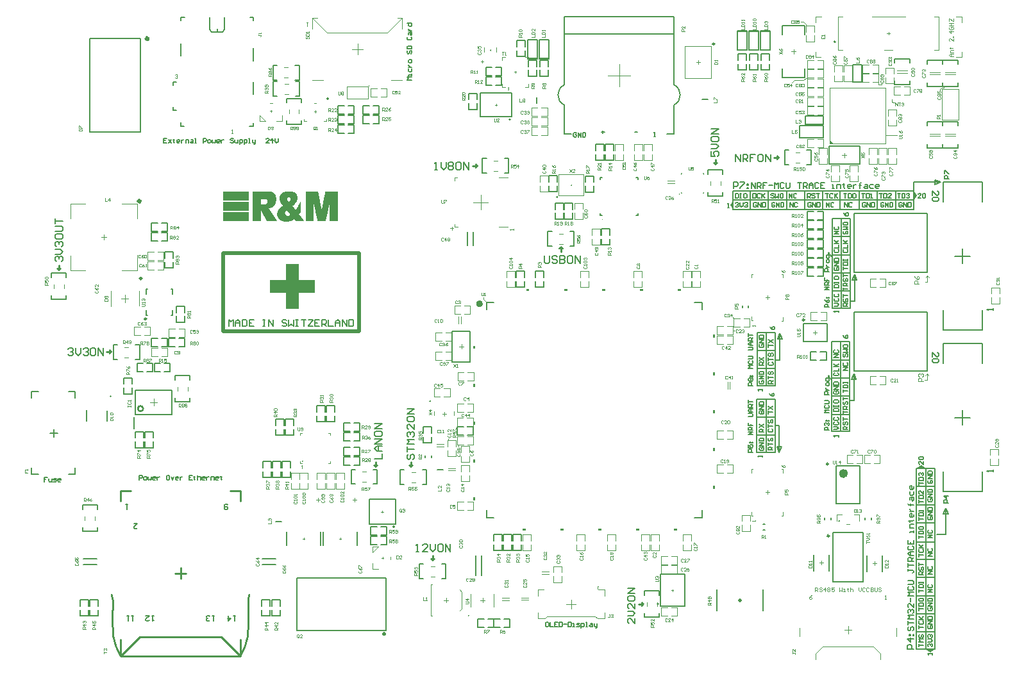
<source format=gto>
G04*
G04 #@! TF.GenerationSoftware,Altium Limited,Altium Designer,19.1.8 (144)*
G04*
G04 Layer_Color=65535*
%FSLAX25Y25*%
%MOIN*%
G70*
G01*
G75*
%ADD10C,0.00787*%
%ADD11C,0.01000*%
%ADD12C,0.01968*%
%ADD13C,0.00984*%
%ADD14C,0.00700*%
%ADD15C,0.02000*%
%ADD16C,0.01181*%
%ADD17C,0.00591*%
%ADD18C,0.00394*%
%ADD19C,0.02362*%
%ADD20C,0.02000*%
%ADD21C,0.00500*%
%ADD22C,0.00197*%
%ADD23C,0.00300*%
%ADD24C,0.00600*%
%ADD25C,0.00400*%
%ADD26C,0.00276*%
%ADD27C,0.00100*%
%ADD28C,0.00450*%
%ADD29C,0.00200*%
%ADD30C,0.00118*%
%ADD31C,0.00591*%
%ADD32R,0.05012X0.01083*%
G36*
X262333Y68150D02*
X260833D01*
Y67150D01*
X262333D01*
Y68150D01*
D02*
G37*
G36*
X236150Y84490D02*
X235150D01*
Y82990D01*
X236150D01*
Y84490D01*
D02*
G37*
G36*
Y104175D02*
X235150D01*
Y102675D01*
X236150D01*
Y104175D01*
D02*
G37*
G36*
X282018Y68150D02*
X280518D01*
Y67150D01*
X282018D01*
Y68150D01*
D02*
G37*
G36*
X301703D02*
X300203D01*
Y67150D01*
X301703D01*
Y68150D01*
D02*
G37*
G36*
X321388D02*
X319888D01*
Y67150D01*
X321388D01*
Y68150D01*
D02*
G37*
G36*
X236150Y123860D02*
X235150D01*
Y122360D01*
X236150D01*
Y123860D01*
D02*
G37*
G36*
Y143545D02*
X235150D01*
Y142045D01*
X236150D01*
Y143545D01*
D02*
G37*
G36*
Y163230D02*
X235150D01*
Y161730D01*
X236150D01*
Y163230D01*
D02*
G37*
G36*
X264301Y191850D02*
X262801D01*
Y192850D01*
X264301D01*
Y191850D01*
D02*
G37*
G36*
X283986D02*
X282486D01*
Y192850D01*
X283986D01*
Y191850D01*
D02*
G37*
G36*
X303671D02*
X302171D01*
Y192850D01*
X303671D01*
Y191850D01*
D02*
G37*
G36*
X341073Y68150D02*
X339573D01*
Y67150D01*
X341073D01*
Y68150D01*
D02*
G37*
G36*
X359850Y90396D02*
X360850D01*
Y88896D01*
X359850D01*
Y90396D01*
D02*
G37*
G36*
X470600Y5350D02*
X472750Y4000D01*
X474800Y5350D01*
X470600D01*
D02*
G37*
G36*
X470150Y99750D02*
X468000Y101100D01*
X465950Y99750D01*
X470150D01*
D02*
G37*
G36*
X359850Y110081D02*
X360850D01*
Y108581D01*
X359850D01*
Y110081D01*
D02*
G37*
G36*
Y129766D02*
X360850D01*
Y128266D01*
X359850D01*
Y129766D01*
D02*
G37*
G36*
Y149451D02*
X360850D01*
Y147951D01*
X359850D01*
Y149451D01*
D02*
G37*
G36*
X323356Y191850D02*
X321856D01*
Y192850D01*
X323356D01*
Y191850D01*
D02*
G37*
G36*
X343041D02*
X341541D01*
Y192850D01*
X343041D01*
Y191850D01*
D02*
G37*
G36*
X359850Y169136D02*
X360850D01*
Y167636D01*
X359850D01*
Y169136D01*
D02*
G37*
G36*
X370000Y238650D02*
X368650Y236500D01*
X370000Y234450D01*
Y238650D01*
D02*
G37*
G36*
X420616Y270584D02*
X422584Y268616D01*
X420616D01*
X420616Y270584D01*
D02*
G37*
G36*
X464400Y239350D02*
X465750Y241500D01*
X464400Y243550D01*
Y239350D01*
D02*
G37*
G36*
X144452Y197484D02*
X152769D01*
Y190890D01*
X144452D01*
Y182573D01*
X137809D01*
Y190890D01*
X129443D01*
Y197484D01*
X137809D01*
X137809Y205849D01*
X144452D01*
X144452Y197484D01*
D02*
G37*
G36*
X146352Y99172D02*
X146105D01*
Y100746D01*
X146100Y100744D01*
X146090Y100733D01*
X146069Y100715D01*
X146043Y100694D01*
X146009Y100668D01*
X145967Y100639D01*
X145922Y100607D01*
X145870Y100576D01*
X145867D01*
X145864Y100573D01*
X145856Y100568D01*
X145846Y100563D01*
X145817Y100547D01*
X145783Y100529D01*
X145744Y100508D01*
X145699Y100487D01*
X145655Y100466D01*
X145610Y100448D01*
Y100689D01*
X145613D01*
X145621Y100694D01*
X145631Y100699D01*
X145644Y100707D01*
X145663Y100715D01*
X145684Y100728D01*
X145733Y100754D01*
X145788Y100788D01*
X145851Y100830D01*
X145912Y100875D01*
X145972Y100924D01*
X145974Y100927D01*
X145980Y100930D01*
X145987Y100937D01*
X145998Y100948D01*
X146024Y100974D01*
X146058Y101011D01*
X146092Y101050D01*
X146129Y101097D01*
X146163Y101145D01*
X146192Y101194D01*
X146352D01*
Y99172D01*
D02*
G37*
D10*
X254494Y281000D02*
G03*
X254494Y281000I-394J0D01*
G01*
X331594Y29100D02*
G03*
X331594Y29100I-394J0D01*
G01*
X342347Y242094D02*
G03*
X342347Y242094I-39J0D01*
G01*
X181039Y298600D02*
G03*
X181039Y298600I-39J0D01*
G01*
X423413Y321468D02*
G03*
X423413Y321468I-394J0D01*
G01*
X339545Y288579D02*
G03*
X339534Y299111I-2678J5263D01*
G01*
X282474Y299115D02*
G03*
X282455Y288579I2659J-5273D01*
G01*
X422057Y66139D02*
X437805D01*
Y40570D02*
Y66139D01*
X422063Y40570D02*
Y66143D01*
X422079Y40570D02*
X437805D01*
X282470Y273449D02*
X286211D01*
X335800D02*
X339541D01*
Y288586D01*
X282474Y299115D02*
Y334435D01*
Y325494D02*
X339557D01*
X282474Y334549D02*
X339557D01*
Y299158D02*
Y334435D01*
X282459Y273449D02*
Y288586D01*
X471315Y150146D02*
Y180756D01*
X433087D02*
X471315D01*
X433126Y150146D02*
X471315D01*
X433087Y150146D02*
Y180756D01*
Y201646D02*
Y232256D01*
X433126Y201646D02*
X471315D01*
X433087Y232256D02*
X471315D01*
Y201646D02*
Y232256D01*
X423701Y81157D02*
X436299D01*
X423701Y100842D02*
X436299D01*
Y81157D02*
Y100842D01*
X423701Y81157D02*
Y100842D01*
X65110Y179110D02*
X65799D01*
X65110D02*
Y181768D01*
X78201Y179110D02*
X78890D01*
Y181768D01*
X78890Y190232D02*
Y192890D01*
X78201D02*
X78890D01*
X65110D02*
X65799D01*
X65110Y190232D02*
Y192890D01*
X59374Y127701D02*
Y140299D01*
X78626D01*
Y127701D02*
Y140299D01*
X59374Y127701D02*
X78626D01*
X58744Y120220D02*
Y126323D01*
X108026Y173437D02*
Y176979D01*
X109207Y175798D01*
X110387Y176979D01*
Y173437D01*
X111568D02*
Y175798D01*
X112749Y176979D01*
X113930Y175798D01*
Y173437D01*
Y175208D01*
X111568D01*
X115110Y176979D02*
Y173437D01*
X116881D01*
X117472Y174027D01*
Y176389D01*
X116881Y176979D01*
X115110D01*
X121014D02*
X118652D01*
Y173437D01*
X121014D01*
X118652Y175208D02*
X119833D01*
X125737Y176979D02*
X126918D01*
X126327D01*
Y173437D01*
X125737D01*
X126918D01*
X128689D02*
Y176979D01*
X131050Y173437D01*
Y176979D01*
X138134Y176389D02*
X137544Y176979D01*
X136363D01*
X135773Y176389D01*
Y175798D01*
X136363Y175208D01*
X137544D01*
X138134Y174618D01*
Y174027D01*
X137544Y173437D01*
X136363D01*
X135773Y174027D01*
X139315Y176979D02*
Y173437D01*
X140496Y174618D01*
X141676Y173437D01*
Y176979D01*
X142857D02*
X144038D01*
X143448D01*
Y173437D01*
X142857D01*
X144038D01*
X145809Y176979D02*
X148170D01*
X146990D01*
Y173437D01*
X149351Y176979D02*
X151713D01*
Y176389D01*
X149351Y174027D01*
Y173437D01*
X151713D01*
X155255Y176979D02*
X152893D01*
Y173437D01*
X155255D01*
X152893Y175208D02*
X154074D01*
X156436Y173437D02*
Y176979D01*
X158207D01*
X158797Y176389D01*
Y175208D01*
X158207Y174618D01*
X156436D01*
X157616D02*
X158797Y173437D01*
X159978Y176979D02*
Y173437D01*
X162339D01*
X163520D02*
Y175798D01*
X164700Y176979D01*
X165881Y175798D01*
Y173437D01*
Y175208D01*
X163520D01*
X167062Y173437D02*
Y176979D01*
X169423Y173437D01*
Y176979D01*
X170604D02*
Y173437D01*
X172375D01*
X172966Y174027D01*
Y176389D01*
X172375Y176979D01*
X170604D01*
X111500Y23000D02*
X110582D01*
X111041D01*
Y20245D01*
X111500Y20704D01*
X107827Y23000D02*
Y20245D01*
X109204Y21622D01*
X107368D01*
X100501Y23000D02*
X99582D01*
X100041D01*
Y20245D01*
X100501Y20704D01*
X98205D02*
X97746Y20245D01*
X96827D01*
X96368Y20704D01*
Y21163D01*
X96827Y21622D01*
X97286D01*
X96827D01*
X96368Y22082D01*
Y22541D01*
X96827Y23000D01*
X97746D01*
X98205Y22541D01*
X58500Y23000D02*
X57582D01*
X58041D01*
Y20245D01*
X58500Y20704D01*
X56204Y23000D02*
X55286D01*
X55745D01*
Y20245D01*
X56204Y20704D01*
X69000Y23000D02*
X68082D01*
X68541D01*
Y20245D01*
X69000Y20704D01*
X64868Y23000D02*
X66704D01*
X64868Y21163D01*
Y20704D01*
X65327Y20245D01*
X66245D01*
X66704Y20704D01*
X107500Y80541D02*
X107041Y81000D01*
X106123D01*
X105663Y80541D01*
Y78704D01*
X106123Y78245D01*
X107041D01*
X107500Y78704D01*
Y79163D01*
X107041Y79623D01*
X105663D01*
X58663Y71000D02*
X60500D01*
X58663Y69163D01*
Y68704D01*
X59123Y68245D01*
X60041D01*
X60500Y68704D01*
X55500Y81000D02*
X54582D01*
X55041D01*
Y78245D01*
X55500Y78704D01*
X318992Y274381D02*
X320567D01*
X301800Y274560D02*
X303374D01*
X302587Y275347D02*
Y273773D01*
X288874Y273968D02*
X288481Y274361D01*
X287694D01*
X287300Y273968D01*
Y272394D01*
X287694Y272000D01*
X288481D01*
X288874Y272394D01*
Y273181D01*
X288087D01*
X289661Y272000D02*
Y274361D01*
X291236Y272000D01*
Y274361D01*
X292023D02*
Y272000D01*
X293204D01*
X293597Y272394D01*
Y273968D01*
X293204Y274361D01*
X292023D01*
X329150Y272221D02*
X329937D01*
X329544D01*
Y274582D01*
X329150Y274189D01*
D11*
X114260Y2008D02*
G03*
X118075Y12581I-29331J16555D01*
G01*
D02*
G03*
X118354Y23888I-96824J8049D01*
G01*
D02*
G03*
X118249Y25741I-14337J119D01*
G01*
X47927Y12581D02*
G03*
X51741Y2008I33145J5982D01*
G01*
X47647Y23888D02*
G03*
X47927Y12581I97103J-3258D01*
G01*
X47752Y25741D02*
G03*
X47647Y23888I14233J-1733D01*
G01*
X47781Y31299D02*
G03*
X47166Y33932I-4987J224D01*
G01*
X118835D02*
G03*
X118220Y31299I4373J-2409D01*
G01*
X46369Y137062D02*
G03*
X46369Y137062I-0J0D01*
G01*
X63587Y130654D02*
G03*
X63587Y130654I-1378J0D01*
G01*
X61800Y11984D02*
X61816Y12000D01*
X104300D01*
X51840Y2024D02*
X61800Y11984D01*
X104300Y12000D02*
X114260Y2039D01*
Y2008D02*
Y2039D01*
X51741Y2008D02*
X114260D01*
X118220Y31299D02*
X118249Y25741D01*
X114260Y2008D02*
Y10690D01*
X47752Y25741D02*
X47781Y31299D01*
X114260Y82500D02*
Y87992D01*
X80222Y44986D02*
X85780Y45015D01*
X82986Y47780D02*
X83015Y42221D01*
X51741Y82500D02*
Y87992D01*
X57233D01*
X108768D02*
X114260D01*
X51741Y2008D02*
Y10690D01*
X280800Y212052D02*
Y214251D01*
X234800Y257000D02*
X237000D01*
X361000Y258100D02*
Y260300D01*
X391600Y261100D02*
X393800D01*
X321100Y28900D02*
X323300D01*
X214000Y51900D02*
Y54100D01*
X184500Y100600D02*
Y102800D01*
X202800Y100600D02*
Y102800D01*
X19900Y202900D02*
Y205100D01*
X44500Y160200D02*
X46700D01*
D12*
X239187Y185200D02*
G03*
X239187Y185200I-787J0D01*
G01*
X61209Y238504D02*
G03*
X61209Y238504I394J0D01*
G01*
X188857Y13500D02*
G03*
X188857Y13500I-158J0D01*
G01*
X105006Y170862D02*
Y211629D01*
X175742Y170862D02*
Y211629D01*
X105006Y170862D02*
X175742D01*
X105006Y211629D02*
X175742D01*
D13*
X425500Y72200D02*
G03*
X425500Y72200I-200J0D01*
G01*
X420230Y64458D02*
G03*
X420230Y64458I-492J0D01*
G01*
X360592Y320400D02*
G03*
X360592Y320400I-492J0D01*
G01*
X407312Y176818D02*
G03*
X407312Y176818I-492J0D01*
G01*
X278798Y240800D02*
G03*
X278798Y240800I-98J0D01*
G01*
X212799Y134496D02*
G03*
X212799Y134496I-98J0D01*
G01*
X419764Y101847D02*
G03*
X419764Y101847I-492J0D01*
G01*
X65209Y177339D02*
G03*
X65209Y177339I-492J0D01*
G01*
D14*
X146407Y103307D02*
G03*
X146407Y103307I-100J0D01*
G01*
D15*
X65994Y323105D02*
G03*
X65994Y323105I-394J0D01*
G01*
D16*
X193900Y69300D02*
G03*
X193900Y69300I-0J0D01*
G01*
X159496Y291993D02*
G03*
X159496Y291993I-0J0D01*
G01*
X62694Y198400D02*
G03*
X62694Y198400I-394J0D01*
G01*
D17*
X232836Y23000D02*
G03*
X232836Y23000I-236J0D01*
G01*
X433102Y148869D02*
X434283Y145916D01*
X431920D02*
X434283D01*
X430936Y135000D02*
X433102D01*
Y139420D02*
Y148869D01*
X431920Y145916D02*
X433102Y148869D01*
Y135000D02*
Y139446D01*
X421487Y165416D02*
X430936D01*
X421487Y155967D02*
X430936D01*
X421487Y146519D02*
X430936D01*
X421487Y137070D02*
X430936D01*
X421487Y127621D02*
X430936D01*
X426212Y118763D02*
Y165416D01*
X421487Y118763D02*
X426212D01*
X421487D02*
X430936D01*
Y165416D01*
X421487Y118763D02*
Y165416D01*
X433365Y186589D02*
Y191035D01*
X432184Y197505D02*
X433365Y200458D01*
Y191009D02*
Y200458D01*
X431200Y186589D02*
X433365D01*
X432184Y197505D02*
X434547D01*
X433365Y200458D02*
X434547Y197505D01*
X421687Y182863D02*
Y229516D01*
X431136Y182863D02*
Y229516D01*
X421687Y182863D02*
X431136D01*
X421687D02*
X426412D01*
Y229516D01*
X421687Y191721D02*
X431136D01*
X421687Y201170D02*
X431136D01*
X421687Y210618D02*
X431136D01*
X421687Y220067D02*
X431136D01*
X421687Y229516D02*
X431136D01*
X394635Y155900D02*
Y160346D01*
X393454Y166816D02*
X394635Y169769D01*
Y160320D02*
Y169769D01*
X392470Y155900D02*
X394635D01*
X393454Y166816D02*
X395816D01*
X394635Y169769D02*
X395816Y166816D01*
X382721Y170284D02*
X392170D01*
X382721Y160835D02*
X392170D01*
X382721Y151387D02*
X392170D01*
X382721Y142528D02*
X387445D01*
X382721D02*
X392170D01*
X382721D02*
Y170284D01*
X392170Y142528D02*
Y170284D01*
X387445Y142528D02*
Y170284D01*
X394314Y117327D02*
Y121773D01*
X393133Y110857D02*
X394314Y107905D01*
Y117353D01*
X392149Y121773D02*
X394314D01*
X387324Y107900D02*
Y135656D01*
X392049Y107900D02*
Y135656D01*
X382600Y107900D02*
Y135656D01*
Y107900D02*
X392049D01*
X382600D02*
X387324D01*
X382600Y116758D02*
X392049D01*
X382600Y126207D02*
X392049D01*
X382600Y135656D02*
X392049D01*
X393133Y110857D02*
X395495D01*
X394314Y107905D02*
X395495Y110857D01*
X464127Y248500D02*
X468573D01*
X475042Y247319D02*
X477995Y248500D01*
X468546D02*
X477995D01*
X464127Y243900D02*
Y248500D01*
X475042Y247319D02*
Y249682D01*
X477995Y248500D01*
X454703Y234351D02*
Y243800D01*
X445254Y234351D02*
Y243800D01*
X435805Y234351D02*
Y243800D01*
X425766Y234351D02*
Y243800D01*
X416908Y234351D02*
Y243800D01*
X407459Y234351D02*
Y243800D01*
X398010Y234351D02*
Y243800D01*
X388561Y234351D02*
Y243800D01*
X379112Y234351D02*
Y243800D01*
X370254Y239076D02*
X464152D01*
X370254D02*
Y243800D01*
Y234351D02*
Y243800D01*
Y234351D02*
X464152D01*
Y243800D01*
X463561D02*
X464152D01*
X370254D02*
X463561D01*
X480814Y65127D02*
Y69573D01*
X479633Y76042D02*
X480814Y78995D01*
Y69547D02*
Y78995D01*
X476000Y65127D02*
X480814D01*
X479633Y76042D02*
X481995D01*
X480814Y78995D02*
X481995Y76042D01*
X465638Y5604D02*
Y98911D01*
Y99502D01*
X475086D01*
Y5604D02*
Y99502D01*
X465638Y5604D02*
X475086D01*
X465638D02*
X470362D01*
Y99502D01*
X465638Y14462D02*
X475086D01*
X465638Y23911D02*
X475086D01*
X465638Y33360D02*
X475086D01*
X465638Y42809D02*
X475086D01*
X465638Y52258D02*
X475086D01*
X465638Y61116D02*
X475086D01*
X465638Y71155D02*
X475086D01*
X465638Y80604D02*
X475086D01*
X465638Y90053D02*
X475086D01*
X17000Y116000D02*
Y120000D01*
X15000Y118000D02*
X19000D01*
X28250Y96561D02*
Y99911D01*
X24900Y96561D02*
X28250D01*
X24900Y139439D02*
X28250D01*
Y136089D02*
Y139439D01*
X5643Y136089D02*
Y139439D01*
X8994D01*
X5643Y96561D02*
X8994D01*
X5643D02*
Y99911D01*
X62300Y274605D02*
Y323105D01*
X35800D02*
X62300D01*
X35800Y274605D02*
X62300D01*
X35800D02*
Y323105D01*
X419120Y165518D02*
Y174718D01*
X406820Y165518D02*
X419120D01*
X406820D02*
Y174718D01*
X419120D01*
X489500Y122063D02*
Y129937D01*
X485563Y126000D02*
X493437D01*
X479346Y87618D02*
X499819D01*
Y97850D01*
X479346Y87618D02*
Y97850D01*
X499819Y154354D02*
Y164586D01*
X479346Y154354D02*
Y164586D01*
X499819D01*
X479346Y248586D02*
X499819D01*
X479346Y238354D02*
Y248586D01*
X499819Y238354D02*
Y248586D01*
X479346Y171618D02*
Y181850D01*
X499819Y171618D02*
Y181850D01*
X479346Y171618D02*
X499819D01*
X485563Y210000D02*
X493437D01*
X489500Y206063D02*
Y213937D01*
X412263Y54500D02*
X412263Y46200D01*
X420137D02*
Y54500D01*
X447676Y45993D02*
Y54293D01*
X439802D02*
X439802Y45993D01*
X13674Y95016D02*
X12100D01*
Y93835D01*
X12887D01*
X12100D01*
Y92654D01*
X14461Y94229D02*
Y93048D01*
X14855Y92654D01*
X16036D01*
Y94229D01*
X16823Y92654D02*
X18004D01*
X18397Y93048D01*
X18004Y93441D01*
X17217D01*
X16823Y93835D01*
X17217Y94229D01*
X18397D01*
X20365Y92654D02*
X19578D01*
X19184Y93048D01*
Y93835D01*
X19578Y94229D01*
X20365D01*
X20759Y93835D01*
Y93441D01*
X19184D01*
X61500Y93600D02*
Y95961D01*
X62681D01*
X63074Y95568D01*
Y94781D01*
X62681Y94387D01*
X61500D01*
X64255Y93600D02*
X65042D01*
X65436Y93994D01*
Y94781D01*
X65042Y95174D01*
X64255D01*
X63861Y94781D01*
Y93994D01*
X64255Y93600D01*
X66223Y95174D02*
Y93994D01*
X66616Y93600D01*
X67010Y93994D01*
X67404Y93600D01*
X67797Y93994D01*
Y95174D01*
X69765Y93600D02*
X68978D01*
X68584Y93994D01*
Y94781D01*
X68978Y95174D01*
X69765D01*
X70159Y94781D01*
Y94387D01*
X68584D01*
X70946Y95174D02*
Y93600D01*
Y94387D01*
X71339Y94781D01*
X71733Y95174D01*
X72127D01*
X76849Y95961D02*
X76062D01*
X75669Y95568D01*
Y93994D01*
X76062Y93600D01*
X76849D01*
X77243Y93994D01*
Y95568D01*
X76849Y95961D01*
X78030Y95174D02*
X78817Y93600D01*
X79604Y95174D01*
X81572Y93600D02*
X80785D01*
X80392Y93994D01*
Y94781D01*
X80785Y95174D01*
X81572D01*
X81966Y94781D01*
Y94387D01*
X80392D01*
X82753Y95174D02*
Y93600D01*
Y94387D01*
X83147Y94781D01*
X83540Y95174D01*
X83934D01*
X89050Y95961D02*
X87476D01*
Y93600D01*
X89050D01*
X87476Y94781D02*
X88263D01*
X90231Y95568D02*
Y95174D01*
X89837D01*
X90624D01*
X90231D01*
Y93994D01*
X90624Y93600D01*
X91805Y95961D02*
Y93600D01*
Y94781D01*
X92199Y95174D01*
X92986D01*
X93379Y94781D01*
Y93600D01*
X95347D02*
X94560D01*
X94167Y93994D01*
Y94781D01*
X94560Y95174D01*
X95347D01*
X95741Y94781D01*
Y94387D01*
X94167D01*
X96528Y95174D02*
Y93600D01*
Y94387D01*
X96922Y94781D01*
X97315Y95174D01*
X97709D01*
X98889Y93600D02*
Y95174D01*
X100070D01*
X100464Y94781D01*
Y93600D01*
X102432D02*
X101645D01*
X101251Y93994D01*
Y94781D01*
X101645Y95174D01*
X102432D01*
X102825Y94781D01*
Y94387D01*
X101251D01*
X104006Y95568D02*
Y95174D01*
X103612D01*
X104400D01*
X104006D01*
Y93994D01*
X104400Y93600D01*
X75874Y271261D02*
X74300D01*
Y268900D01*
X75874D01*
X74300Y270081D02*
X75087D01*
X76661Y270474D02*
X78236Y268900D01*
X77449Y269687D01*
X78236Y270474D01*
X76661Y268900D01*
X79416Y270868D02*
Y270474D01*
X79023D01*
X79810D01*
X79416D01*
Y269294D01*
X79810Y268900D01*
X82171D02*
X81384D01*
X80991Y269294D01*
Y270081D01*
X81384Y270474D01*
X82171D01*
X82565Y270081D01*
Y269687D01*
X80991D01*
X83352Y270474D02*
Y268900D01*
Y269687D01*
X83746Y270081D01*
X84139Y270474D01*
X84533D01*
X85714Y268900D02*
Y270474D01*
X86894D01*
X87288Y270081D01*
Y268900D01*
X88469Y270474D02*
X89256D01*
X89649Y270081D01*
Y268900D01*
X88469D01*
X88075Y269294D01*
X88469Y269687D01*
X89649D01*
X90437Y268900D02*
X91224D01*
X90830D01*
Y271261D01*
X90437D01*
X94766Y268900D02*
Y271261D01*
X95947D01*
X96340Y270868D01*
Y270081D01*
X95947Y269687D01*
X94766D01*
X97521Y268900D02*
X98308D01*
X98702Y269294D01*
Y270081D01*
X98308Y270474D01*
X97521D01*
X97127Y270081D01*
Y269294D01*
X97521Y268900D01*
X99489Y270474D02*
Y269294D01*
X99882Y268900D01*
X100276Y269294D01*
X100669Y268900D01*
X101063Y269294D01*
Y270474D01*
X103031Y268900D02*
X102244D01*
X101850Y269294D01*
Y270081D01*
X102244Y270474D01*
X103031D01*
X103424Y270081D01*
Y269687D01*
X101850D01*
X104212Y270474D02*
Y268900D01*
Y269687D01*
X104605Y270081D01*
X104999Y270474D01*
X105392D01*
X110509Y270868D02*
X110115Y271261D01*
X109328D01*
X108934Y270868D01*
Y270474D01*
X109328Y270081D01*
X110115D01*
X110509Y269687D01*
Y269294D01*
X110115Y268900D01*
X109328D01*
X108934Y269294D01*
X111296Y270474D02*
Y269294D01*
X111689Y268900D01*
X112870D01*
Y270474D01*
X113657Y268113D02*
Y270474D01*
X114838D01*
X115232Y270081D01*
Y269294D01*
X114838Y268900D01*
X113657D01*
X116019Y268113D02*
Y270474D01*
X117200D01*
X117593Y270081D01*
Y269294D01*
X117200Y268900D01*
X116019D01*
X118380D02*
X119167D01*
X118774D01*
Y271261D01*
X118380D01*
X120348Y270474D02*
Y269294D01*
X120742Y268900D01*
X121922D01*
Y268506D01*
X121529Y268113D01*
X121135D01*
X121922Y268900D02*
Y270474D01*
X129007Y268900D02*
X127432D01*
X129007Y270474D01*
Y270868D01*
X128613Y271261D01*
X127826D01*
X127432Y270868D01*
X130974Y268900D02*
Y271261D01*
X129794Y270081D01*
X131368D01*
X132155Y271261D02*
Y269687D01*
X132942Y268900D01*
X133730Y269687D01*
Y271261D01*
X203200Y301600D02*
X200839D01*
X201626Y302387D01*
X200839Y303174D01*
X203200D01*
Y303961D02*
Y304749D01*
Y304355D01*
X201626D01*
Y303961D01*
Y307504D02*
Y306323D01*
X202019Y305929D01*
X202806D01*
X203200Y306323D01*
Y307504D01*
X201626Y308291D02*
X203200D01*
X202413D01*
X202019Y308684D01*
X201626Y309078D01*
Y309472D01*
X203200Y311046D02*
Y311833D01*
X202806Y312227D01*
X202019D01*
X201626Y311833D01*
Y311046D01*
X202019Y310652D01*
X202806D01*
X203200Y311046D01*
X201232Y316949D02*
X200839Y316556D01*
Y315769D01*
X201232Y315375D01*
X201626D01*
X202019Y315769D01*
Y316556D01*
X202413Y316949D01*
X202806D01*
X203200Y316556D01*
Y315769D01*
X202806Y315375D01*
X200839Y317737D02*
X203200D01*
Y318917D01*
X202806Y319311D01*
X201232D01*
X200839Y318917D01*
Y317737D01*
X201232Y324034D02*
X200839Y323640D01*
Y322853D01*
X201232Y322459D01*
X202806D01*
X203200Y322853D01*
Y323640D01*
X202806Y324034D01*
X201626Y325214D02*
Y326002D01*
X202019Y326395D01*
X203200D01*
Y325214D01*
X202806Y324821D01*
X202413Y325214D01*
Y326395D01*
X201626Y327182D02*
X203200D01*
X202413D01*
X202019Y327576D01*
X201626Y327969D01*
Y328363D01*
X200839Y331118D02*
X203200D01*
Y329937D01*
X202806Y329544D01*
X202019D01*
X201626Y329937D01*
Y331118D01*
X273981Y19661D02*
X273194D01*
X272800Y19268D01*
Y17694D01*
X273194Y17300D01*
X273981D01*
X274374Y17694D01*
Y19268D01*
X273981Y19661D01*
X275161D02*
Y17300D01*
X276736D01*
X279097Y19661D02*
X277523D01*
Y17300D01*
X279097D01*
X277523Y18481D02*
X278310D01*
X279884Y19661D02*
Y17300D01*
X281065D01*
X281459Y17694D01*
Y19268D01*
X281065Y19661D01*
X279884D01*
X282246Y18481D02*
X283820D01*
X284607Y19661D02*
Y17300D01*
X285788D01*
X286181Y17694D01*
Y19268D01*
X285788Y19661D01*
X284607D01*
X286969Y17300D02*
X287756D01*
X287362D01*
Y18874D01*
X286969D01*
X288936Y17300D02*
X290117D01*
X290511Y17694D01*
X290117Y18087D01*
X289330D01*
X288936Y18481D01*
X289330Y18874D01*
X290511D01*
X291298Y16513D02*
Y18874D01*
X292479D01*
X292872Y18481D01*
Y17694D01*
X292479Y17300D01*
X291298D01*
X293659D02*
X294446D01*
X294053D01*
Y19661D01*
X293659D01*
X296021Y18874D02*
X296808D01*
X297201Y18481D01*
Y17300D01*
X296021D01*
X295627Y17694D01*
X296021Y18087D01*
X297201D01*
X297989Y18874D02*
Y17694D01*
X298382Y17300D01*
X299563D01*
Y16906D01*
X299169Y16513D01*
X298776D01*
X299563Y17300D02*
Y18874D01*
X429800Y119800D02*
X427439D01*
Y120981D01*
X427832Y121374D01*
X428619D01*
X429013Y120981D01*
Y119800D01*
Y120587D02*
X429800Y121374D01*
X427832Y123736D02*
X427439Y123342D01*
Y122555D01*
X427832Y122161D01*
X428226D01*
X428619Y122555D01*
Y123342D01*
X429013Y123736D01*
X429406D01*
X429800Y123342D01*
Y122555D01*
X429406Y122161D01*
X427439Y124523D02*
Y126097D01*
Y125310D01*
X429800D01*
X422639Y119800D02*
X424213D01*
X425000Y120587D01*
X424213Y121374D01*
X422639D01*
X423032Y123736D02*
X422639Y123342D01*
Y122555D01*
X423032Y122161D01*
X424606D01*
X425000Y122555D01*
Y123342D01*
X424606Y123736D01*
X423032Y126097D02*
X422639Y125704D01*
Y124917D01*
X423032Y124523D01*
X424606D01*
X425000Y124917D01*
Y125704D01*
X424606Y126097D01*
X422639Y129246D02*
X425000D01*
Y130427D01*
X424606Y130820D01*
X423032D01*
X422639Y130427D01*
Y129246D01*
Y131607D02*
Y132394D01*
Y132001D01*
X425000D01*
Y131607D01*
Y132394D01*
X422639Y134756D02*
Y133969D01*
X423032Y133575D01*
X424606D01*
X425000Y133969D01*
Y134756D01*
X424606Y135149D01*
X423032D01*
X422639Y134756D01*
X423032Y139872D02*
X422639Y139479D01*
Y138691D01*
X423032Y138298D01*
X424606D01*
X425000Y138691D01*
Y139479D01*
X424606Y139872D01*
X423819D01*
Y139085D01*
X425000Y140659D02*
X422639D01*
X425000Y142234D01*
X422639D01*
Y143021D02*
X425000D01*
Y144202D01*
X424606Y144595D01*
X423032D01*
X422639Y144202D01*
Y143021D01*
X423032Y149318D02*
X422639Y148924D01*
Y148137D01*
X423032Y147744D01*
X424606D01*
X425000Y148137D01*
Y148924D01*
X424606Y149318D01*
X422639Y150105D02*
X425000D01*
Y151679D01*
X422639Y152467D02*
X425000D01*
X424213D01*
X422639Y154041D01*
X423819Y152860D01*
X425000Y154041D01*
Y157190D02*
X422639D01*
X425000Y158764D01*
X422639D01*
X423032Y161125D02*
X422639Y160732D01*
Y159944D01*
X423032Y159551D01*
X424606D01*
X425000Y159944D01*
Y160732D01*
X424606Y161125D01*
X420200Y119400D02*
X417839D01*
Y120581D01*
X418232Y120974D01*
X419019D01*
X419413Y120581D01*
Y119400D01*
X418232Y121761D02*
X417839Y122155D01*
Y122942D01*
X418232Y123336D01*
X418626D01*
X419019Y122942D01*
Y122549D01*
Y122942D01*
X419413Y123336D01*
X419806D01*
X420200Y122942D01*
Y122155D01*
X419806Y121761D01*
X418626Y124123D02*
Y124516D01*
X419019D01*
Y124123D01*
X418626D01*
X419806D02*
Y124516D01*
X420200D01*
Y124123D01*
X419806D01*
X420200Y128452D02*
X417839D01*
X418626Y129239D01*
X417839Y130026D01*
X420200D01*
X418232Y132388D02*
X417839Y131994D01*
Y131207D01*
X418232Y130814D01*
X419806D01*
X420200Y131207D01*
Y131994D01*
X419806Y132388D01*
X417839Y133175D02*
X419806D01*
X420200Y133569D01*
Y134356D01*
X419806Y134749D01*
X417839D01*
X420200Y137898D02*
X417839D01*
Y139079D01*
X418232Y139472D01*
X419019D01*
X419413Y139079D01*
Y137898D01*
X418626Y140259D02*
X420200D01*
X419413D01*
X419019Y140653D01*
X418626Y141047D01*
Y141440D01*
X420200Y143014D02*
Y143801D01*
X419806Y144195D01*
X419019D01*
X418626Y143801D01*
Y143014D01*
X419019Y142621D01*
X419806D01*
X420200Y143014D01*
X420987Y145769D02*
Y146163D01*
X420594Y146556D01*
X418626D01*
Y145376D01*
X419019Y144982D01*
X419806D01*
X420200Y145376D01*
Y146556D01*
Y147344D02*
X419806D01*
Y147737D01*
X420200D01*
Y147344D01*
X425000Y116000D02*
Y116787D01*
Y116394D01*
X422639D01*
X423032Y116000D01*
X427539Y168774D02*
X427932Y167987D01*
X428719Y167200D01*
X429506D01*
X429900Y167594D01*
Y168381D01*
X429506Y168774D01*
X429113D01*
X428719Y168381D01*
Y167200D01*
X427439Y139100D02*
Y140674D01*
Y139887D01*
X429800D01*
X427439Y141461D02*
X429800D01*
Y142642D01*
X429406Y143036D01*
X427832D01*
X427439Y142642D01*
Y141461D01*
Y143823D02*
Y144610D01*
Y144217D01*
X429800D01*
Y143823D01*
Y144610D01*
Y150514D02*
X427439D01*
X429800Y152088D01*
X427439D01*
X427832Y154449D02*
X427439Y154056D01*
Y153269D01*
X427832Y152875D01*
X429406D01*
X429800Y153269D01*
Y154056D01*
X429406Y154449D01*
X427832Y159172D02*
X427439Y158779D01*
Y157992D01*
X427832Y157598D01*
X428226D01*
X428619Y157992D01*
Y158779D01*
X429013Y159172D01*
X429406D01*
X429800Y158779D01*
Y157992D01*
X429406Y157598D01*
X427439Y159959D02*
X429800D01*
X429013Y160747D01*
X429800Y161534D01*
X427439D01*
Y163502D02*
Y162714D01*
X427832Y162321D01*
X429406D01*
X429800Y162714D01*
Y163502D01*
X429406Y163895D01*
X427832D01*
X427439Y163502D01*
Y128000D02*
Y129574D01*
Y128787D01*
X429800D01*
Y130361D02*
X427439D01*
Y131542D01*
X427832Y131936D01*
X428619D01*
X429013Y131542D01*
Y130361D01*
Y131149D02*
X429800Y131936D01*
X427832Y134297D02*
X427439Y133904D01*
Y133116D01*
X427832Y132723D01*
X428226D01*
X428619Y133116D01*
Y133904D01*
X429013Y134297D01*
X429406D01*
X429800Y133904D01*
Y133116D01*
X429406Y132723D01*
X427439Y135084D02*
Y136659D01*
Y135872D01*
X429800D01*
X427739Y232474D02*
X428132Y231687D01*
X428919Y230900D01*
X429706D01*
X430100Y231294D01*
Y232081D01*
X429706Y232474D01*
X429313D01*
X428919Y232081D01*
Y230900D01*
X425000Y180800D02*
Y181587D01*
Y181194D01*
X422639D01*
X423032Y180800D01*
X420300Y183400D02*
X417939D01*
Y184581D01*
X418332Y184974D01*
X419119D01*
X419513Y184581D01*
Y183400D01*
X417939Y187336D02*
X418332Y186549D01*
X419119Y185761D01*
X419906D01*
X420300Y186155D01*
Y186942D01*
X419906Y187336D01*
X419513D01*
X419119Y186942D01*
Y185761D01*
X418726Y188123D02*
Y188516D01*
X419119D01*
Y188123D01*
X418726D01*
X419906D02*
Y188516D01*
X420300D01*
Y188123D01*
X419906D01*
X420300Y192452D02*
X417939D01*
X420300Y194027D01*
X417939D01*
X420300Y194814D02*
X417939D01*
Y195994D01*
X418332Y196388D01*
X419119D01*
X419513Y195994D01*
Y194814D01*
Y195601D02*
X420300Y196388D01*
X417939Y198749D02*
Y197175D01*
X419119D01*
Y197962D01*
Y197175D01*
X420300D01*
Y201898D02*
X417939D01*
Y203079D01*
X418332Y203472D01*
X419119D01*
X419513Y203079D01*
Y201898D01*
X418726Y204259D02*
X420300D01*
X419513D01*
X419119Y204653D01*
X418726Y205047D01*
Y205440D01*
X420300Y207014D02*
Y207802D01*
X419906Y208195D01*
X419119D01*
X418726Y207802D01*
Y207014D01*
X419119Y206621D01*
X419906D01*
X420300Y207014D01*
X421087Y209769D02*
Y210163D01*
X420694Y210557D01*
X418726D01*
Y209376D01*
X419119Y208982D01*
X419906D01*
X420300Y209376D01*
Y210557D01*
Y211344D02*
X419906D01*
Y211737D01*
X420300D01*
Y211344D01*
X422869Y184044D02*
X424444D01*
X425231Y184831D01*
X424444Y185618D01*
X422869D01*
X423263Y187979D02*
X422869Y187586D01*
Y186799D01*
X423263Y186405D01*
X424837D01*
X425231Y186799D01*
Y187586D01*
X424837Y187979D01*
X423263Y190341D02*
X422869Y189947D01*
Y189160D01*
X423263Y188767D01*
X424837D01*
X425231Y189160D01*
Y189947D01*
X424837Y190341D01*
X422869Y193490D02*
X425231D01*
Y194670D01*
X424837Y195064D01*
X423263D01*
X422869Y194670D01*
Y193490D01*
Y195851D02*
Y196638D01*
Y196245D01*
X425231D01*
Y195851D01*
Y196638D01*
X422869Y199000D02*
Y198212D01*
X423263Y197819D01*
X424837D01*
X425231Y198212D01*
Y199000D01*
X424837Y199393D01*
X423263D01*
X422869Y199000D01*
X423263Y204116D02*
X422869Y203722D01*
Y202935D01*
X423263Y202542D01*
X424837D01*
X425231Y202935D01*
Y203722D01*
X424837Y204116D01*
X424050D01*
Y203329D01*
X425231Y204903D02*
X422869D01*
X425231Y206477D01*
X422869D01*
Y207264D02*
X425231D01*
Y208445D01*
X424837Y208839D01*
X423263D01*
X422869Y208445D01*
Y207264D01*
X423263Y213562D02*
X422869Y213168D01*
Y212381D01*
X423263Y211987D01*
X424837D01*
X425231Y212381D01*
Y213168D01*
X424837Y213562D01*
X422869Y214349D02*
X425231D01*
Y215923D01*
X422869Y216710D02*
X425231D01*
X424444D01*
X422869Y218285D01*
X424050Y217104D01*
X425231Y218285D01*
Y221433D02*
X422869D01*
X425231Y223007D01*
X422869D01*
X423263Y225369D02*
X422869Y224975D01*
Y224188D01*
X423263Y223795D01*
X424837D01*
X425231Y224188D01*
Y224975D01*
X424837Y225369D01*
X427539Y202900D02*
Y204474D01*
Y203687D01*
X429900D01*
X427539Y205261D02*
X429900D01*
Y206442D01*
X429506Y206836D01*
X427932D01*
X427539Y206442D01*
Y205261D01*
Y207623D02*
Y208410D01*
Y208016D01*
X429900D01*
Y207623D01*
Y208410D01*
X427932Y213527D02*
X427539Y213133D01*
Y212346D01*
X427932Y211952D01*
X429506D01*
X429900Y212346D01*
Y213133D01*
X429506Y213527D01*
X427539Y214314D02*
X429900D01*
Y215888D01*
X427539Y216675D02*
X429900D01*
X429113D01*
X427539Y218249D01*
X428719Y217069D01*
X429900Y218249D01*
X427932Y222972D02*
X427539Y222579D01*
Y221792D01*
X427932Y221398D01*
X428326D01*
X428719Y221792D01*
Y222579D01*
X429113Y222972D01*
X429506D01*
X429900Y222579D01*
Y221792D01*
X429506Y221398D01*
X427539Y223759D02*
X429900D01*
X429113Y224547D01*
X429900Y225334D01*
X427539D01*
Y227302D02*
Y226514D01*
X427932Y226121D01*
X429506D01*
X429900Y226514D01*
Y227302D01*
X429506Y227695D01*
X427932D01*
X427539Y227302D01*
X429900Y183900D02*
X427539D01*
Y185081D01*
X427932Y185474D01*
X428719D01*
X429113Y185081D01*
Y183900D01*
Y184687D02*
X429900Y185474D01*
X427932Y187836D02*
X427539Y187442D01*
Y186655D01*
X427932Y186261D01*
X428326D01*
X428719Y186655D01*
Y187442D01*
X429113Y187836D01*
X429506D01*
X429900Y187442D01*
Y186655D01*
X429506Y186261D01*
X427539Y188623D02*
Y190197D01*
Y189410D01*
X429900D01*
X427539Y192100D02*
Y193674D01*
Y192887D01*
X429900D01*
Y194461D02*
X427539D01*
Y195642D01*
X427932Y196036D01*
X428719D01*
X429113Y195642D01*
Y194461D01*
Y195249D02*
X429900Y196036D01*
X427932Y198397D02*
X427539Y198004D01*
Y197216D01*
X427932Y196823D01*
X428326D01*
X428719Y197216D01*
Y198004D01*
X429113Y198397D01*
X429506D01*
X429900Y198004D01*
Y197216D01*
X429506Y196823D01*
X427539Y199184D02*
Y200759D01*
Y199971D01*
X429900D01*
X384296Y145284D02*
X383903Y144890D01*
Y144103D01*
X384296Y143710D01*
X385871D01*
X386264Y144103D01*
Y144890D01*
X385871Y145284D01*
X385084D01*
Y144497D01*
X386264Y146071D02*
X383903D01*
X386264Y147645D01*
X383903D01*
Y148432D02*
X386264D01*
Y149613D01*
X385871Y150007D01*
X384296D01*
X383903Y149613D01*
Y148432D01*
X386264Y153155D02*
X383903D01*
Y154336D01*
X384296Y154729D01*
X385084D01*
X385477Y154336D01*
Y153155D01*
Y153942D02*
X386264Y154729D01*
X383903Y155517D02*
X386264Y157091D01*
X383903D02*
X386264Y155517D01*
X384296Y164175D02*
X383903Y163782D01*
Y162995D01*
X384296Y162601D01*
X385871D01*
X386264Y162995D01*
Y163782D01*
X385871Y164175D01*
X385084D01*
Y163388D01*
X386264Y164962D02*
X383903D01*
X386264Y166537D01*
X383903D01*
Y167324D02*
X386264D01*
Y168505D01*
X385871Y168898D01*
X384296D01*
X383903Y168505D01*
Y167324D01*
X390989Y143710D02*
X388627D01*
Y144890D01*
X389021Y145284D01*
X389808D01*
X390201Y144890D01*
Y143710D01*
Y144497D02*
X390989Y145284D01*
X388627Y146071D02*
Y147645D01*
Y146858D01*
X390989D01*
X389021Y150007D02*
X388627Y149613D01*
Y148826D01*
X389021Y148432D01*
X389414D01*
X389808Y148826D01*
Y149613D01*
X390201Y150007D01*
X390595D01*
X390989Y149613D01*
Y148826D01*
X390595Y148432D01*
X389021Y154729D02*
X388627Y154336D01*
Y153549D01*
X389021Y153155D01*
X390595D01*
X390989Y153549D01*
Y154336D01*
X390595Y154729D01*
X388627Y155517D02*
Y157091D01*
Y156304D01*
X390989D01*
X389021Y159452D02*
X388627Y159059D01*
Y158272D01*
X389021Y157878D01*
X389414D01*
X389808Y158272D01*
Y159059D01*
X390201Y159452D01*
X390595D01*
X390989Y159059D01*
Y158272D01*
X390595Y157878D01*
X388627Y162601D02*
Y164175D01*
Y163388D01*
X390989D01*
X388627Y164962D02*
X390989Y166537D01*
X388627D02*
X390989Y164962D01*
X385521Y140028D02*
Y140815D01*
Y140422D01*
X383159D01*
X383553Y140028D01*
X389359Y173303D02*
X389753Y172515D01*
X390540Y171728D01*
X391327D01*
X391721Y172122D01*
Y172909D01*
X391327Y173303D01*
X390934D01*
X390540Y172909D01*
Y171728D01*
X380621Y142628D02*
X378259D01*
Y143809D01*
X378653Y144203D01*
X379440D01*
X379834Y143809D01*
Y142628D01*
X378653Y144990D02*
X378259Y145383D01*
Y146170D01*
X378653Y146564D01*
X379047D01*
X379440Y146170D01*
X379834Y146564D01*
X380227D01*
X380621Y146170D01*
Y145383D01*
X380227Y144990D01*
X379834D01*
X379440Y145383D01*
X379047Y144990D01*
X378653D01*
X379440Y145383D02*
Y146170D01*
X379047Y147351D02*
Y147745D01*
X379440D01*
Y147351D01*
X379047D01*
X380227D02*
Y147745D01*
X380621D01*
Y147351D01*
X380227D01*
X380621Y151681D02*
X378259D01*
X379047Y152468D01*
X378259Y153255D01*
X380621D01*
X378653Y155616D02*
X378259Y155223D01*
Y154436D01*
X378653Y154042D01*
X380227D01*
X380621Y154436D01*
Y155223D01*
X380227Y155616D01*
X378259Y156403D02*
X380227D01*
X380621Y156797D01*
Y157584D01*
X380227Y157978D01*
X378259D01*
Y161126D02*
X380227D01*
X380621Y161520D01*
Y162307D01*
X380227Y162701D01*
X378259D01*
X380621Y163488D02*
X379047D01*
X378259Y164275D01*
X379047Y165062D01*
X380621D01*
X379440D01*
Y163488D01*
X380621Y165849D02*
X378259D01*
Y167030D01*
X378653Y167423D01*
X379440D01*
X379834Y167030D01*
Y165849D01*
Y166636D02*
X380621Y167423D01*
X378259Y168211D02*
Y169785D01*
Y168998D01*
X380621D01*
X380500Y108000D02*
X378139D01*
Y109181D01*
X378532Y109574D01*
X379319D01*
X379713Y109181D01*
Y108000D01*
X378139Y111936D02*
Y110361D01*
X379319D01*
X378926Y111149D01*
Y111542D01*
X379319Y111936D01*
X380106D01*
X380500Y111542D01*
Y110755D01*
X380106Y110361D01*
X378926Y112723D02*
Y113117D01*
X379319D01*
Y112723D01*
X378926D01*
X380106D02*
Y113117D01*
X380500D01*
Y112723D01*
X380106D01*
X380500Y117052D02*
X378139D01*
X380500Y118626D01*
X378139D01*
X380500Y119414D02*
X378139D01*
Y120594D01*
X378532Y120988D01*
X379319D01*
X379713Y120594D01*
Y119414D01*
Y120201D02*
X380500Y120988D01*
X378139Y123349D02*
Y121775D01*
X379319D01*
Y122562D01*
Y121775D01*
X380500D01*
X378139Y126498D02*
X380106D01*
X380500Y126892D01*
Y127679D01*
X380106Y128072D01*
X378139D01*
X380500Y128859D02*
X378926D01*
X378139Y129647D01*
X378926Y130434D01*
X380500D01*
X379319D01*
Y128859D01*
X380500Y131221D02*
X378139D01*
Y132402D01*
X378532Y132795D01*
X379319D01*
X379713Y132402D01*
Y131221D01*
Y132008D02*
X380500Y132795D01*
X378139Y133582D02*
Y135157D01*
Y134369D01*
X380500D01*
X389239Y138674D02*
X389632Y137887D01*
X390419Y137100D01*
X391206D01*
X391600Y137494D01*
Y138281D01*
X391206Y138674D01*
X390813D01*
X390419Y138281D01*
Y137100D01*
X385400Y105400D02*
Y106187D01*
Y105794D01*
X383039D01*
X383432Y105400D01*
X390868Y109081D02*
X388506D01*
Y110262D01*
X388900Y110655D01*
X389687D01*
X390081Y110262D01*
Y109081D01*
Y109868D02*
X390868Y110655D01*
X388506Y111443D02*
Y113017D01*
Y112230D01*
X390868D01*
X388900Y115378D02*
X388506Y114985D01*
Y114198D01*
X388900Y113804D01*
X389293D01*
X389687Y114198D01*
Y114985D01*
X390081Y115378D01*
X390474D01*
X390868Y114985D01*
Y114198D01*
X390474Y113804D01*
X388900Y120101D02*
X388506Y119708D01*
Y118920D01*
X388900Y118527D01*
X390474D01*
X390868Y118920D01*
Y119708D01*
X390474Y120101D01*
X388506Y120888D02*
Y122463D01*
Y121676D01*
X390868D01*
X388900Y124824D02*
X388506Y124431D01*
Y123643D01*
X388900Y123250D01*
X389293D01*
X389687Y123643D01*
Y124431D01*
X390081Y124824D01*
X390474D01*
X390868Y124431D01*
Y123643D01*
X390474Y123250D01*
X388506Y127973D02*
Y129547D01*
Y128760D01*
X390868D01*
X388506Y130334D02*
X390868Y131908D01*
X388506D02*
X390868Y130334D01*
X384332Y110574D02*
X383939Y110181D01*
Y109394D01*
X384332Y109000D01*
X385906D01*
X386300Y109394D01*
Y110181D01*
X385906Y110574D01*
X385119D01*
Y109787D01*
X386300Y111361D02*
X383939D01*
X386300Y112936D01*
X383939D01*
Y113723D02*
X386300D01*
Y114904D01*
X385906Y115297D01*
X384332D01*
X383939Y114904D01*
Y113723D01*
X386300Y118446D02*
X383939D01*
Y119626D01*
X384332Y120020D01*
X385119D01*
X385513Y119626D01*
Y118446D01*
Y119233D02*
X386300Y120020D01*
X383939Y120807D02*
X386300Y122381D01*
X383939D02*
X386300Y120807D01*
X384332Y129466D02*
X383939Y129072D01*
Y128285D01*
X384332Y127892D01*
X385906D01*
X386300Y128285D01*
Y129072D01*
X385906Y129466D01*
X385119D01*
Y128679D01*
X386300Y130253D02*
X383939D01*
X386300Y131827D01*
X383939D01*
Y132614D02*
X386300D01*
Y133795D01*
X385906Y134189D01*
X384332D01*
X383939Y133795D01*
Y132614D01*
X370450Y245100D02*
Y248599D01*
X372199D01*
X372783Y248016D01*
Y246849D01*
X372199Y246266D01*
X370450D01*
X373949Y248599D02*
X376281D01*
Y248016D01*
X373949Y245683D01*
Y245100D01*
X377448Y247433D02*
X378031D01*
Y246849D01*
X377448D01*
Y247433D01*
Y245683D02*
X378031D01*
Y245100D01*
X377448D01*
Y245683D01*
X379750Y245300D02*
Y248299D01*
X381749Y245300D01*
Y248299D01*
X382749Y245300D02*
Y248299D01*
X384248D01*
X384748Y247799D01*
Y246799D01*
X384248Y246300D01*
X382749D01*
X383749D02*
X384748Y245300D01*
X387747Y248299D02*
X385748D01*
Y246799D01*
X386748D01*
X385748D01*
Y245300D01*
X388747Y246799D02*
X390746D01*
X391746Y245300D02*
Y248299D01*
X392746Y247299D01*
X393745Y248299D01*
Y245300D01*
X396744Y247799D02*
X396245Y248299D01*
X395245D01*
X394745Y247799D01*
Y245800D01*
X395245Y245300D01*
X396245D01*
X396744Y245800D01*
X397744Y248299D02*
Y245800D01*
X398244Y245300D01*
X399244D01*
X399744Y245800D01*
Y248299D01*
X403742D02*
X405742D01*
X404742D01*
Y245300D01*
X406741D02*
Y248299D01*
X408241D01*
X408741Y247799D01*
Y246799D01*
X408241Y246300D01*
X406741D01*
X407741D02*
X408741Y245300D01*
X409740D02*
Y247299D01*
X410740Y248299D01*
X411740Y247299D01*
Y245300D01*
Y246799D01*
X409740D01*
X414739Y247799D02*
X414239Y248299D01*
X413239D01*
X412739Y247799D01*
Y245800D01*
X413239Y245300D01*
X414239D01*
X414739Y245800D01*
X417738Y248299D02*
X415738D01*
Y245300D01*
X417738D01*
X415738Y246799D02*
X416738D01*
X421736Y245300D02*
X422736D01*
X422236D01*
Y247299D01*
X421736D01*
X424236Y245300D02*
Y247299D01*
X425735D01*
X426235Y246799D01*
Y245300D01*
X427735Y247799D02*
Y247299D01*
X427235D01*
X428234D01*
X427735D01*
Y245800D01*
X428234Y245300D01*
X431233D02*
X430234D01*
X429734Y245800D01*
Y246799D01*
X430234Y247299D01*
X431233D01*
X431733Y246799D01*
Y246300D01*
X429734D01*
X432733Y247299D02*
Y245300D01*
Y246300D01*
X433233Y246799D01*
X433733Y247299D01*
X434232D01*
X436232Y245300D02*
Y247799D01*
Y246799D01*
X435732D01*
X436732D01*
X436232D01*
Y247799D01*
X436732Y248299D01*
X438731Y247299D02*
X439731D01*
X440230Y246799D01*
Y245300D01*
X438731D01*
X438231Y245800D01*
X438731Y246300D01*
X440230D01*
X443229Y247299D02*
X441730D01*
X441230Y246799D01*
Y245800D01*
X441730Y245300D01*
X443229D01*
X445729D02*
X444729D01*
X444229Y245800D01*
Y246799D01*
X444729Y247299D01*
X445729D01*
X446229Y246799D01*
Y246300D01*
X444229D01*
X467924Y240300D02*
X466350D01*
X467924Y241874D01*
Y242268D01*
X467531Y242661D01*
X466744D01*
X466350Y242268D01*
X468711D02*
X469105Y242661D01*
X469892D01*
X470286Y242268D01*
Y240694D01*
X469892Y240300D01*
X469105D01*
X468711Y240694D01*
Y242268D01*
X367350Y235300D02*
X368137D01*
X367744D01*
Y237661D01*
X367350Y237268D01*
X371435Y237500D02*
X371829Y237894D01*
X372616D01*
X373009Y237500D01*
Y237107D01*
X372616Y236713D01*
X372222D01*
X372616D01*
X373009Y236319D01*
Y235926D01*
X372616Y235532D01*
X371829D01*
X371435Y235926D01*
X373797Y237894D02*
Y236319D01*
X374584Y235532D01*
X375371Y236319D01*
Y237894D01*
X376158Y237500D02*
X376552Y237894D01*
X377339D01*
X377732Y237500D01*
Y237107D01*
X377339Y236713D01*
X376945D01*
X377339D01*
X377732Y236319D01*
Y235926D01*
X377339Y235532D01*
X376552D01*
X376158Y235926D01*
X382455Y237500D02*
X382062Y237894D01*
X381274D01*
X380881Y237500D01*
Y235926D01*
X381274Y235532D01*
X382062D01*
X382455Y235926D01*
Y236713D01*
X381668D01*
X383242Y235532D02*
Y237894D01*
X384817Y235532D01*
Y237894D01*
X385604D02*
Y235532D01*
X386784D01*
X387178Y235926D01*
Y237500D01*
X386784Y237894D01*
X385604D01*
X391901Y237500D02*
X391507Y237894D01*
X390720D01*
X390326Y237500D01*
Y235926D01*
X390720Y235532D01*
X391507D01*
X391901Y235926D01*
Y236713D01*
X391114D01*
X392688Y235532D02*
Y237894D01*
X394262Y235532D01*
Y237894D01*
X395049D02*
Y235532D01*
X396230D01*
X396624Y235926D01*
Y237500D01*
X396230Y237894D01*
X395049D01*
X399772Y235532D02*
Y237894D01*
X401347Y235532D01*
Y237894D01*
X403708Y237500D02*
X403314Y237894D01*
X402527D01*
X402134Y237500D01*
Y235926D01*
X402527Y235532D01*
X403314D01*
X403708Y235926D01*
X410792Y237500D02*
X410399Y237894D01*
X409612D01*
X409218Y237500D01*
Y235926D01*
X409612Y235532D01*
X410399D01*
X410792Y235926D01*
Y236713D01*
X410005D01*
X411580Y235532D02*
Y237894D01*
X413154Y235532D01*
Y237894D01*
X413941D02*
Y235532D01*
X415122D01*
X415515Y235926D01*
Y237500D01*
X415122Y237894D01*
X413941D01*
X418664Y235532D02*
Y237894D01*
X420238Y235532D01*
Y237894D01*
X422600Y237500D02*
X422206Y237894D01*
X421419D01*
X421025Y237500D01*
Y235926D01*
X421419Y235532D01*
X422206D01*
X422600Y235926D01*
X428110Y235532D02*
Y237894D01*
X429684Y235532D01*
Y237894D01*
X432045Y237500D02*
X431652Y237894D01*
X430865D01*
X430471Y237500D01*
Y235926D01*
X430865Y235532D01*
X431652D01*
X432045Y235926D01*
X439130Y237500D02*
X438736Y237894D01*
X437949D01*
X437555Y237500D01*
Y235926D01*
X437949Y235532D01*
X438736D01*
X439130Y235926D01*
Y236713D01*
X438343D01*
X439917Y235532D02*
Y237894D01*
X441491Y235532D01*
Y237894D01*
X442278D02*
Y235532D01*
X443459D01*
X443853Y235926D01*
Y237500D01*
X443459Y237894D01*
X442278D01*
X448575Y237500D02*
X448182Y237894D01*
X447395D01*
X447001Y237500D01*
Y235926D01*
X447395Y235532D01*
X448182D01*
X448575Y235926D01*
Y236713D01*
X447788D01*
X449363Y235532D02*
Y237894D01*
X450937Y235532D01*
Y237894D01*
X451724D02*
Y235532D01*
X452905D01*
X453298Y235926D01*
Y237500D01*
X452905Y237894D01*
X451724D01*
X458021Y237500D02*
X457628Y237894D01*
X456840D01*
X456447Y237500D01*
Y235926D01*
X456840Y235532D01*
X457628D01*
X458021Y235926D01*
Y236713D01*
X457234D01*
X458808Y235532D02*
Y237894D01*
X460383Y235532D01*
Y237894D01*
X461170D02*
Y235532D01*
X462351D01*
X462744Y235926D01*
Y237500D01*
X462351Y237894D01*
X461170D01*
X371435Y242618D02*
Y240257D01*
X372616D01*
X373009Y240650D01*
Y242225D01*
X372616Y242618D01*
X371435D01*
X373797D02*
X374584D01*
X374190D01*
Y240257D01*
X373797D01*
X374584D01*
X376945Y242618D02*
X376158D01*
X375764Y242225D01*
Y240650D01*
X376158Y240257D01*
X376945D01*
X377339Y240650D01*
Y242225D01*
X376945Y242618D01*
X380487D02*
Y240257D01*
X381668D01*
X382062Y240650D01*
Y242225D01*
X381668Y242618D01*
X380487D01*
X384423Y242225D02*
X384029Y242618D01*
X383242D01*
X382849Y242225D01*
Y240650D01*
X383242Y240257D01*
X384029D01*
X384423Y240650D01*
X385210Y242618D02*
Y240257D01*
Y241044D01*
X386784Y242618D01*
X385604Y241437D01*
X386784Y240257D01*
X391507Y242225D02*
X391114Y242618D01*
X390326D01*
X389933Y242225D01*
Y241831D01*
X390326Y241437D01*
X391114D01*
X391507Y241044D01*
Y240650D01*
X391114Y240257D01*
X390326D01*
X389933Y240650D01*
X392294Y242618D02*
Y240257D01*
X393082Y241044D01*
X393869Y240257D01*
Y242618D01*
X395837D02*
X395049D01*
X394656Y242225D01*
Y240650D01*
X395049Y240257D01*
X395837D01*
X396230Y240650D01*
Y242225D01*
X395837Y242618D01*
X399379Y240257D02*
Y242618D01*
X400953Y240257D01*
Y242618D01*
X403314Y242225D02*
X402921Y242618D01*
X402134D01*
X401740Y242225D01*
Y240650D01*
X402134Y240257D01*
X402921D01*
X403314Y240650D01*
X408824Y240257D02*
Y242618D01*
X410005D01*
X410399Y242225D01*
Y241437D01*
X410005Y241044D01*
X408824D01*
X409612D02*
X410399Y240257D01*
X412760Y242225D02*
X412367Y242618D01*
X411580D01*
X411186Y242225D01*
Y241831D01*
X411580Y241437D01*
X412367D01*
X412760Y241044D01*
Y240650D01*
X412367Y240257D01*
X411580D01*
X411186Y240650D01*
X413547Y242618D02*
X415122D01*
X414334D01*
Y240257D01*
X418270Y242618D02*
X419844D01*
X419057D01*
Y240257D01*
X422206Y242225D02*
X421812Y242618D01*
X421025D01*
X420632Y242225D01*
Y240650D01*
X421025Y240257D01*
X421812D01*
X422206Y240650D01*
X422993Y242618D02*
Y240257D01*
Y241044D01*
X424567Y242618D01*
X423387Y241437D01*
X424567Y240257D01*
X427716Y242618D02*
X429290D01*
X428503D01*
Y240257D01*
X430078Y242618D02*
Y240257D01*
X431258D01*
X431652Y240650D01*
Y242225D01*
X431258Y242618D01*
X430078D01*
X432439Y242225D02*
X432832Y242618D01*
X433620D01*
X434013Y242225D01*
Y240650D01*
X433620Y240257D01*
X432832D01*
X432439Y240650D01*
Y242225D01*
X437162Y242618D02*
X438736D01*
X437949D01*
Y240257D01*
X439523Y242618D02*
Y240257D01*
X440704D01*
X441097Y240650D01*
Y242225D01*
X440704Y242618D01*
X439523D01*
X441885Y240257D02*
X442672D01*
X442278D01*
Y242618D01*
X441885Y242225D01*
X446214Y242618D02*
X447788D01*
X447001D01*
Y240257D01*
X448575Y242618D02*
Y240257D01*
X449756D01*
X450150Y240650D01*
Y242225D01*
X449756Y242618D01*
X448575D01*
X452511Y240257D02*
X450937D01*
X452511Y241831D01*
Y242225D01*
X452118Y242618D01*
X451330D01*
X450937Y242225D01*
X455660Y242618D02*
X457234D01*
X456447D01*
Y240257D01*
X458021Y242618D02*
Y240257D01*
X459202D01*
X459595Y240650D01*
Y242225D01*
X459202Y242618D01*
X458021D01*
X460383Y242225D02*
X460776Y242618D01*
X461563D01*
X461957Y242225D01*
Y241831D01*
X461563Y241437D01*
X461170D01*
X461563D01*
X461957Y241044D01*
Y240650D01*
X461563Y240257D01*
X460776D01*
X460383Y240650D01*
X464300Y5604D02*
X460801D01*
Y7353D01*
X461384Y7937D01*
X462551D01*
X463134Y7353D01*
Y5604D01*
X464300Y10852D02*
X460801D01*
X462551Y9103D01*
Y11435D01*
X461967Y12602D02*
Y13185D01*
X462551D01*
Y12602D01*
X461967D01*
X463717D02*
Y13185D01*
X464300D01*
Y12602D01*
X463717D01*
X466820Y6785D02*
Y8359D01*
Y7572D01*
X469181D01*
Y9146D02*
X466820D01*
X467607Y9934D01*
X466820Y10721D01*
X469181D01*
X467213Y13082D02*
X466820Y12689D01*
Y11902D01*
X467213Y11508D01*
X467607D01*
X468000Y11902D01*
Y12689D01*
X468394Y13082D01*
X468787D01*
X469181Y12689D01*
Y11902D01*
X468787Y11508D01*
X466820Y16231D02*
Y17805D01*
Y17018D01*
X469181D01*
X467213Y20166D02*
X466820Y19773D01*
Y18986D01*
X467213Y18592D01*
X468787D01*
X469181Y18986D01*
Y19773D01*
X468787Y20166D01*
X466820Y20954D02*
X469181D01*
X468394D01*
X466820Y22528D01*
X468000Y21347D01*
X469181Y22528D01*
X466820Y25677D02*
Y27251D01*
Y26464D01*
X469181D01*
X466820Y28038D02*
X469181D01*
Y29219D01*
X468787Y29612D01*
X467213D01*
X466820Y29219D01*
Y28038D01*
Y31580D02*
Y30793D01*
X467213Y30399D01*
X468787D01*
X469181Y30793D01*
Y31580D01*
X468787Y31974D01*
X467213D01*
X466820Y31580D01*
Y35122D02*
Y36697D01*
Y35910D01*
X469181D01*
X466820Y37484D02*
X469181D01*
Y38664D01*
X468787Y39058D01*
X467213D01*
X466820Y38664D01*
Y37484D01*
Y39845D02*
Y40632D01*
Y40239D01*
X469181D01*
Y39845D01*
Y40632D01*
Y44175D02*
X466820D01*
Y45355D01*
X467213Y45749D01*
X468000D01*
X468394Y45355D01*
Y44175D01*
Y44962D02*
X469181Y45749D01*
X467213Y48110D02*
X466820Y47717D01*
Y46929D01*
X467213Y46536D01*
X467607D01*
X468000Y46929D01*
Y47717D01*
X468394Y48110D01*
X468787D01*
X469181Y47717D01*
Y46929D01*
X468787Y46536D01*
X466820Y48897D02*
Y50472D01*
Y49685D01*
X469181D01*
X466820Y53620D02*
Y55194D01*
Y54407D01*
X469181D01*
X467213Y57556D02*
X466820Y57162D01*
Y56375D01*
X467213Y55982D01*
X468787D01*
X469181Y56375D01*
Y57162D01*
X468787Y57556D01*
X466820Y58343D02*
X469181D01*
X468394D01*
X466820Y59917D01*
X468000Y58737D01*
X469181Y59917D01*
X466820Y63066D02*
Y64640D01*
Y63853D01*
X469181D01*
X466820Y65427D02*
X469181D01*
Y66608D01*
X468787Y67002D01*
X467213D01*
X466820Y66608D01*
Y65427D01*
X467213Y67789D02*
X466820Y68182D01*
Y68970D01*
X467213Y69363D01*
X468787D01*
X469181Y68970D01*
Y68182D01*
X468787Y67789D01*
X467213D01*
X466820Y72512D02*
Y74086D01*
Y73299D01*
X469181D01*
X466820Y74873D02*
X469181D01*
Y76054D01*
X468787Y76447D01*
X467213D01*
X466820Y76054D01*
Y74873D01*
X469181Y77235D02*
Y78022D01*
Y77628D01*
X466820D01*
X467213Y77235D01*
X466820Y81564D02*
Y83138D01*
Y82351D01*
X469181D01*
X466820Y83925D02*
X469181D01*
Y85106D01*
X468787Y85500D01*
X467213D01*
X466820Y85106D01*
Y83925D01*
X469181Y87861D02*
Y86287D01*
X467607Y87861D01*
X467213D01*
X466820Y87468D01*
Y86680D01*
X467213Y86287D01*
X466820Y91010D02*
Y92584D01*
Y91797D01*
X469181D01*
X466820Y93371D02*
X469181D01*
Y94552D01*
X468787Y94945D01*
X467213D01*
X466820Y94552D01*
Y93371D01*
X467213Y95733D02*
X466820Y96126D01*
Y96913D01*
X467213Y97307D01*
X467607D01*
X468000Y96913D01*
Y96520D01*
Y96913D01*
X468394Y97307D01*
X468787D01*
X469181Y96913D01*
Y96126D01*
X468787Y95733D01*
X471938Y6785D02*
X471544Y7179D01*
Y7966D01*
X471938Y8359D01*
X472331D01*
X472725Y7966D01*
Y7572D01*
Y7966D01*
X473118Y8359D01*
X473512D01*
X473906Y7966D01*
Y7179D01*
X473512Y6785D01*
X471544Y9146D02*
X473118D01*
X473906Y9934D01*
X473118Y10721D01*
X471544D01*
X471938Y11508D02*
X471544Y11902D01*
Y12689D01*
X471938Y13082D01*
X472331D01*
X472725Y12689D01*
Y12295D01*
Y12689D01*
X473118Y13082D01*
X473512D01*
X473906Y12689D01*
Y11902D01*
X473512Y11508D01*
X471938Y17805D02*
X471544Y17412D01*
Y16624D01*
X471938Y16231D01*
X473512D01*
X473906Y16624D01*
Y17412D01*
X473512Y17805D01*
X472725D01*
Y17018D01*
X473906Y18592D02*
X471544D01*
X473906Y20166D01*
X471544D01*
Y20954D02*
X473906D01*
Y22134D01*
X473512Y22528D01*
X471938D01*
X471544Y22134D01*
Y20954D01*
X471938Y27251D02*
X471544Y26857D01*
Y26070D01*
X471938Y25677D01*
X473512D01*
X473906Y26070D01*
Y26857D01*
X473512Y27251D01*
X472725D01*
Y26464D01*
X473906Y28038D02*
X471544D01*
X473906Y29612D01*
X471544D01*
Y30399D02*
X473906D01*
Y31580D01*
X473512Y31974D01*
X471938D01*
X471544Y31580D01*
Y30399D01*
X473906Y35122D02*
X471544D01*
X473906Y36697D01*
X471544D01*
X471938Y39058D02*
X471544Y38664D01*
Y37877D01*
X471938Y37484D01*
X473512D01*
X473906Y37877D01*
Y38664D01*
X473512Y39058D01*
X473906Y44568D02*
X471544D01*
X473906Y46142D01*
X471544D01*
X471938Y48504D02*
X471544Y48110D01*
Y47323D01*
X471938Y46929D01*
X473512D01*
X473906Y47323D01*
Y48110D01*
X473512Y48504D01*
X473906Y54014D02*
X471544D01*
X473906Y55588D01*
X471544D01*
X471938Y57950D02*
X471544Y57556D01*
Y56769D01*
X471938Y56375D01*
X473512D01*
X473906Y56769D01*
Y57556D01*
X473512Y57950D01*
X473906Y63460D02*
X471544D01*
X473906Y65034D01*
X471544D01*
X471938Y67395D02*
X471544Y67002D01*
Y66215D01*
X471938Y65821D01*
X473512D01*
X473906Y66215D01*
Y67002D01*
X473512Y67395D01*
X471938Y74480D02*
X471544Y74086D01*
Y73299D01*
X471938Y72905D01*
X473512D01*
X473906Y73299D01*
Y74086D01*
X473512Y74480D01*
X472725D01*
Y73693D01*
X473906Y75267D02*
X471544D01*
X473906Y76841D01*
X471544D01*
Y77628D02*
X473906D01*
Y78809D01*
X473512Y79203D01*
X471938D01*
X471544Y78809D01*
Y77628D01*
X471938Y83925D02*
X471544Y83532D01*
Y82745D01*
X471938Y82351D01*
X473512D01*
X473906Y82745D01*
Y83532D01*
X473512Y83925D01*
X472725D01*
Y83138D01*
X473906Y84712D02*
X471544D01*
X473906Y86287D01*
X471544D01*
Y87074D02*
X473906D01*
Y88255D01*
X473512Y88648D01*
X471938D01*
X471544Y88255D01*
Y87074D01*
X471938Y93371D02*
X471544Y92978D01*
Y92190D01*
X471938Y91797D01*
X473512D01*
X473906Y92190D01*
Y92978D01*
X473512Y93371D01*
X472725D01*
Y92584D01*
X473906Y94158D02*
X471544D01*
X473906Y95733D01*
X471544D01*
Y96520D02*
X473906D01*
Y97701D01*
X473512Y98094D01*
X471938D01*
X471544Y97701D01*
Y96520D01*
X473900Y2700D02*
Y3487D01*
Y3094D01*
X471539D01*
X471932Y2700D01*
X469200Y103274D02*
Y101700D01*
X467626Y103274D01*
X467232D01*
X466839Y102881D01*
Y102094D01*
X467232Y101700D01*
Y104061D02*
X466839Y104455D01*
Y105242D01*
X467232Y105636D01*
X468806D01*
X469200Y105242D01*
Y104455D01*
X468806Y104061D01*
X467232D01*
X461601Y17099D02*
X461101Y16600D01*
Y15600D01*
X461601Y15100D01*
X462101D01*
X462601Y15600D01*
Y16600D01*
X463100Y17099D01*
X463600D01*
X464100Y16600D01*
Y15600D01*
X463600Y15100D01*
X461101Y18099D02*
Y20098D01*
Y19099D01*
X464100D01*
Y21098D02*
X461101D01*
X462101Y22098D01*
X461101Y23097D01*
X464100D01*
X461601Y24097D02*
X461101Y24597D01*
Y25597D01*
X461601Y26096D01*
X462101D01*
X462601Y25597D01*
Y25097D01*
Y25597D01*
X463100Y26096D01*
X463600D01*
X464100Y25597D01*
Y24597D01*
X463600Y24097D01*
X464100Y29096D02*
Y27096D01*
X462101Y29096D01*
X461601D01*
X461101Y28596D01*
Y27596D01*
X461601Y27096D01*
X462601Y30095D02*
Y32094D01*
X464100Y33094D02*
X461101D01*
X462101Y34094D01*
X461101Y35094D01*
X464100D01*
X461601Y38093D02*
X461101Y37593D01*
Y36593D01*
X461601Y36093D01*
X463600D01*
X464100Y36593D01*
Y37593D01*
X463600Y38093D01*
X461101Y39092D02*
X463600D01*
X464100Y39592D01*
Y40592D01*
X463600Y41092D01*
X461101D01*
Y47090D02*
Y46090D01*
Y46590D01*
X463600D01*
X464100Y46090D01*
Y45590D01*
X463600Y45090D01*
X461101Y48089D02*
Y50089D01*
Y49089D01*
X464100D01*
Y51088D02*
X461101D01*
Y52588D01*
X461601Y53088D01*
X462601D01*
X463100Y52588D01*
Y51088D01*
Y52088D02*
X464100Y53088D01*
Y54087D02*
X462101D01*
X461101Y55087D01*
X462101Y56087D01*
X464100D01*
X462601D01*
Y54087D01*
X461601Y59086D02*
X461101Y58586D01*
Y57586D01*
X461601Y57086D01*
X463600D01*
X464100Y57586D01*
Y58586D01*
X463600Y59086D01*
X461101Y62085D02*
Y60085D01*
X464100D01*
Y62085D01*
X462601Y60085D02*
Y61085D01*
X464100Y66084D02*
Y67083D01*
Y66583D01*
X462101D01*
Y66084D01*
X464100Y68583D02*
X462101D01*
Y70082D01*
X462601Y70582D01*
X464100D01*
X461601Y72082D02*
X462101D01*
Y71582D01*
Y72581D01*
Y72082D01*
X463600D01*
X464100Y72581D01*
Y75580D02*
Y74581D01*
X463600Y74081D01*
X462601D01*
X462101Y74581D01*
Y75580D01*
X462601Y76080D01*
X463100D01*
Y74081D01*
X462101Y77080D02*
X464100D01*
X463100D01*
X462601Y77580D01*
X462101Y78080D01*
Y78579D01*
X464100Y80579D02*
X461601D01*
X462601D01*
Y80079D01*
Y81079D01*
Y80579D01*
X461601D01*
X461101Y81079D01*
X462101Y83078D02*
Y84078D01*
X462601Y84578D01*
X464100D01*
Y83078D01*
X463600Y82578D01*
X463100Y83078D01*
Y84578D01*
X462101Y87577D02*
Y86077D01*
X462601Y85577D01*
X463600D01*
X464100Y86077D01*
Y87577D01*
Y90076D02*
Y89076D01*
X463600Y88576D01*
X462601D01*
X462101Y89076D01*
Y90076D01*
X462601Y90576D01*
X463100D01*
Y88576D01*
X473910Y157680D02*
Y159780D01*
X476009Y157680D01*
X476533D01*
X477058Y158205D01*
Y159255D01*
X476533Y159780D01*
Y156631D02*
X477058Y156106D01*
Y155057D01*
X476533Y154532D01*
X474434D01*
X473910Y155057D01*
Y156106D01*
X474434Y156631D01*
X476533D01*
X505327Y97850D02*
Y98900D01*
Y98375D01*
X502178D01*
X502703Y97850D01*
X505327Y181850D02*
Y182900D01*
Y182375D01*
X502178D01*
X502703Y181850D01*
X473910Y241681D02*
Y243779D01*
X476009Y241681D01*
X476533D01*
X477058Y242205D01*
Y243255D01*
X476533Y243779D01*
Y240631D02*
X477058Y240106D01*
Y239057D01*
X476533Y238532D01*
X474434D01*
X473910Y239057D01*
Y240106D01*
X474434Y240631D01*
X476533D01*
X371400Y259100D02*
Y263036D01*
X374024Y259100D01*
Y263036D01*
X375336Y259100D02*
Y263036D01*
X377304D01*
X377960Y262380D01*
Y261068D01*
X377304Y260412D01*
X375336D01*
X376648D02*
X377960Y259100D01*
X381895Y263036D02*
X379272D01*
Y261068D01*
X380583D01*
X379272D01*
Y259100D01*
X385175Y263036D02*
X383863D01*
X383207Y262380D01*
Y259756D01*
X383863Y259100D01*
X385175D01*
X385831Y259756D01*
Y262380D01*
X385175Y263036D01*
X387143Y259100D02*
Y263036D01*
X389767Y259100D01*
Y263036D01*
X272300Y210136D02*
Y206856D01*
X272956Y206200D01*
X274268D01*
X274924Y206856D01*
Y210136D01*
X278860Y209480D02*
X278204Y210136D01*
X276892D01*
X276236Y209480D01*
Y208824D01*
X276892Y208168D01*
X278204D01*
X278860Y207512D01*
Y206856D01*
X278204Y206200D01*
X276892D01*
X276236Y206856D01*
X280171Y210136D02*
Y206200D01*
X282139D01*
X282795Y206856D01*
Y207512D01*
X282139Y208168D01*
X280171D01*
X282139D01*
X282795Y208824D01*
Y209480D01*
X282139Y210136D01*
X280171D01*
X286075D02*
X284763D01*
X284107Y209480D01*
Y206856D01*
X284763Y206200D01*
X286075D01*
X286731Y206856D01*
Y209480D01*
X286075Y210136D01*
X288043Y206200D02*
Y210136D01*
X290667Y206200D01*
Y210136D01*
X183764Y104500D02*
X187700D01*
Y107124D01*
Y108436D02*
X185076D01*
X183764Y109748D01*
X185076Y111059D01*
X187700D01*
X185732D01*
Y108436D01*
X187700Y112372D02*
X183764D01*
X187700Y114995D01*
X183764D01*
Y118275D02*
Y116963D01*
X184420Y116307D01*
X187044D01*
X187700Y116963D01*
Y118275D01*
X187044Y118931D01*
X184420D01*
X183764Y118275D01*
X187700Y120243D02*
X183764D01*
X187700Y122867D01*
X183764D01*
X201320Y106824D02*
X200664Y106168D01*
Y104856D01*
X201320Y104200D01*
X201976D01*
X202632Y104856D01*
Y106168D01*
X203288Y106824D01*
X203944D01*
X204600Y106168D01*
Y104856D01*
X203944Y104200D01*
X200664Y108136D02*
Y110759D01*
Y109448D01*
X204600D01*
Y112072D02*
X200664D01*
X201976Y113383D01*
X200664Y114695D01*
X204600D01*
X201320Y116007D02*
X200664Y116663D01*
Y117975D01*
X201320Y118631D01*
X201976D01*
X202632Y117975D01*
Y117319D01*
Y117975D01*
X203288Y118631D01*
X203944D01*
X204600Y117975D01*
Y116663D01*
X203944Y116007D01*
X204600Y122567D02*
Y119943D01*
X201976Y122567D01*
X201320D01*
X200664Y121911D01*
Y120599D01*
X201320Y119943D01*
X200664Y125847D02*
Y124535D01*
X201320Y123879D01*
X203944D01*
X204600Y124535D01*
Y125847D01*
X203944Y126503D01*
X201320D01*
X200664Y125847D01*
X204600Y127814D02*
X200664D01*
X204600Y130438D01*
X200664D01*
X205600Y56300D02*
X206912D01*
X206256D01*
Y60236D01*
X205600Y59580D01*
X211504Y56300D02*
X208880D01*
X211504Y58924D01*
Y59580D01*
X210848Y60236D01*
X209536D01*
X208880Y59580D01*
X212815Y60236D02*
Y57612D01*
X214127Y56300D01*
X215439Y57612D01*
Y60236D01*
X218719D02*
X217407D01*
X216751Y59580D01*
Y56956D01*
X217407Y56300D01*
X218719D01*
X219375Y56956D01*
Y59580D01*
X218719Y60236D01*
X220687Y56300D02*
Y60236D01*
X223311Y56300D01*
Y60236D01*
X319300Y21424D02*
Y18800D01*
X316676Y21424D01*
X316020D01*
X315364Y20768D01*
Y19456D01*
X316020Y18800D01*
X315364Y22736D02*
X317988D01*
X319300Y24048D01*
X317988Y25359D01*
X315364D01*
X319300Y29295D02*
Y26671D01*
X316676Y29295D01*
X316020D01*
X315364Y28639D01*
Y27327D01*
X316020Y26671D01*
X315364Y32575D02*
Y31263D01*
X316020Y30607D01*
X318644D01*
X319300Y31263D01*
Y32575D01*
X318644Y33231D01*
X316020D01*
X315364Y32575D01*
X319300Y34543D02*
X315364D01*
X319300Y37167D01*
X315364D01*
X358764Y264424D02*
Y261800D01*
X360732D01*
X360076Y263112D01*
Y263768D01*
X360732Y264424D01*
X362044D01*
X362700Y263768D01*
Y262456D01*
X362044Y261800D01*
X358764Y265736D02*
X361388D01*
X362700Y267048D01*
X361388Y268360D01*
X358764D01*
Y271639D02*
Y270327D01*
X359420Y269672D01*
X362044D01*
X362700Y270327D01*
Y271639D01*
X362044Y272295D01*
X359420D01*
X358764Y271639D01*
X362700Y273607D02*
X358764D01*
X362700Y276231D01*
X358764D01*
X215100Y255000D02*
X216412D01*
X215756D01*
Y258936D01*
X215100Y258280D01*
X218380Y258936D02*
Y256312D01*
X219692Y255000D01*
X221004Y256312D01*
Y258936D01*
X222316Y258280D02*
X222972Y258936D01*
X224283D01*
X224939Y258280D01*
Y257624D01*
X224283Y256968D01*
X224939Y256312D01*
Y255656D01*
X224283Y255000D01*
X222972D01*
X222316Y255656D01*
Y256312D01*
X222972Y256968D01*
X222316Y257624D01*
Y258280D01*
X222972Y256968D02*
X224283D01*
X228219Y258936D02*
X226907D01*
X226251Y258280D01*
Y255656D01*
X226907Y255000D01*
X228219D01*
X228875Y255656D01*
Y258280D01*
X228219Y258936D01*
X230187Y255000D02*
Y258936D01*
X232811Y255000D01*
Y258936D01*
D18*
X302397Y229000D02*
G03*
X302397Y229000I-197J0D01*
G01*
X246500Y288600D02*
X247500D01*
X247000Y288100D02*
Y289100D01*
X338300Y36200D02*
X339300D01*
X338800Y35700D02*
Y36700D01*
X240400Y187600D02*
Y188500D01*
Y187600D02*
X242000Y186000D01*
X449684Y272955D02*
X455500D01*
X447600Y299200D02*
Y299900D01*
X445827Y299200D02*
X447600D01*
X445827D02*
Y300535D01*
X370000Y178063D02*
X370598Y177466D01*
X370134Y171100D02*
X371205D01*
X469800Y145600D02*
X471000D01*
Y148700D01*
Y148800D02*
X471800Y148000D01*
X470200D02*
X471000Y148800D01*
X470400Y199000D02*
X471200Y199800D01*
X472000Y199000D01*
X471200Y196600D02*
Y199700D01*
X470000Y196600D02*
X471200D01*
X388000Y86116D02*
Y88084D01*
X387016Y87100D02*
X388985D01*
X396200Y74899D02*
Y76884D01*
X379801Y75016D02*
Y76984D01*
X379800Y97316D02*
Y99301D01*
X396200Y97316D02*
Y99299D01*
X395600Y74900D02*
X396200Y74899D01*
X379800Y75001D02*
X380400Y75000D01*
X379800Y99301D02*
X380400Y99300D01*
X395600D02*
X396200Y99299D01*
X395600Y200700D02*
X396200Y200699D01*
X379800Y200701D02*
X380400Y200700D01*
X379800Y176401D02*
X380400Y176400D01*
X395600Y176300D02*
X396200Y176299D01*
Y198716D02*
Y200699D01*
X379800Y198716D02*
Y200701D01*
X379801Y176416D02*
Y178384D01*
X396200Y176299D02*
Y178284D01*
X387016Y188500D02*
X388985D01*
X388000Y187516D02*
Y189484D01*
X151600Y333900D02*
X159300Y326200D01*
X190624D01*
X195800Y333900D02*
X198300D01*
Y328100D02*
Y333876D01*
X175000Y314794D02*
Y320700D01*
X172047Y317700D02*
X177953D01*
X192600Y301400D02*
X198300D01*
X190624Y326200D02*
X198300Y333876D01*
X151600Y301400D02*
X157300D01*
X151600Y333900D02*
X154100D01*
X151600Y328100D02*
Y333900D01*
X420400Y268400D02*
X449600D01*
X420400Y297600D02*
X449600D01*
X420400Y268400D02*
Y297600D01*
X449600Y268400D02*
Y297600D01*
X358882Y302700D02*
Y319300D01*
X345000Y302700D02*
Y319300D01*
Y302700D02*
X358882D01*
X345000Y319300D02*
X358882D01*
X413185Y3120D02*
X416903Y6839D01*
X413185Y122D02*
Y3120D01*
X446854Y122D02*
Y3120D01*
X416903Y6839D02*
X443136D01*
X446854Y3120D01*
X430000Y13532D02*
Y15500D01*
X431968D01*
X430000D02*
Y17469D01*
X428031Y15500D02*
X430000D01*
X455197Y12252D02*
Y16386D01*
X404783Y12252D02*
Y16386D01*
X43000Y218622D02*
Y221280D01*
X41721Y220000D02*
X44378D01*
X52526Y237300D02*
X60400D01*
X60400Y229426D02*
Y237300D01*
X60400Y202500D02*
Y210472D01*
X52561Y202500D02*
X60400D01*
X25700Y237300D02*
X33574D01*
X25700Y229426D02*
Y237300D01*
Y202500D02*
Y210374D01*
Y202500D02*
X33574D01*
X239000Y234063D02*
Y241937D01*
X235063Y238000D02*
X242937D01*
X478811Y281039D02*
X487595D01*
X478811D02*
Y296854D01*
X487595Y281039D02*
Y296854D01*
X478811D02*
X487595D01*
X61326Y184063D02*
Y191937D01*
X46700Y183963D02*
Y191837D01*
X52031Y188000D02*
X55968D01*
X54000Y186031D02*
Y189969D01*
X311000Y298095D02*
Y309906D01*
X305095Y304000D02*
X316905D01*
X69000Y132063D02*
Y136000D01*
X67032Y134031D02*
X70969D01*
X484700Y313800D02*
X483296D01*
X482594Y314502D01*
X483296Y315204D01*
X484700D01*
X483647D01*
Y313800D01*
X484700Y315906D02*
X483296D01*
Y316958D01*
X483647Y317309D01*
X484700D01*
X482945Y318362D02*
X483296D01*
Y318011D01*
Y318713D01*
Y318362D01*
X484349D01*
X484700Y318713D01*
Y323275D02*
Y321871D01*
X483296Y323275D01*
X482945D01*
X482594Y322924D01*
Y322222D01*
X482945Y321871D01*
X484700Y323977D02*
X484349D01*
Y324328D01*
X484700D01*
Y323977D01*
Y326785D02*
X482594D01*
X483647Y325732D01*
Y327136D01*
X482945Y329241D02*
X482594Y328890D01*
Y328188D01*
X482945Y327837D01*
X484349D01*
X484700Y328188D01*
Y328890D01*
X484349Y329241D01*
X483647D01*
Y328539D01*
X482594Y329943D02*
X484700D01*
X483647D01*
Y331347D01*
X482594D01*
X484700D01*
X482594Y332049D02*
Y333452D01*
X482945D01*
X484349Y332049D01*
X484700D01*
Y333452D01*
X412900Y35600D02*
Y37706D01*
X413953D01*
X414304Y37355D01*
Y36653D01*
X413953Y36302D01*
X412900D01*
X413602D02*
X414304Y35600D01*
X416409Y37355D02*
X416058Y37706D01*
X415357D01*
X415006Y37355D01*
Y37004D01*
X415357Y36653D01*
X416058D01*
X416409Y36302D01*
Y35951D01*
X416058Y35600D01*
X415357D01*
X415006Y35951D01*
X418164Y35600D02*
Y37706D01*
X417111Y36653D01*
X418515D01*
X419217Y37355D02*
X419568Y37706D01*
X420270D01*
X420621Y37355D01*
Y37004D01*
X420270Y36653D01*
X420621Y36302D01*
Y35951D01*
X420270Y35600D01*
X419568D01*
X419217Y35951D01*
Y36302D01*
X419568Y36653D01*
X419217Y37004D01*
Y37355D01*
X419568Y36653D02*
X420270D01*
X422726Y37706D02*
X421322D01*
Y36653D01*
X422024Y37004D01*
X422375D01*
X422726Y36653D01*
Y35951D01*
X422375Y35600D01*
X421673D01*
X421322Y35951D01*
X425534Y37706D02*
Y35600D01*
X426236Y36302D01*
X426937Y35600D01*
Y37706D01*
X427639Y35600D02*
X428341D01*
X427990D01*
Y37004D01*
X427639D01*
X429745Y37355D02*
Y37004D01*
X429394D01*
X430096D01*
X429745D01*
Y35951D01*
X430096Y35600D01*
X431149Y37706D02*
Y35600D01*
Y36653D01*
X431500Y37004D01*
X432201D01*
X432552Y36653D01*
Y35600D01*
X435360Y37706D02*
Y36302D01*
X436062Y35600D01*
X436764Y36302D01*
Y37706D01*
X438869Y37355D02*
X438518Y37706D01*
X437816D01*
X437466Y37355D01*
Y35951D01*
X437816Y35600D01*
X438518D01*
X438869Y35951D01*
X440975Y37355D02*
X440624Y37706D01*
X439922D01*
X439571Y37355D01*
Y35951D01*
X439922Y35600D01*
X440624D01*
X440975Y35951D01*
X441677Y37706D02*
Y35600D01*
X442730D01*
X443081Y35951D01*
Y36302D01*
X442730Y36653D01*
X441677D01*
X442730D01*
X443081Y37004D01*
Y37355D01*
X442730Y37706D01*
X441677D01*
X443782D02*
Y35951D01*
X444133Y35600D01*
X444835D01*
X445186Y35951D01*
Y37706D01*
X447292Y37355D02*
X446941Y37706D01*
X446239D01*
X445888Y37355D01*
Y37004D01*
X446239Y36653D01*
X446941D01*
X447292Y36302D01*
Y35951D01*
X446941Y35600D01*
X446239D01*
X445888Y35951D01*
X411064Y33545D02*
X410362Y33194D01*
X409660Y32492D01*
Y31790D01*
X410011Y31440D01*
X410713D01*
X411064Y31790D01*
Y32141D01*
X410713Y32492D01*
X409660D01*
X43026Y3300D02*
Y4349D01*
Y3825D01*
X44600D01*
X43288Y4874D02*
X43026Y5137D01*
Y5661D01*
X43288Y5924D01*
X43551D01*
X43813Y5661D01*
Y5399D01*
Y5661D01*
X44075Y5924D01*
X44338D01*
X44600Y5661D01*
Y5137D01*
X44338Y4874D01*
X395526Y101149D02*
X395788Y100625D01*
X396313Y100100D01*
X396838D01*
X397100Y100362D01*
Y100887D01*
X396838Y101149D01*
X396575D01*
X396313Y100887D01*
Y100100D01*
X381800Y72100D02*
Y72625D01*
Y72362D01*
X380226D01*
X380488Y72100D01*
X381800Y173500D02*
Y174025D01*
Y173762D01*
X380226D01*
X380488Y173500D01*
X395526Y202550D02*
X395788Y202025D01*
X396313Y201500D01*
X396838D01*
X397100Y201762D01*
Y202287D01*
X396838Y202550D01*
X396575D01*
X396313Y202287D01*
Y201500D01*
X149200Y331600D02*
X148544D01*
X148872D01*
Y329632D01*
X149200Y329960D01*
X239933Y310713D02*
Y312025D01*
X239277Y311369D02*
X240589D01*
X449200Y31500D02*
X449856D01*
X449528D01*
Y33468D01*
X449200Y33140D01*
X256200Y223663D02*
Y224319D01*
Y223991D01*
X254232D01*
X254560Y223663D01*
X154374Y84200D02*
Y82101D01*
X155424Y83151D02*
X153325D01*
X173374Y84200D02*
Y82101D01*
X174424Y83151D02*
X172325D01*
X224940Y224414D02*
X223235D01*
X224087Y223561D02*
Y225267D01*
X80000Y304240D02*
X80328Y304568D01*
X80984D01*
X81312Y304240D01*
Y303912D01*
X80984Y303584D01*
X80656D01*
X80984D01*
X81312Y303256D01*
Y302928D01*
X80984Y302600D01*
X80328D01*
X80000Y302928D01*
X109500Y273800D02*
X110156D01*
X109828D01*
Y275768D01*
X109500Y275440D01*
X165000Y295432D02*
Y294120D01*
X165262Y293858D01*
X165787D01*
X166050Y294120D01*
Y295432D01*
X166574Y295169D02*
X166837Y295432D01*
X167361D01*
X167624Y295169D01*
Y294907D01*
X167361Y294645D01*
X167624Y294382D01*
Y294120D01*
X167361Y293858D01*
X166837D01*
X166574Y294120D01*
Y294382D01*
X166837Y294645D01*
X166574Y294907D01*
Y295169D01*
X166837Y294645D02*
X167361D01*
X2026Y98150D02*
Y97100D01*
X2813D01*
Y97625D01*
Y97100D01*
X3600D01*
Y98674D02*
Y99199D01*
Y98937D01*
X2026D01*
X2288Y98674D01*
X376000Y301000D02*
X374426D01*
Y301787D01*
X374688Y302049D01*
X375213D01*
X375475Y301787D01*
Y301000D01*
Y301525D02*
X376000Y302049D01*
X374426Y303624D02*
X374688Y303099D01*
X375213Y302574D01*
X375738D01*
X376000Y302837D01*
Y303361D01*
X375738Y303624D01*
X375475D01*
X375213Y303361D01*
Y302574D01*
X376000Y305198D02*
Y304149D01*
X374951Y305198D01*
X374688D01*
X374426Y304936D01*
Y304411D01*
X374688Y304149D01*
X382000Y301000D02*
X380426D01*
Y301787D01*
X380688Y302049D01*
X381213D01*
X381475Y301787D01*
Y301000D01*
Y301525D02*
X382000Y302049D01*
X380426Y303624D02*
X380688Y303099D01*
X381213Y302574D01*
X381738D01*
X382000Y302837D01*
Y303361D01*
X381738Y303624D01*
X381475D01*
X381213Y303361D01*
Y302574D01*
X382000Y304149D02*
Y304673D01*
Y304411D01*
X380426D01*
X380688Y304149D01*
X388000Y301000D02*
X386426D01*
Y301787D01*
X386688Y302049D01*
X387213D01*
X387475Y301787D01*
Y301000D01*
Y301525D02*
X388000Y302049D01*
X386426Y303624D02*
X386688Y303099D01*
X387213Y302574D01*
X387738D01*
X388000Y302837D01*
Y303361D01*
X387738Y303624D01*
X387475D01*
X387213Y303361D01*
Y302574D01*
X386688Y304149D02*
X386426Y304411D01*
Y304936D01*
X386688Y305198D01*
X387738D01*
X388000Y304936D01*
Y304411D01*
X387738Y304149D01*
X386688D01*
X191561Y66000D02*
Y67574D01*
X192348D01*
X192610Y67312D01*
Y66787D01*
X192348Y66525D01*
X191561D01*
X192086D02*
X192610Y66000D01*
X194185Y67574D02*
X193135D01*
Y66787D01*
X193660Y67049D01*
X193922D01*
X194185Y66787D01*
Y66262D01*
X193922Y66000D01*
X193397D01*
X193135Y66262D01*
X194709D02*
X194972Y66000D01*
X195496D01*
X195759Y66262D01*
Y67312D01*
X195496Y67574D01*
X194972D01*
X194709Y67312D01*
Y67049D01*
X194972Y66787D01*
X195759D01*
X191561Y61000D02*
Y62574D01*
X192348D01*
X192610Y62312D01*
Y61787D01*
X192348Y61525D01*
X191561D01*
X192086D02*
X192610Y61000D01*
X194185Y62574D02*
X193135D01*
Y61787D01*
X193660Y62050D01*
X193922D01*
X194185Y61787D01*
Y61262D01*
X193922Y61000D01*
X193397D01*
X193135Y61262D01*
X194709Y62312D02*
X194972Y62574D01*
X195496D01*
X195759Y62312D01*
Y62050D01*
X195496Y61787D01*
X195759Y61525D01*
Y61262D01*
X195496Y61000D01*
X194972D01*
X194709Y61262D01*
Y61525D01*
X194972Y61787D01*
X194709Y62050D01*
Y62312D01*
X194972Y61787D02*
X195496D01*
X197850Y77223D02*
Y78272D01*
X197587Y78535D01*
X197062D01*
X196800Y78272D01*
Y77223D01*
X197062Y76961D01*
X197587D01*
X197325Y77485D02*
X197850Y76961D01*
X197587D02*
X197850Y77223D01*
X198374Y78272D02*
X198637Y78535D01*
X199161D01*
X199424Y78272D01*
Y78010D01*
X199161Y77748D01*
X198899D01*
X199161D01*
X199424Y77485D01*
Y77223D01*
X199161Y76961D01*
X198637D01*
X198374Y77223D01*
X144550Y11762D02*
Y12812D01*
X144287Y13074D01*
X143762D01*
X143500Y12812D01*
Y11762D01*
X143762Y11500D01*
X144287D01*
X144025Y12025D02*
X144550Y11500D01*
X144287D02*
X144550Y11762D01*
X146124Y11500D02*
X145074D01*
X146124Y12550D01*
Y12812D01*
X145861Y13074D01*
X145337D01*
X145074Y12812D01*
X195300Y54074D02*
Y52500D01*
X196087D01*
X196350Y52762D01*
Y53812D01*
X196087Y54074D01*
X195300D01*
X197924Y52500D02*
X196874D01*
X197924Y53549D01*
Y53812D01*
X197661Y54074D01*
X197137D01*
X196874Y53812D01*
X71700Y155018D02*
Y156592D01*
X72487D01*
X72750Y156330D01*
Y155805D01*
X72487Y155543D01*
X71700D01*
X72225D02*
X72750Y155018D01*
X73274D02*
X73799D01*
X73537D01*
Y156592D01*
X73274Y156330D01*
X75636Y156592D02*
X74586D01*
Y155805D01*
X75111Y156068D01*
X75373D01*
X75636Y155805D01*
Y155280D01*
X75373Y155018D01*
X74849D01*
X74586Y155280D01*
X208300Y104400D02*
X206726D01*
Y105187D01*
X206988Y105449D01*
X207513D01*
X207775Y105187D01*
Y104400D01*
Y104925D02*
X208300Y105449D01*
Y107024D02*
Y105974D01*
X207250Y107024D01*
X206988D01*
X206726Y106761D01*
Y106237D01*
X206988Y105974D01*
X372700Y182700D02*
X371126D01*
Y183487D01*
X371388Y183749D01*
X371913D01*
X372175Y183487D01*
Y182700D01*
Y183225D02*
X372700Y183749D01*
X371126Y185324D02*
Y184274D01*
X371913D01*
X371651Y184799D01*
Y185061D01*
X371913Y185324D01*
X372438D01*
X372700Y185061D01*
Y184537D01*
X372438Y184274D01*
X385100Y63200D02*
Y64774D01*
X385887D01*
X386150Y64512D01*
Y63987D01*
X385887Y63725D01*
X385100D01*
X385625D02*
X386150Y63200D01*
X386674D02*
X387199D01*
X386937D01*
Y64774D01*
X386674Y64512D01*
X254188Y204725D02*
X253926Y204462D01*
Y203937D01*
X254188Y203675D01*
X255238D01*
X255500Y203937D01*
Y204462D01*
X255238Y204725D01*
X255500Y205249D02*
Y205774D01*
Y205512D01*
X253926D01*
X254188Y205249D01*
Y206561D02*
X253926Y206824D01*
Y207348D01*
X254188Y207611D01*
X255238D01*
X255500Y207348D01*
Y206824D01*
X255238Y206561D01*
X254188D01*
X255500Y208923D02*
X253926D01*
X254713Y208136D01*
Y209185D01*
X292688Y204725D02*
X292426Y204462D01*
Y203937D01*
X292688Y203675D01*
X293738D01*
X294000Y203937D01*
Y204462D01*
X293738Y204725D01*
X294000Y205249D02*
Y205774D01*
Y205512D01*
X292426D01*
X292688Y205249D01*
Y206561D02*
X292426Y206824D01*
Y207348D01*
X292688Y207611D01*
X293738D01*
X294000Y207348D01*
Y206824D01*
X293738Y206561D01*
X292688D01*
Y208136D02*
X292426Y208398D01*
Y208923D01*
X292688Y209185D01*
X292951D01*
X293213Y208923D01*
Y208660D01*
Y208923D01*
X293475Y209185D01*
X293738D01*
X294000Y208923D01*
Y208398D01*
X293738Y208136D01*
X140067Y275800D02*
Y277374D01*
X140854D01*
X141116Y277112D01*
Y276587D01*
X140854Y276325D01*
X140067D01*
X140592D02*
X141116Y275800D01*
X141641Y276062D02*
X141904Y275800D01*
X142428D01*
X142691Y276062D01*
Y277112D01*
X142428Y277374D01*
X141904D01*
X141641Y277112D01*
Y276850D01*
X141904Y276587D01*
X142691D01*
X143216Y277112D02*
X143478Y277374D01*
X144003D01*
X144265Y277112D01*
Y276850D01*
X144003Y276587D01*
X144265Y276325D01*
Y276062D01*
X144003Y275800D01*
X143478D01*
X143216Y276062D01*
Y276325D01*
X143478Y276587D01*
X143216Y276850D01*
Y277112D01*
X143478Y276587D02*
X144003D01*
X394226Y315100D02*
X395800Y316149D01*
X394226D02*
X395800Y315100D01*
X394226Y317724D02*
X394488Y317199D01*
X395013Y316674D01*
X395538D01*
X395800Y316937D01*
Y317461D01*
X395538Y317724D01*
X395275D01*
X395013Y317461D01*
Y316674D01*
X436926Y261100D02*
X438500Y262150D01*
X436926D02*
X438500Y261100D01*
X436926Y263724D02*
Y262674D01*
X437713D01*
X437451Y263199D01*
Y263461D01*
X437713Y263724D01*
X438238D01*
X438500Y263461D01*
Y262937D01*
X438238Y262674D01*
X212052Y127472D02*
X213626Y128522D01*
X212052D02*
X213626Y127472D01*
Y129834D02*
X212052D01*
X212839Y129047D01*
Y130096D01*
X285300Y255174D02*
X286350Y253600D01*
Y255174D02*
X285300Y253600D01*
X287924D02*
X286874D01*
X287924Y254649D01*
Y254912D01*
X287661Y255174D01*
X287137D01*
X286874Y254912D01*
X224957Y153874D02*
X226006Y152300D01*
Y153874D02*
X224957Y152300D01*
X226531D02*
X227056D01*
X226793D01*
Y153874D01*
X226531Y153612D01*
X456526Y271188D02*
X457838D01*
X458100Y271451D01*
Y271976D01*
X457838Y272238D01*
X456526D01*
X458100Y272763D02*
Y273288D01*
Y273025D01*
X456526D01*
X456788Y272763D01*
X456526Y275124D02*
X456788Y274599D01*
X457313Y274075D01*
X457838D01*
X458100Y274337D01*
Y274862D01*
X457838Y275124D01*
X457575D01*
X457313Y274862D01*
Y274075D01*
X403626Y168200D02*
X404938D01*
X405200Y168462D01*
Y168987D01*
X404938Y169249D01*
X403626D01*
X405200Y169774D02*
Y170299D01*
Y170037D01*
X403626D01*
X403888Y169774D01*
X403626Y172136D02*
Y171086D01*
X404413D01*
X404150Y171611D01*
Y171873D01*
X404413Y172136D01*
X404938D01*
X405200Y171873D01*
Y171349D01*
X404938Y171086D01*
X422100Y103574D02*
Y102262D01*
X422362Y102000D01*
X422887D01*
X423149Y102262D01*
Y103574D01*
X423674Y102000D02*
X424199D01*
X423937D01*
Y103574D01*
X423674Y103312D01*
X425773Y102000D02*
Y103574D01*
X424986Y102787D01*
X426036D01*
X62879Y183963D02*
X64191D01*
X64453Y184225D01*
Y184750D01*
X64191Y185012D01*
X62879D01*
X64453Y185537D02*
Y186062D01*
Y185800D01*
X62879D01*
X63141Y185537D01*
Y186849D02*
X62879Y187112D01*
Y187636D01*
X63141Y187899D01*
X63404D01*
X63666Y187636D01*
Y187374D01*
Y187636D01*
X63929Y187899D01*
X64191D01*
X64453Y187636D01*
Y187112D01*
X64191Y186849D01*
X143900Y120888D02*
Y119576D01*
X144162Y119313D01*
X144687D01*
X144949Y119576D01*
Y120888D01*
X145474Y119576D02*
X145737Y119313D01*
X146261D01*
X146524Y119576D01*
Y120625D01*
X146261Y120888D01*
X145737D01*
X145474Y120625D01*
Y120363D01*
X145737Y120100D01*
X146524D01*
X218600Y239174D02*
Y237862D01*
X218862Y237600D01*
X219387D01*
X219650Y237862D01*
Y239174D01*
X220174D02*
X221224D01*
Y238912D01*
X220174Y237862D01*
Y237600D01*
X324000Y251574D02*
Y250262D01*
X324262Y250000D01*
X324787D01*
X325049Y250262D01*
Y251574D01*
X326624D02*
X326099Y251312D01*
X325574Y250787D01*
Y250262D01*
X325837Y250000D01*
X326361D01*
X326624Y250262D01*
Y250525D01*
X326361Y250787D01*
X325574D01*
X347010Y256290D02*
Y254978D01*
X347273Y254715D01*
X347797D01*
X348060Y254978D01*
Y256290D01*
X349634D02*
X348585D01*
Y255503D01*
X349109Y255765D01*
X349372D01*
X349634Y255503D01*
Y254978D01*
X349372Y254715D01*
X348847D01*
X348585Y254978D01*
X231226Y29300D02*
X232538D01*
X232800Y29562D01*
Y30087D01*
X232538Y30349D01*
X231226D01*
X232800Y31661D02*
X231226D01*
X232013Y30874D01*
Y31924D01*
X329894Y40760D02*
X331206D01*
X331469Y41022D01*
Y41547D01*
X331206Y41809D01*
X329894D01*
X330157Y42334D02*
X329894Y42597D01*
Y43121D01*
X330157Y43384D01*
X330419D01*
X330681Y43121D01*
Y42859D01*
Y43121D01*
X330944Y43384D01*
X331206D01*
X331469Y43121D01*
Y42597D01*
X331206Y42334D01*
X246000Y281574D02*
Y280262D01*
X246262Y280000D01*
X246787D01*
X247049Y280262D01*
Y281574D01*
X248624Y280000D02*
X247574D01*
X248624Y281049D01*
Y281312D01*
X248361Y281574D01*
X247837D01*
X247574Y281312D01*
X239329Y190974D02*
Y189662D01*
X239591Y189400D01*
X240116D01*
X240379Y189662D01*
Y190974D01*
X240903Y189400D02*
X241428D01*
X241166D01*
Y190974D01*
X240903Y190712D01*
X439526Y60700D02*
Y61750D01*
Y61225D01*
X441100D01*
X439526Y62274D02*
X440575D01*
X441100Y62799D01*
X440575Y63324D01*
X439526D01*
X439788Y64898D02*
X439526Y64636D01*
Y64111D01*
X439788Y63849D01*
X440051D01*
X440313Y64111D01*
Y64636D01*
X440575Y64898D01*
X440838D01*
X441100Y64636D01*
Y64111D01*
X440838Y63849D01*
X441100Y65423D02*
Y65948D01*
Y65685D01*
X439526D01*
X439788Y65423D01*
X250100Y316052D02*
X251150D01*
X250625D01*
Y314477D01*
X251674D02*
X252199D01*
X251937D01*
Y316052D01*
X251674Y315789D01*
X148388Y324149D02*
X148126Y323887D01*
Y323362D01*
X148388Y323100D01*
X148651D01*
X148913Y323362D01*
Y323887D01*
X149175Y324149D01*
X149438D01*
X149700Y323887D01*
Y323362D01*
X149438Y323100D01*
X148126Y324674D02*
X149700D01*
Y325461D01*
X149438Y325724D01*
X148388D01*
X148126Y325461D01*
Y324674D01*
X149700Y326249D02*
Y326773D01*
Y326511D01*
X148126D01*
X148388Y326249D01*
X401900Y254600D02*
Y256174D01*
X402687D01*
X402949Y255912D01*
Y255387D01*
X402687Y255125D01*
X401900D01*
X402425D02*
X402949Y254600D01*
X403474D02*
X403999D01*
X403737D01*
Y256174D01*
X403474Y255912D01*
X405836Y256174D02*
X404786D01*
Y255387D01*
X405311Y255649D01*
X405573D01*
X405836Y255387D01*
Y254862D01*
X405573Y254600D01*
X405049D01*
X404786Y254862D01*
X406360Y255912D02*
X406623Y256174D01*
X407148D01*
X407410Y255912D01*
Y254862D01*
X407148Y254600D01*
X406623D01*
X406360Y254862D01*
Y255912D01*
X400886Y200700D02*
Y202274D01*
X401673D01*
X401935Y202012D01*
Y201487D01*
X401673Y201225D01*
X400886D01*
X401411D02*
X401935Y200700D01*
X402460D02*
X402985D01*
X402723D01*
Y202274D01*
X402460Y202012D01*
X403772D02*
X404034Y202274D01*
X404559D01*
X404822Y202012D01*
Y200962D01*
X404559Y200700D01*
X404034D01*
X403772Y200962D01*
Y202012D01*
X405346Y202274D02*
X406396D01*
Y202012D01*
X405346Y200962D01*
Y200700D01*
X400886Y220300D02*
Y221874D01*
X401673D01*
X401935Y221612D01*
Y221087D01*
X401673Y220825D01*
X400886D01*
X401411D02*
X401935Y220300D01*
X402460D02*
X402985D01*
X402723D01*
Y221874D01*
X402460Y221612D01*
X403772D02*
X404034Y221874D01*
X404559D01*
X404822Y221612D01*
Y220562D01*
X404559Y220300D01*
X404034D01*
X403772Y220562D01*
Y221612D01*
X406396Y221874D02*
X405871Y221612D01*
X405346Y221087D01*
Y220562D01*
X405609Y220300D01*
X406134D01*
X406396Y220562D01*
Y220825D01*
X406134Y221087D01*
X405346D01*
X400886Y205600D02*
Y207174D01*
X401673D01*
X401935Y206912D01*
Y206387D01*
X401673Y206125D01*
X400886D01*
X401411D02*
X401935Y205600D01*
X402460D02*
X402985D01*
X402723D01*
Y207174D01*
X402460Y206912D01*
X403772D02*
X404034Y207174D01*
X404559D01*
X404822Y206912D01*
Y205862D01*
X404559Y205600D01*
X404034D01*
X403772Y205862D01*
Y206912D01*
X406396Y207174D02*
X405346D01*
Y206387D01*
X405871Y206649D01*
X406134D01*
X406396Y206387D01*
Y205862D01*
X406134Y205600D01*
X405609D01*
X405346Y205862D01*
X400886Y225300D02*
Y226874D01*
X401673D01*
X401935Y226612D01*
Y226087D01*
X401673Y225825D01*
X400886D01*
X401411D02*
X401935Y225300D01*
X402460D02*
X402985D01*
X402723D01*
Y226874D01*
X402460Y226612D01*
X403772D02*
X404034Y226874D01*
X404559D01*
X404822Y226612D01*
Y225562D01*
X404559Y225300D01*
X404034D01*
X403772Y225562D01*
Y226612D01*
X406134Y225300D02*
Y226874D01*
X405346Y226087D01*
X406396D01*
X400886Y215500D02*
Y217074D01*
X401673D01*
X401935Y216812D01*
Y216287D01*
X401673Y216025D01*
X400886D01*
X401411D02*
X401935Y215500D01*
X402460D02*
X402985D01*
X402723D01*
Y217074D01*
X402460Y216812D01*
X403772D02*
X404034Y217074D01*
X404559D01*
X404822Y216812D01*
Y215762D01*
X404559Y215500D01*
X404034D01*
X403772Y215762D01*
Y216812D01*
X405346D02*
X405609Y217074D01*
X406134D01*
X406396Y216812D01*
Y216549D01*
X406134Y216287D01*
X405871D01*
X406134D01*
X406396Y216025D01*
Y215762D01*
X406134Y215500D01*
X405609D01*
X405346Y215762D01*
X400886Y230200D02*
Y231774D01*
X401673D01*
X401935Y231512D01*
Y230987D01*
X401673Y230725D01*
X400886D01*
X401411D02*
X401935Y230200D01*
X402460D02*
X402985D01*
X402723D01*
Y231774D01*
X402460Y231512D01*
X403772D02*
X404034Y231774D01*
X404559D01*
X404822Y231512D01*
Y230462D01*
X404559Y230200D01*
X404034D01*
X403772Y230462D01*
Y231512D01*
X406396Y230200D02*
X405346D01*
X406396Y231249D01*
Y231512D01*
X406134Y231774D01*
X405609D01*
X405346Y231512D01*
X403631Y156900D02*
Y158474D01*
X404419D01*
X404681Y158212D01*
Y157687D01*
X404419Y157425D01*
X403631D01*
X404156D02*
X404681Y156900D01*
X405206D02*
X405730D01*
X405468D01*
Y158474D01*
X405206Y158212D01*
X406518D02*
X406780Y158474D01*
X407305D01*
X407567Y158212D01*
Y157162D01*
X407305Y156900D01*
X406780D01*
X406518Y157162D01*
Y158212D01*
X408092Y156900D02*
X408617D01*
X408354D01*
Y158474D01*
X408092Y158212D01*
X400886Y210500D02*
Y212074D01*
X401673D01*
X401935Y211812D01*
Y211287D01*
X401673Y211025D01*
X400886D01*
X401411D02*
X401935Y210500D01*
X402460D02*
X402985D01*
X402723D01*
Y212074D01*
X402460Y211812D01*
X403772D02*
X404034Y212074D01*
X404559D01*
X404822Y211812D01*
Y210762D01*
X404559Y210500D01*
X404034D01*
X403772Y210762D01*
Y211812D01*
X405346D02*
X405609Y212074D01*
X406134D01*
X406396Y211812D01*
Y210762D01*
X406134Y210500D01*
X405609D01*
X405346Y210762D01*
Y211812D01*
X128335Y294900D02*
X126760D01*
Y295687D01*
X127023Y295950D01*
X127548D01*
X127810Y295687D01*
Y294900D01*
Y295425D02*
X128335Y295950D01*
X128072Y296474D02*
X128335Y296737D01*
Y297261D01*
X128072Y297524D01*
X127023D01*
X126760Y297261D01*
Y296737D01*
X127023Y296474D01*
X127285D01*
X127548Y296737D01*
Y297524D01*
X128072Y298049D02*
X128335Y298311D01*
Y298836D01*
X128072Y299098D01*
X127023D01*
X126760Y298836D01*
Y298311D01*
X127023Y298049D01*
X127285D01*
X127548Y298311D01*
Y299098D01*
X446400Y71236D02*
X444826D01*
Y72023D01*
X445088Y72286D01*
X445613D01*
X445875Y72023D01*
Y71236D01*
Y71761D02*
X446400Y72286D01*
X446138Y72811D02*
X446400Y73073D01*
Y73598D01*
X446138Y73860D01*
X445088D01*
X444826Y73598D01*
Y73073D01*
X445088Y72811D01*
X445351D01*
X445613Y73073D01*
Y73860D01*
X444826Y74385D02*
Y75434D01*
X445088D01*
X446138Y74385D01*
X446400D01*
X415500Y71236D02*
X413926D01*
Y72023D01*
X414188Y72286D01*
X414713D01*
X414975Y72023D01*
Y71236D01*
Y71761D02*
X415500Y72286D01*
X415238Y72811D02*
X415500Y73073D01*
Y73598D01*
X415238Y73860D01*
X414188D01*
X413926Y73598D01*
Y73073D01*
X414188Y72811D01*
X414451D01*
X414713Y73073D01*
Y73860D01*
X413926Y75434D02*
Y74385D01*
X414713D01*
X414451Y74910D01*
Y75172D01*
X414713Y75434D01*
X415238D01*
X415500Y75172D01*
Y74647D01*
X415238Y74385D01*
X63713Y155018D02*
Y156592D01*
X64500D01*
X64762Y156330D01*
Y155805D01*
X64500Y155543D01*
X63713D01*
X64237D02*
X64762Y155018D01*
X65287Y156330D02*
X65549Y156592D01*
X66074D01*
X66336Y156330D01*
Y156068D01*
X66074Y155805D01*
X66336Y155543D01*
Y155280D01*
X66074Y155018D01*
X65549D01*
X65287Y155280D01*
Y155543D01*
X65549Y155805D01*
X65287Y156068D01*
Y156330D01*
X65549Y155805D02*
X66074D01*
X66861Y156592D02*
X67911D01*
Y156330D01*
X66861Y155280D01*
Y155018D01*
X130300Y303700D02*
X128726D01*
Y304487D01*
X128988Y304749D01*
X129513D01*
X129775Y304487D01*
Y303700D01*
Y304225D02*
X130300Y304749D01*
X128988Y305274D02*
X128726Y305537D01*
Y306061D01*
X128988Y306324D01*
X129251D01*
X129513Y306061D01*
X129775Y306324D01*
X130038D01*
X130300Y306061D01*
Y305537D01*
X130038Y305274D01*
X129775D01*
X129513Y305537D01*
X129251Y305274D01*
X128988D01*
X129513Y305537D02*
Y306061D01*
X128726Y307898D02*
X128988Y307373D01*
X129513Y306849D01*
X130038D01*
X130300Y307111D01*
Y307636D01*
X130038Y307898D01*
X129775D01*
X129513Y307636D01*
Y306849D01*
X82100Y131500D02*
Y133074D01*
X82887D01*
X83149Y132812D01*
Y132287D01*
X82887Y132025D01*
X82100D01*
X82625D02*
X83149Y131500D01*
X83674Y132812D02*
X83937Y133074D01*
X84461D01*
X84724Y132812D01*
Y132550D01*
X84461Y132287D01*
X84724Y132025D01*
Y131762D01*
X84461Y131500D01*
X83937D01*
X83674Y131762D01*
Y132025D01*
X83937Y132287D01*
X83674Y132550D01*
Y132812D01*
X83937Y132287D02*
X84461D01*
X86298Y133074D02*
X85249D01*
Y132287D01*
X85773Y132550D01*
X86036D01*
X86298Y132287D01*
Y131762D01*
X86036Y131500D01*
X85511D01*
X85249Y131762D01*
X77800Y224055D02*
Y225629D01*
X78587D01*
X78850Y225367D01*
Y224842D01*
X78587Y224580D01*
X77800D01*
X78325D02*
X78850Y224055D01*
X79374Y225367D02*
X79637Y225629D01*
X80161D01*
X80424Y225367D01*
Y225105D01*
X80161Y224842D01*
X80424Y224580D01*
Y224318D01*
X80161Y224055D01*
X79637D01*
X79374Y224318D01*
Y224580D01*
X79637Y224842D01*
X79374Y225105D01*
Y225367D01*
X79637Y224842D02*
X80161D01*
X81736Y224055D02*
Y225629D01*
X80949Y224842D01*
X81998D01*
X82100Y206000D02*
X80526D01*
Y206787D01*
X80788Y207049D01*
X81313D01*
X81575Y206787D01*
Y206000D01*
Y206525D02*
X82100Y207049D01*
X80788Y207574D02*
X80526Y207837D01*
Y208361D01*
X80788Y208624D01*
X81050D01*
X81313Y208361D01*
X81575Y208624D01*
X81838D01*
X82100Y208361D01*
Y207837D01*
X81838Y207574D01*
X81575D01*
X81313Y207837D01*
X81050Y207574D01*
X80788D01*
X81313Y207837D02*
Y208361D01*
X80788Y209149D02*
X80526Y209411D01*
Y209936D01*
X80788Y210198D01*
X81050D01*
X81313Y209936D01*
Y209673D01*
Y209936D01*
X81575Y210198D01*
X81838D01*
X82100Y209936D01*
Y209411D01*
X81838Y209149D01*
X77600Y218964D02*
Y220538D01*
X78387D01*
X78649Y220276D01*
Y219751D01*
X78387Y219489D01*
X77600D01*
X78125D02*
X78649Y218964D01*
X79174Y220276D02*
X79437Y220538D01*
X79961D01*
X80224Y220276D01*
Y220013D01*
X79961Y219751D01*
X80224Y219489D01*
Y219226D01*
X79961Y218964D01*
X79437D01*
X79174Y219226D01*
Y219489D01*
X79437Y219751D01*
X79174Y220013D01*
Y220276D01*
X79437Y219751D02*
X79961D01*
X81798Y218964D02*
X80749D01*
X81798Y220013D01*
Y220276D01*
X81536Y220538D01*
X81011D01*
X80749Y220276D01*
X88000Y177732D02*
X86426D01*
Y178519D01*
X86688Y178781D01*
X87213D01*
X87475Y178519D01*
Y177732D01*
Y178256D02*
X88000Y178781D01*
X86688Y179306D02*
X86426Y179568D01*
Y180093D01*
X86688Y180355D01*
X86950D01*
X87213Y180093D01*
X87475Y180355D01*
X87738D01*
X88000Y180093D01*
Y179568D01*
X87738Y179306D01*
X87475D01*
X87213Y179568D01*
X86950Y179306D01*
X86688D01*
X87213Y179568D02*
Y180093D01*
X88000Y180880D02*
Y181405D01*
Y181142D01*
X86426D01*
X86688Y180880D01*
X88000Y164000D02*
Y165574D01*
X88787D01*
X89050Y165312D01*
Y164787D01*
X88787Y164525D01*
X88000D01*
X88525D02*
X89050Y164000D01*
X89574Y165312D02*
X89837Y165574D01*
X90361D01*
X90624Y165312D01*
Y165050D01*
X90361Y164787D01*
X90624Y164525D01*
Y164262D01*
X90361Y164000D01*
X89837D01*
X89574Y164262D01*
Y164525D01*
X89837Y164787D01*
X89574Y165050D01*
Y165312D01*
X89837Y164787D02*
X90361D01*
X91149Y165312D02*
X91411Y165574D01*
X91936D01*
X92198Y165312D01*
Y164262D01*
X91936Y164000D01*
X91411D01*
X91149Y164262D01*
Y165312D01*
X62213Y164000D02*
Y165574D01*
X63000D01*
X63262Y165312D01*
Y164787D01*
X63000Y164525D01*
X62213D01*
X62737D02*
X63262Y164000D01*
X63787Y165574D02*
X64836D01*
Y165312D01*
X63787Y164262D01*
Y164000D01*
X65361Y165312D02*
X65624Y165574D01*
X66148D01*
X66411Y165312D01*
Y165050D01*
X66148Y164787D01*
X66411Y164525D01*
Y164262D01*
X66148Y164000D01*
X65624D01*
X65361Y164262D01*
Y164525D01*
X65624Y164787D01*
X65361Y165050D01*
Y165312D01*
X65624Y164787D02*
X66148D01*
X56500Y148500D02*
X54926D01*
Y149287D01*
X55188Y149549D01*
X55713D01*
X55975Y149287D01*
Y148500D01*
Y149025D02*
X56500Y149549D01*
X54926Y150074D02*
Y151124D01*
X55188D01*
X56238Y150074D01*
X56500D01*
X54926Y152698D02*
X55188Y152173D01*
X55713Y151649D01*
X56238D01*
X56500Y151911D01*
Y152436D01*
X56238Y152698D01*
X55975D01*
X55713Y152436D01*
Y151649D01*
X67000Y105000D02*
X65426D01*
Y105787D01*
X65688Y106050D01*
X66213D01*
X66475Y105787D01*
Y105000D01*
Y105525D02*
X67000Y106050D01*
X65426Y106574D02*
Y107624D01*
X65688D01*
X66738Y106574D01*
X67000D01*
X65426Y109198D02*
Y108149D01*
X66213D01*
X65951Y108673D01*
Y108936D01*
X66213Y109198D01*
X66738D01*
X67000Y108936D01*
Y108411D01*
X66738Y108149D01*
X62000Y105000D02*
X60426D01*
Y105787D01*
X60688Y106050D01*
X61213D01*
X61475Y105787D01*
Y105000D01*
Y105525D02*
X62000Y106050D01*
X60426Y106574D02*
Y107624D01*
X60688D01*
X61738Y106574D01*
X62000D01*
Y108936D02*
X60426D01*
X61213Y108149D01*
Y109198D01*
X177200Y88100D02*
Y89674D01*
X177987D01*
X178250Y89412D01*
Y88887D01*
X177987Y88625D01*
X177200D01*
X177725D02*
X178250Y88100D01*
X179824Y89674D02*
X178774D01*
Y88887D01*
X179299Y89149D01*
X179561D01*
X179824Y88887D01*
Y88362D01*
X179561Y88100D01*
X179037D01*
X178774Y88362D01*
X180349Y89674D02*
X181398D01*
Y89412D01*
X180349Y88362D01*
Y88100D01*
X290600Y216800D02*
X289026D01*
Y217587D01*
X289288Y217849D01*
X289813D01*
X290075Y217587D01*
Y216800D01*
Y217325D02*
X290600Y217849D01*
X289026Y219424D02*
Y218374D01*
X289813D01*
X289550Y218899D01*
Y219161D01*
X289813Y219424D01*
X290338D01*
X290600Y219161D01*
Y218637D01*
X290338Y218374D01*
X289026Y220998D02*
X289288Y220473D01*
X289813Y219949D01*
X290338D01*
X290600Y220211D01*
Y220736D01*
X290338Y220998D01*
X290075D01*
X289813Y220736D01*
Y219949D01*
X201539Y88200D02*
Y89774D01*
X202326D01*
X202589Y89512D01*
Y88987D01*
X202326Y88725D01*
X201539D01*
X202064D02*
X202589Y88200D01*
X204163Y89774D02*
X203114D01*
Y88987D01*
X203638Y89249D01*
X203901D01*
X204163Y88987D01*
Y88462D01*
X203901Y88200D01*
X203376D01*
X203114Y88462D01*
X205737Y89774D02*
X204688D01*
Y88987D01*
X205213Y89249D01*
X205475D01*
X205737Y88987D01*
Y88462D01*
X205475Y88200D01*
X204950D01*
X204688Y88462D01*
X254700Y256000D02*
Y257574D01*
X255487D01*
X255750Y257312D01*
Y256787D01*
X255487Y256525D01*
X254700D01*
X255225D02*
X255750Y256000D01*
X257324Y257574D02*
X256274D01*
Y256787D01*
X256799Y257049D01*
X257061D01*
X257324Y256787D01*
Y256262D01*
X257061Y256000D01*
X256537D01*
X256274Y256262D01*
X258636Y256000D02*
Y257574D01*
X257849Y256787D01*
X258898D01*
X206000Y44000D02*
X204426D01*
Y44787D01*
X204688Y45050D01*
X205213D01*
X205475Y44787D01*
Y44000D01*
Y44525D02*
X206000Y45050D01*
X204426Y46624D02*
Y45574D01*
X205213D01*
X204950Y46099D01*
Y46361D01*
X205213Y46624D01*
X205738D01*
X206000Y46361D01*
Y45837D01*
X205738Y45574D01*
X204688Y47149D02*
X204426Y47411D01*
Y47936D01*
X204688Y48198D01*
X204950D01*
X205213Y47936D01*
Y47673D01*
Y47936D01*
X205475Y48198D01*
X205738D01*
X206000Y47936D01*
Y47411D01*
X205738Y47149D01*
X329000Y17000D02*
X327426D01*
Y17787D01*
X327688Y18049D01*
X328213D01*
X328475Y17787D01*
Y17000D01*
Y17525D02*
X329000Y18049D01*
X327426Y19624D02*
Y18574D01*
X328213D01*
X327951Y19099D01*
Y19361D01*
X328213Y19624D01*
X328738D01*
X329000Y19361D01*
Y18837D01*
X328738Y18574D01*
X329000Y21198D02*
Y20149D01*
X327951Y21198D01*
X327688D01*
X327426Y20936D01*
Y20411D01*
X327688Y20149D01*
X359000Y238000D02*
Y239574D01*
X359787D01*
X360050Y239312D01*
Y238787D01*
X359787Y238525D01*
X359000D01*
X359525D02*
X360050Y238000D01*
X361624Y239574D02*
X360574D01*
Y238787D01*
X361099Y239050D01*
X361361D01*
X361624Y238787D01*
Y238262D01*
X361361Y238000D01*
X360837D01*
X360574Y238262D01*
X362149Y238000D02*
X362673D01*
X362411D01*
Y239574D01*
X362149Y239312D01*
X14000Y195000D02*
X12426D01*
Y195787D01*
X12688Y196049D01*
X13213D01*
X13475Y195787D01*
Y195000D01*
Y195525D02*
X14000Y196049D01*
X12426Y197624D02*
Y196574D01*
X13213D01*
X12950Y197099D01*
Y197361D01*
X13213Y197624D01*
X13738D01*
X14000Y197361D01*
Y196837D01*
X13738Y196574D01*
X12688Y198149D02*
X12426Y198411D01*
Y198936D01*
X12688Y199198D01*
X13738D01*
X14000Y198936D01*
Y198411D01*
X13738Y198149D01*
X12688D01*
X53000Y164500D02*
Y166074D01*
X53787D01*
X54049Y165812D01*
Y165287D01*
X53787Y165025D01*
X53000D01*
X53525D02*
X54049Y164500D01*
X55361D02*
Y166074D01*
X54574Y165287D01*
X55624D01*
X56149Y164762D02*
X56411Y164500D01*
X56936D01*
X57198Y164762D01*
Y165812D01*
X56936Y166074D01*
X56411D01*
X56149Y165812D01*
Y165550D01*
X56411Y165287D01*
X57198D01*
X358700Y28600D02*
X357126D01*
Y29387D01*
X357388Y29649D01*
X357913D01*
X358175Y29387D01*
Y28600D01*
Y29125D02*
X358700Y29649D01*
Y30961D02*
X357126D01*
X357913Y30174D01*
Y31224D01*
X357388Y31749D02*
X357126Y32011D01*
Y32536D01*
X357388Y32798D01*
X357650D01*
X357913Y32536D01*
X358175Y32798D01*
X358438D01*
X358700Y32536D01*
Y32011D01*
X358438Y31749D01*
X358175D01*
X357913Y32011D01*
X357650Y31749D01*
X357388D01*
X357913Y32011D02*
Y32536D01*
X226100Y115793D02*
X224526D01*
Y116580D01*
X224788Y116843D01*
X225313D01*
X225575Y116580D01*
Y115793D01*
Y116318D02*
X226100Y116843D01*
Y118155D02*
X224526D01*
X225313Y117368D01*
Y118417D01*
X224526Y118942D02*
Y119991D01*
X224788D01*
X225838Y118942D01*
X226100D01*
X32705Y82513D02*
Y84087D01*
X33492D01*
X33754Y83825D01*
Y83300D01*
X33492Y83038D01*
X32705D01*
X33230D02*
X33754Y82513D01*
X35066D02*
Y84087D01*
X34279Y83300D01*
X35329D01*
X36903Y84087D02*
X36378Y83825D01*
X35853Y83300D01*
Y82775D01*
X36116Y82513D01*
X36641D01*
X36903Y82775D01*
Y83038D01*
X36641Y83300D01*
X35853D01*
X38874Y15900D02*
X37300D01*
Y16687D01*
X37562Y16950D01*
X38087D01*
X38350Y16687D01*
Y15900D01*
Y16425D02*
X38874Y16950D01*
Y18261D02*
X37300D01*
X38087Y17474D01*
Y18524D01*
X37300Y20098D02*
Y19049D01*
X38087D01*
X37825Y19573D01*
Y19836D01*
X38087Y20098D01*
X38612D01*
X38874Y19836D01*
Y19311D01*
X38612Y19049D01*
X128400Y15500D02*
X126826D01*
Y16287D01*
X127088Y16549D01*
X127613D01*
X127875Y16287D01*
Y15500D01*
Y16025D02*
X128400Y16549D01*
Y17861D02*
X126826D01*
X127613Y17074D01*
Y18124D01*
X128400Y19436D02*
X126826D01*
X127613Y18649D01*
Y19698D01*
X33700Y16000D02*
X32126D01*
Y16787D01*
X32388Y17050D01*
X32913D01*
X33175Y16787D01*
Y16000D01*
Y16525D02*
X33700Y17050D01*
Y18361D02*
X32126D01*
X32913Y17574D01*
Y18624D01*
X32388Y19149D02*
X32126Y19411D01*
Y19936D01*
X32388Y20198D01*
X32651D01*
X32913Y19936D01*
Y19673D01*
Y19936D01*
X33175Y20198D01*
X33438D01*
X33700Y19936D01*
Y19411D01*
X33438Y19149D01*
X133536Y15400D02*
X131962D01*
Y16187D01*
X132224Y16450D01*
X132749D01*
X133011Y16187D01*
Y15400D01*
Y15925D02*
X133536Y16450D01*
Y17761D02*
X131962D01*
X132749Y16974D01*
Y18024D01*
X133536Y19598D02*
Y18549D01*
X132487Y19598D01*
X132224D01*
X131962Y19336D01*
Y18811D01*
X132224Y18549D01*
X139000Y89000D02*
X137426D01*
Y89787D01*
X137688Y90049D01*
X138213D01*
X138475Y89787D01*
Y89000D01*
Y89525D02*
X139000Y90049D01*
Y91361D02*
X137426D01*
X138213Y90574D01*
Y91624D01*
X139000Y92149D02*
Y92673D01*
Y92411D01*
X137426D01*
X137688Y92149D01*
X133024Y126559D02*
X131450D01*
Y127346D01*
X131712Y127609D01*
X132237D01*
X132500Y127346D01*
Y126559D01*
Y127084D02*
X133024Y127609D01*
Y128920D02*
X131450D01*
X132237Y128133D01*
Y129183D01*
X131712Y129708D02*
X131450Y129970D01*
Y130495D01*
X131712Y130757D01*
X132762D01*
X133024Y130495D01*
Y129970D01*
X132762Y129708D01*
X131712D01*
X143300Y126470D02*
X141726D01*
Y127257D01*
X141988Y127520D01*
X142513D01*
X142775Y127257D01*
Y126470D01*
Y126995D02*
X143300Y127520D01*
X141988Y128044D02*
X141726Y128307D01*
Y128832D01*
X141988Y129094D01*
X142251D01*
X142513Y128832D01*
Y128569D01*
Y128832D01*
X142775Y129094D01*
X143038D01*
X143300Y128832D01*
Y128307D01*
X143038Y128044D01*
Y129619D02*
X143300Y129881D01*
Y130406D01*
X143038Y130668D01*
X141988D01*
X141726Y130406D01*
Y129881D01*
X141988Y129619D01*
X142251D01*
X142513Y129881D01*
Y130668D01*
X134000Y89000D02*
X132426D01*
Y89787D01*
X132688Y90049D01*
X133213D01*
X133475Y89787D01*
Y89000D01*
Y89525D02*
X134000Y90049D01*
X132688Y90574D02*
X132426Y90837D01*
Y91361D01*
X132688Y91624D01*
X132950D01*
X133213Y91361D01*
Y91099D01*
Y91361D01*
X133475Y91624D01*
X133738D01*
X134000Y91361D01*
Y90837D01*
X133738Y90574D01*
X132688Y92149D02*
X132426Y92411D01*
Y92936D01*
X132688Y93198D01*
X132950D01*
X133213Y92936D01*
X133475Y93198D01*
X133738D01*
X134000Y92936D01*
Y92411D01*
X133738Y92149D01*
X133475D01*
X133213Y92411D01*
X132950Y92149D01*
X132688D01*
X133213Y92411D02*
Y92936D01*
X129000Y89000D02*
X127426D01*
Y89787D01*
X127688Y90049D01*
X128213D01*
X128475Y89787D01*
Y89000D01*
Y89525D02*
X129000Y90049D01*
X127688Y90574D02*
X127426Y90837D01*
Y91361D01*
X127688Y91624D01*
X127951D01*
X128213Y91361D01*
Y91099D01*
Y91361D01*
X128475Y91624D01*
X128738D01*
X129000Y91361D01*
Y90837D01*
X128738Y90574D01*
X127426Y92149D02*
Y93198D01*
X127688D01*
X128738Y92149D01*
X129000D01*
X177400Y114900D02*
Y116474D01*
X178187D01*
X178449Y116212D01*
Y115687D01*
X178187Y115425D01*
X177400D01*
X177925D02*
X178449Y114900D01*
X178974Y116212D02*
X179237Y116474D01*
X179761D01*
X180024Y116212D01*
Y115949D01*
X179761Y115687D01*
X179499D01*
X179761D01*
X180024Y115425D01*
Y115162D01*
X179761Y114900D01*
X179237D01*
X178974Y115162D01*
X181598Y116474D02*
X181073Y116212D01*
X180549Y115687D01*
Y115162D01*
X180811Y114900D01*
X181336D01*
X181598Y115162D01*
Y115425D01*
X181336Y115687D01*
X180549D01*
X208400Y114600D02*
X206826D01*
Y115387D01*
X207088Y115649D01*
X207613D01*
X207875Y115387D01*
Y114600D01*
Y115125D02*
X208400Y115649D01*
X207088Y116174D02*
X206826Y116437D01*
Y116961D01*
X207088Y117224D01*
X207350D01*
X207613Y116961D01*
Y116699D01*
Y116961D01*
X207875Y117224D01*
X208138D01*
X208400Y116961D01*
Y116437D01*
X208138Y116174D01*
X206826Y118798D02*
Y117749D01*
X207613D01*
X207350Y118273D01*
Y118536D01*
X207613Y118798D01*
X208138D01*
X208400Y118536D01*
Y118011D01*
X208138Y117749D01*
X249000Y51000D02*
X247426D01*
Y51787D01*
X247688Y52049D01*
X248213D01*
X248475Y51787D01*
Y51000D01*
Y51525D02*
X249000Y52049D01*
X247688Y52574D02*
X247426Y52837D01*
Y53361D01*
X247688Y53624D01*
X247951D01*
X248213Y53361D01*
Y53099D01*
Y53361D01*
X248475Y53624D01*
X248738D01*
X249000Y53361D01*
Y52837D01*
X248738Y52574D01*
X249000Y54936D02*
X247426D01*
X248213Y54149D01*
Y55198D01*
X259000Y51000D02*
X257426D01*
Y51787D01*
X257688Y52049D01*
X258213D01*
X258475Y51787D01*
Y51000D01*
Y51525D02*
X259000Y52049D01*
X257688Y52574D02*
X257426Y52837D01*
Y53361D01*
X257688Y53624D01*
X257950D01*
X258213Y53361D01*
Y53099D01*
Y53361D01*
X258475Y53624D01*
X258738D01*
X259000Y53361D01*
Y52837D01*
X258738Y52574D01*
X257688Y54149D02*
X257426Y54411D01*
Y54936D01*
X257688Y55198D01*
X257950D01*
X258213Y54936D01*
Y54673D01*
Y54936D01*
X258475Y55198D01*
X258738D01*
X259000Y54936D01*
Y54411D01*
X258738Y54149D01*
X254000Y51000D02*
X252426D01*
Y51787D01*
X252688Y52049D01*
X253213D01*
X253475Y51787D01*
Y51000D01*
Y51525D02*
X254000Y52049D01*
X252688Y52574D02*
X252426Y52837D01*
Y53361D01*
X252688Y53624D01*
X252951D01*
X253213Y53361D01*
Y53099D01*
Y53361D01*
X253475Y53624D01*
X253738D01*
X254000Y53361D01*
Y52837D01*
X253738Y52574D01*
X254000Y55198D02*
Y54149D01*
X252951Y55198D01*
X252688D01*
X252426Y54936D01*
Y54411D01*
X252688Y54149D01*
X157000Y134031D02*
X155426D01*
Y134819D01*
X155688Y135081D01*
X156213D01*
X156475Y134819D01*
Y134031D01*
Y134556D02*
X157000Y135081D01*
X155688Y135606D02*
X155426Y135868D01*
Y136393D01*
X155688Y136655D01*
X155950D01*
X156213Y136393D01*
Y136130D01*
Y136393D01*
X156475Y136655D01*
X156738D01*
X157000Y136393D01*
Y135868D01*
X156738Y135606D01*
X157000Y137180D02*
Y137705D01*
Y137443D01*
X155426D01*
X155688Y137180D01*
X162000Y134000D02*
X160426D01*
Y134787D01*
X160688Y135049D01*
X161213D01*
X161475Y134787D01*
Y134000D01*
Y134525D02*
X162000Y135049D01*
X160688Y135574D02*
X160426Y135837D01*
Y136361D01*
X160688Y136624D01*
X160951D01*
X161213Y136361D01*
Y136099D01*
Y136361D01*
X161475Y136624D01*
X161738D01*
X162000Y136361D01*
Y135837D01*
X161738Y135574D01*
X160688Y137149D02*
X160426Y137411D01*
Y137936D01*
X160688Y138198D01*
X161738D01*
X162000Y137936D01*
Y137411D01*
X161738Y137149D01*
X160688D01*
X177300Y120300D02*
Y121874D01*
X178087D01*
X178349Y121612D01*
Y121087D01*
X178087Y120825D01*
X177300D01*
X177825D02*
X178349Y120300D01*
X179924D02*
X178874D01*
X179924Y121350D01*
Y121612D01*
X179661Y121874D01*
X179137D01*
X178874Y121612D01*
X180449Y120562D02*
X180711Y120300D01*
X181236D01*
X181498Y120562D01*
Y121612D01*
X181236Y121874D01*
X180711D01*
X180449Y121612D01*
Y121350D01*
X180711Y121087D01*
X181498D01*
X177400Y103200D02*
Y104774D01*
X178187D01*
X178449Y104512D01*
Y103987D01*
X178187Y103725D01*
X177400D01*
X177925D02*
X178449Y103200D01*
X180024D02*
X178974D01*
X180024Y104250D01*
Y104512D01*
X179761Y104774D01*
X179237D01*
X178974Y104512D01*
X180549D02*
X180811Y104774D01*
X181336D01*
X181598Y104512D01*
Y104250D01*
X181336Y103987D01*
X181598Y103725D01*
Y103462D01*
X181336Y103200D01*
X180811D01*
X180549Y103462D01*
Y103725D01*
X180811Y103987D01*
X180549Y104250D01*
Y104512D01*
X180811Y103987D02*
X181336D01*
X177203Y107723D02*
Y109298D01*
X177990D01*
X178252Y109035D01*
Y108510D01*
X177990Y108248D01*
X177203D01*
X177728D02*
X178252Y107723D01*
X179827D02*
X178777D01*
X179827Y108773D01*
Y109035D01*
X179564Y109298D01*
X179040D01*
X178777Y109035D01*
X180351Y109298D02*
X181401D01*
Y109035D01*
X180351Y107986D01*
Y107723D01*
X187969Y285498D02*
Y287072D01*
X188756D01*
X189018Y286810D01*
Y286285D01*
X188756Y286023D01*
X187969D01*
X188493D02*
X189018Y285498D01*
X190592D02*
X189543D01*
X190592Y286548D01*
Y286810D01*
X190330Y287072D01*
X189805D01*
X189543Y286810D01*
X192167Y287072D02*
X191642Y286810D01*
X191117Y286285D01*
Y285760D01*
X191379Y285498D01*
X191904D01*
X192167Y285760D01*
Y286023D01*
X191904Y286285D01*
X191117D01*
X187969Y280521D02*
Y282095D01*
X188756D01*
X189018Y281833D01*
Y281308D01*
X188756Y281046D01*
X187969D01*
X188493D02*
X189018Y280521D01*
X190592D02*
X189543D01*
X190592Y281570D01*
Y281833D01*
X190330Y282095D01*
X189805D01*
X189543Y281833D01*
X192167Y282095D02*
X191117D01*
Y281308D01*
X191642Y281570D01*
X191904D01*
X192167Y281308D01*
Y280783D01*
X191904Y280521D01*
X191379D01*
X191117Y280783D01*
X159900Y274900D02*
Y276474D01*
X160687D01*
X160950Y276212D01*
Y275687D01*
X160687Y275425D01*
X159900D01*
X160425D02*
X160950Y274900D01*
X162524D02*
X161474D01*
X162524Y275950D01*
Y276212D01*
X162261Y276474D01*
X161737D01*
X161474Y276212D01*
X163836Y274900D02*
Y276474D01*
X163049Y275687D01*
X164098D01*
X159900Y280200D02*
Y281774D01*
X160687D01*
X160950Y281512D01*
Y280987D01*
X160687Y280725D01*
X159900D01*
X160425D02*
X160950Y280200D01*
X162524D02*
X161474D01*
X162524Y281249D01*
Y281512D01*
X162261Y281774D01*
X161737D01*
X161474Y281512D01*
X163049D02*
X163311Y281774D01*
X163836D01*
X164098Y281512D01*
Y281249D01*
X163836Y280987D01*
X163573D01*
X163836D01*
X164098Y280725D01*
Y280462D01*
X163836Y280200D01*
X163311D01*
X163049Y280462D01*
X159900Y285200D02*
Y286774D01*
X160687D01*
X160950Y286512D01*
Y285987D01*
X160687Y285725D01*
X159900D01*
X160425D02*
X160950Y285200D01*
X162524D02*
X161474D01*
X162524Y286249D01*
Y286512D01*
X162261Y286774D01*
X161737D01*
X161474Y286512D01*
X164098Y285200D02*
X163049D01*
X164098Y286249D01*
Y286512D01*
X163836Y286774D01*
X163311D01*
X163049Y286512D01*
X301500Y254762D02*
X299926D01*
Y255549D01*
X300188Y255812D01*
X300713D01*
X300975Y255549D01*
Y254762D01*
Y255287D02*
X301500Y255812D01*
Y257386D02*
Y256336D01*
X300450Y257386D01*
X300188D01*
X299926Y257124D01*
Y256599D01*
X300188Y256336D01*
X301500Y257911D02*
Y258436D01*
Y258173D01*
X299926D01*
X300188Y257911D01*
X230900Y291100D02*
X229326D01*
Y291887D01*
X229588Y292149D01*
X230113D01*
X230375Y291887D01*
Y291100D01*
Y291625D02*
X230900Y292149D01*
Y293724D02*
Y292674D01*
X229851Y293724D01*
X229588D01*
X229326Y293461D01*
Y292937D01*
X229588Y292674D01*
Y294249D02*
X229326Y294511D01*
Y295036D01*
X229588Y295298D01*
X230638D01*
X230900Y295036D01*
Y294511D01*
X230638Y294249D01*
X229588D01*
X277407Y226379D02*
Y227953D01*
X278194D01*
X278456Y227691D01*
Y227166D01*
X278194Y226904D01*
X277407D01*
X277931D02*
X278456Y226379D01*
X278981D02*
X279506D01*
X279243D01*
Y227953D01*
X278981Y227691D01*
X280293Y226641D02*
X280555Y226379D01*
X281080D01*
X281342Y226641D01*
Y227691D01*
X281080Y227953D01*
X280555D01*
X280293Y227691D01*
Y227428D01*
X280555Y227166D01*
X281342D01*
X282783Y226379D02*
Y227953D01*
X283570D01*
X283833Y227691D01*
Y227166D01*
X283570Y226904D01*
X282783D01*
X283308D02*
X283833Y226379D01*
X284357D02*
X284882D01*
X284620D01*
Y227953D01*
X284357Y227691D01*
X285669D02*
X285932Y227953D01*
X286456D01*
X286719Y227691D01*
Y227428D01*
X286456Y227166D01*
X286719Y226904D01*
Y226641D01*
X286456Y226379D01*
X285932D01*
X285669Y226641D01*
Y226904D01*
X285932Y227166D01*
X285669Y227428D01*
Y227691D01*
X285932Y227166D02*
X286456D01*
X295500Y253132D02*
X293926D01*
Y253919D01*
X294188Y254181D01*
X294713D01*
X294975Y253919D01*
Y253132D01*
Y253656D02*
X295500Y254181D01*
Y254706D02*
Y255230D01*
Y254968D01*
X293926D01*
X294188Y254706D01*
X293926Y256018D02*
Y257067D01*
X294188D01*
X295238Y256018D01*
X295500D01*
X277664Y253190D02*
X276090D01*
Y253978D01*
X276352Y254240D01*
X276877D01*
X277139Y253978D01*
Y253190D01*
Y253715D02*
X277664Y254240D01*
Y254765D02*
Y255290D01*
Y255027D01*
X276090D01*
X276352Y254765D01*
X276090Y257126D02*
X276352Y256602D01*
X276877Y256077D01*
X277401D01*
X277664Y256339D01*
Y256864D01*
X277401Y257126D01*
X277139D01*
X276877Y256864D01*
Y256077D01*
X307020Y254700D02*
X305445D01*
Y255487D01*
X305708Y255750D01*
X306232D01*
X306495Y255487D01*
Y254700D01*
Y255225D02*
X307020Y255750D01*
Y256274D02*
Y256799D01*
Y256537D01*
X305445D01*
X305708Y256274D01*
X307020Y258373D02*
X305445D01*
X306232Y257586D01*
Y258636D01*
X306658Y210700D02*
X305084D01*
Y211487D01*
X305346Y211750D01*
X305871D01*
X306133Y211487D01*
Y210700D01*
Y211225D02*
X306658Y211750D01*
Y212274D02*
Y212799D01*
Y212537D01*
X305084D01*
X305346Y212274D01*
Y213586D02*
X305084Y213849D01*
Y214373D01*
X305346Y214636D01*
X305608D01*
X305871Y214373D01*
Y214111D01*
Y214373D01*
X306133Y214636D01*
X306396D01*
X306658Y214373D01*
Y213849D01*
X306396Y213586D01*
X236000Y300000D02*
Y301574D01*
X236787D01*
X237050Y301312D01*
Y300787D01*
X236787Y300525D01*
X236000D01*
X236525D02*
X237050Y300000D01*
X237574D02*
X238099D01*
X237837D01*
Y301574D01*
X237574Y301312D01*
X239936Y300000D02*
X238886D01*
X239936Y301049D01*
Y301312D01*
X239673Y301574D01*
X239149D01*
X238886Y301312D01*
X233900Y305055D02*
Y306629D01*
X234687D01*
X234949Y306367D01*
Y305842D01*
X234687Y305580D01*
X233900D01*
X234425D02*
X234949Y305055D01*
X235474D02*
X235999D01*
X235737D01*
Y306629D01*
X235474Y306367D01*
X236786Y305055D02*
X237311D01*
X237049D01*
Y306629D01*
X236786Y306367D01*
X260400Y324000D02*
X258826D01*
Y324787D01*
X259088Y325049D01*
X259613D01*
X259875Y324787D01*
Y324000D01*
Y324525D02*
X260400Y325049D01*
Y325574D02*
Y326099D01*
Y325837D01*
X258826D01*
X259088Y325574D01*
Y326886D02*
X258826Y327149D01*
Y327673D01*
X259088Y327936D01*
X260138D01*
X260400Y327673D01*
Y327149D01*
X260138Y326886D01*
X259088D01*
X266900Y297374D02*
X265326D01*
Y298161D01*
X265588Y298424D01*
X266113D01*
X266375Y298161D01*
Y297374D01*
Y297899D02*
X266900Y298424D01*
X266638Y298949D02*
X266900Y299211D01*
Y299736D01*
X266638Y299998D01*
X265588D01*
X265326Y299736D01*
Y299211D01*
X265588Y298949D01*
X265850D01*
X266113Y299211D01*
Y299998D01*
X272693Y297374D02*
X271119D01*
Y298161D01*
X271381Y298424D01*
X271906D01*
X272168Y298161D01*
Y297374D01*
Y297899D02*
X272693Y298424D01*
X271381Y298949D02*
X271119Y299211D01*
Y299736D01*
X271381Y299998D01*
X271643D01*
X271906Y299736D01*
X272168Y299998D01*
X272431D01*
X272693Y299736D01*
Y299211D01*
X272431Y298949D01*
X272168D01*
X271906Y299211D01*
X271643Y298949D01*
X271381D01*
X271906Y299211D02*
Y299736D01*
X240700Y14000D02*
Y15574D01*
X241487D01*
X241750Y15312D01*
Y14787D01*
X241487Y14525D01*
X240700D01*
X241225D02*
X241750Y14000D01*
X242274Y15574D02*
X243324D01*
Y15312D01*
X242274Y14262D01*
Y14000D01*
X249000D02*
Y15574D01*
X249787D01*
X250049Y15312D01*
Y14787D01*
X249787Y14525D01*
X249000D01*
X249525D02*
X250049Y14000D01*
X251624Y15574D02*
X251099Y15312D01*
X250574Y14787D01*
Y14262D01*
X250837Y14000D01*
X251361D01*
X251624Y14262D01*
Y14525D01*
X251361Y14787D01*
X250574D01*
X260500Y203675D02*
X258926D01*
Y204462D01*
X259188Y204725D01*
X259713D01*
X259975Y204462D01*
Y203675D01*
Y204200D02*
X260500Y204725D01*
Y206036D02*
X258926D01*
X259713Y205249D01*
Y206299D01*
X270400Y204100D02*
X268826D01*
Y204887D01*
X269088Y205150D01*
X269613D01*
X269875Y204887D01*
Y204100D01*
Y204625D02*
X270400Y205150D01*
X269088Y205674D02*
X268826Y205937D01*
Y206461D01*
X269088Y206724D01*
X269351D01*
X269613Y206461D01*
Y206199D01*
Y206461D01*
X269875Y206724D01*
X270138D01*
X270400Y206461D01*
Y205937D01*
X270138Y205674D01*
X153050Y276062D02*
Y277112D01*
X152787Y277374D01*
X152262D01*
X152000Y277112D01*
Y276062D01*
X152262Y275800D01*
X152787D01*
X152525Y276325D02*
X153050Y275800D01*
X152787D02*
X153050Y276062D01*
X153574Y275800D02*
X154099D01*
X153837D01*
Y277374D01*
X153574Y277112D01*
X399000Y187500D02*
X397426D01*
Y188287D01*
X397688Y188549D01*
X398213D01*
X398475Y188287D01*
Y187500D01*
X397688Y189074D02*
X397426Y189337D01*
Y189861D01*
X397688Y190124D01*
X397951D01*
X398213Y189861D01*
X398475Y190124D01*
X398738D01*
X399000Y189861D01*
Y189337D01*
X398738Y189074D01*
X398475D01*
X398213Y189337D01*
X397951Y189074D01*
X397688D01*
X398213Y189337D02*
Y189861D01*
X466900Y195632D02*
X464539D01*
Y196812D01*
X464932Y197206D01*
X465719D01*
X466113Y196812D01*
Y195632D01*
X464539Y199567D02*
X464932Y198780D01*
X465719Y197993D01*
X466506D01*
X466900Y198387D01*
Y199174D01*
X466506Y199567D01*
X466113D01*
X465719Y199174D01*
Y197993D01*
X398700Y86000D02*
X397126D01*
Y86787D01*
X397388Y87050D01*
X397913D01*
X398175Y86787D01*
Y86000D01*
X397126Y88624D02*
Y87574D01*
X397913D01*
X397651Y88099D01*
Y88361D01*
X397913Y88624D01*
X398438D01*
X398700Y88361D01*
Y87837D01*
X398438Y87574D01*
X469000Y144900D02*
X466639D01*
Y146081D01*
X467032Y146474D01*
X467819D01*
X468213Y146081D01*
Y144900D01*
X467032Y147261D02*
X466639Y147655D01*
Y148442D01*
X467032Y148836D01*
X467426D01*
X467819Y148442D01*
Y148049D01*
Y148442D01*
X468213Y148836D01*
X468606D01*
X469000Y148442D01*
Y147655D01*
X468606Y147261D01*
X345000Y327000D02*
X343426D01*
Y327787D01*
X343688Y328049D01*
X344213D01*
X344475Y327787D01*
Y327000D01*
X345000Y329624D02*
Y328574D01*
X343951Y329624D01*
X343688D01*
X343426Y329361D01*
Y328837D01*
X343688Y328574D01*
X477847Y281400D02*
X476273D01*
Y282187D01*
X476536Y282450D01*
X477060D01*
X477323Y282187D01*
Y281400D01*
X477847Y282974D02*
Y283499D01*
Y283237D01*
X476273D01*
X476536Y282974D01*
X454613Y288284D02*
Y289859D01*
X455663Y288284D01*
Y289859D01*
X456188D02*
X457237D01*
X456712D01*
Y288284D01*
X457762Y289596D02*
X458024Y289859D01*
X458549D01*
X458811Y289596D01*
Y289334D01*
X458549Y289071D01*
X458287D01*
X458549D01*
X458811Y288809D01*
Y288547D01*
X458549Y288284D01*
X458024D01*
X457762Y288547D01*
X374426Y328000D02*
X376000D01*
Y329049D01*
X374426Y329574D02*
X376000D01*
Y330361D01*
X375738Y330624D01*
X374688D01*
X374426Y330361D01*
Y329574D01*
X376000Y331149D02*
Y331673D01*
Y331411D01*
X374426D01*
X374688Y331149D01*
X376000Y332460D02*
Y332985D01*
Y332723D01*
X374426D01*
X374688Y332460D01*
X380426Y328000D02*
X382000D01*
Y329049D01*
X380426Y329574D02*
X382000D01*
Y330361D01*
X381738Y330624D01*
X380688D01*
X380426Y330361D01*
Y329574D01*
X382000Y331149D02*
Y331673D01*
Y331411D01*
X380426D01*
X380688Y331149D01*
Y332460D02*
X380426Y332723D01*
Y333248D01*
X380688Y333510D01*
X381738D01*
X382000Y333248D01*
Y332723D01*
X381738Y332460D01*
X380688D01*
X386426Y328000D02*
X388000D01*
Y329049D01*
X386426Y329574D02*
X388000D01*
Y330361D01*
X387738Y330624D01*
X386688D01*
X386426Y330361D01*
Y329574D01*
X387738Y331149D02*
X388000Y331411D01*
Y331936D01*
X387738Y332198D01*
X386688D01*
X386426Y331936D01*
Y331411D01*
X386688Y331149D01*
X386950D01*
X387213Y331411D01*
Y332198D01*
X265526Y324000D02*
X267100D01*
Y325049D01*
X265526Y325574D02*
X267100D01*
Y326361D01*
X266838Y326624D01*
X265788D01*
X265526Y326361D01*
Y325574D01*
X267100Y328198D02*
Y327149D01*
X266051Y328198D01*
X265788D01*
X265526Y327936D01*
Y327411D01*
X265788Y327149D01*
X270926Y324000D02*
X272500D01*
Y325049D01*
X270926Y325574D02*
X272500D01*
Y326361D01*
X272238Y326624D01*
X271188D01*
X270926Y326361D01*
Y325574D01*
X272500Y327149D02*
Y327673D01*
Y327411D01*
X270926D01*
X271188Y327149D01*
X128426Y71000D02*
X130000D01*
Y72049D01*
X129738Y72574D02*
X130000Y72837D01*
Y73361D01*
X129738Y73624D01*
X128688D01*
X128426Y73361D01*
Y72837D01*
X128688Y72574D01*
X128951D01*
X129213Y72837D01*
Y73624D01*
X259300Y291774D02*
Y290200D01*
X260349D01*
X260874Y291512D02*
X261137Y291774D01*
X261661D01*
X261924Y291512D01*
Y291249D01*
X261661Y290987D01*
X261924Y290725D01*
Y290462D01*
X261661Y290200D01*
X261137D01*
X260874Y290462D01*
Y290725D01*
X261137Y290987D01*
X260874Y291249D01*
Y291512D01*
X261137Y290987D02*
X261661D01*
X360126Y290000D02*
X361700D01*
Y291050D01*
X360126Y291574D02*
Y292624D01*
X360388D01*
X361438Y291574D01*
X361700D01*
X434105Y310700D02*
X435679D01*
Y311750D01*
X434105Y313324D02*
X434367Y312799D01*
X434892Y312274D01*
X435417D01*
X435679Y312537D01*
Y313061D01*
X435417Y313324D01*
X435154D01*
X434892Y313061D01*
Y312274D01*
X400800Y275474D02*
Y273900D01*
X401850D01*
X403424Y275474D02*
X402374D01*
Y274687D01*
X402899Y274950D01*
X403161D01*
X403424Y274687D01*
Y274162D01*
X403161Y273900D01*
X402637D01*
X402374Y274162D01*
X43700Y240078D02*
Y238504D01*
X44750D01*
X46061D02*
Y240078D01*
X45274Y239291D01*
X46324D01*
X402800Y280871D02*
Y279296D01*
X403850D01*
X404374Y280608D02*
X404637Y280871D01*
X405161D01*
X405424Y280608D01*
Y280346D01*
X405161Y280084D01*
X404899D01*
X405161D01*
X405424Y279821D01*
Y279559D01*
X405161Y279296D01*
X404637D01*
X404374Y279559D01*
X216926Y87869D02*
X218500D01*
Y88919D01*
Y90493D02*
Y89444D01*
X217450Y90493D01*
X217188D01*
X216926Y90231D01*
Y89706D01*
X217188Y89444D01*
X209000Y32574D02*
Y31000D01*
X210050D01*
X210574D02*
X211099D01*
X210837D01*
Y32574D01*
X210574Y32312D01*
X306249Y23653D02*
X305725D01*
X305987D01*
Y22341D01*
X305725Y22079D01*
X305462D01*
X305200Y22341D01*
X306774Y23391D02*
X307037Y23653D01*
X307561D01*
X307824Y23391D01*
Y23129D01*
X307561Y22866D01*
X307299D01*
X307561D01*
X307824Y22604D01*
Y22341D01*
X307561Y22079D01*
X307037D01*
X306774Y22341D01*
X401026Y3850D02*
Y3325D01*
Y3587D01*
X402338D01*
X402600Y3325D01*
Y3062D01*
X402338Y2800D01*
X402600Y5424D02*
Y4374D01*
X401550Y5424D01*
X401288D01*
X401026Y5161D01*
Y4637D01*
X401288Y4374D01*
X123326Y325250D02*
Y324725D01*
Y324987D01*
X124638D01*
X124900Y324725D01*
Y324462D01*
X124638Y324200D01*
X124900Y325774D02*
Y326299D01*
Y326037D01*
X123326D01*
X123588Y325774D01*
X55439Y131700D02*
Y132225D01*
Y131962D01*
X57013D01*
Y131700D01*
Y132225D01*
X55701Y134061D02*
X55439Y133799D01*
Y133274D01*
X55701Y133012D01*
X56751D01*
X57013Y133274D01*
Y133799D01*
X56751Y134061D01*
X57013Y134586D02*
Y135111D01*
Y134849D01*
X55439D01*
X55701Y134586D01*
X416226Y324149D02*
Y323100D01*
X417800D01*
Y324149D01*
X417013Y323100D02*
Y323625D01*
X417800Y324674D02*
Y325199D01*
Y324937D01*
X416226D01*
X416488Y324674D01*
X433000Y78321D02*
Y76746D01*
X433787D01*
X434050Y77009D01*
Y78058D01*
X433787Y78321D01*
X433000D01*
X434574Y76746D02*
X435099D01*
X434837D01*
Y78321D01*
X434574Y78058D01*
X435886D02*
X436149Y78321D01*
X436673D01*
X436936Y78058D01*
Y77796D01*
X436673Y77534D01*
X436411D01*
X436673D01*
X436936Y77271D01*
Y77009D01*
X436673Y76746D01*
X436149D01*
X435886Y77009D01*
X449226Y48000D02*
X450800D01*
Y48787D01*
X450538Y49049D01*
X449488D01*
X449226Y48787D01*
Y48000D01*
X450800Y49574D02*
Y50099D01*
Y49837D01*
X449226D01*
X449488Y49574D01*
X450800Y51936D02*
Y50886D01*
X449751Y51936D01*
X449488D01*
X449226Y51673D01*
Y51149D01*
X449488Y50886D01*
X409426Y48000D02*
X411000D01*
Y48787D01*
X410738Y49049D01*
X409688D01*
X409426Y48787D01*
Y48000D01*
X411000Y49574D02*
Y50099D01*
Y49837D01*
X409426D01*
X409688Y49574D01*
X411000Y50886D02*
Y51411D01*
Y51149D01*
X409426D01*
X409688Y50886D01*
X46326Y124500D02*
X47900D01*
Y125287D01*
X47638Y125549D01*
X46588D01*
X46326Y125287D01*
Y124500D01*
X47900Y126074D02*
Y126599D01*
Y126337D01*
X46326D01*
X46588Y126074D01*
Y127386D02*
X46326Y127649D01*
Y128173D01*
X46588Y128436D01*
X47638D01*
X47900Y128173D01*
Y127649D01*
X47638Y127386D01*
X46588D01*
X43526Y186700D02*
X45100D01*
Y187487D01*
X44838Y187750D01*
X43788D01*
X43526Y187487D01*
Y186700D01*
X44838Y188274D02*
X45100Y188537D01*
Y189061D01*
X44838Y189324D01*
X43788D01*
X43526Y189061D01*
Y188537D01*
X43788Y188274D01*
X44050D01*
X44313Y188537D01*
Y189324D01*
X128500Y277374D02*
Y275800D01*
X129287D01*
X129550Y276062D01*
Y277112D01*
X129287Y277374D01*
X128500D01*
X130074Y277112D02*
X130337Y277374D01*
X130861D01*
X131124Y277112D01*
Y276850D01*
X130861Y276587D01*
X131124Y276325D01*
Y276062D01*
X130861Y275800D01*
X130337D01*
X130074Y276062D01*
Y276325D01*
X130337Y276587D01*
X130074Y276850D01*
Y277112D01*
X130337Y276587D02*
X130861D01*
X30126Y275100D02*
X31700D01*
Y275887D01*
X31438Y276150D01*
X30388D01*
X30126Y275887D01*
Y275100D01*
Y276674D02*
Y277724D01*
X30388D01*
X31438Y276674D01*
X31700D01*
X360626Y309900D02*
X362200D01*
Y310687D01*
X361938Y310949D01*
X360888D01*
X360626Y310687D01*
Y309900D01*
X362200Y311474D02*
Y311999D01*
Y311737D01*
X360626D01*
X360888Y311474D01*
X166338Y83149D02*
X166076Y82887D01*
Y82362D01*
X166338Y82100D01*
X167388D01*
X167650Y82362D01*
Y82887D01*
X167388Y83149D01*
X167650Y83674D02*
Y84199D01*
Y83937D01*
X166076D01*
X166338Y83674D01*
Y84986D02*
X166076Y85249D01*
Y85773D01*
X166338Y86036D01*
X167388D01*
X167650Y85773D01*
Y85249D01*
X167388Y84986D01*
X166338D01*
X167650Y87610D02*
Y86560D01*
X166601Y87610D01*
X166338D01*
X166076Y87348D01*
Y86823D01*
X166338Y86560D01*
X142088Y82349D02*
X141826Y82087D01*
Y81562D01*
X142088Y81300D01*
X143138D01*
X143400Y81562D01*
Y82087D01*
X143138Y82349D01*
X143400Y82874D02*
Y83399D01*
Y83137D01*
X141826D01*
X142088Y82874D01*
Y84186D02*
X141826Y84449D01*
Y84973D01*
X142088Y85236D01*
X143138D01*
X143400Y84973D01*
Y84449D01*
X143138Y84186D01*
X142088D01*
X143400Y85760D02*
Y86285D01*
Y86023D01*
X141826D01*
X142088Y85760D01*
X146588Y82349D02*
X146326Y82087D01*
Y81562D01*
X146588Y81300D01*
X147638D01*
X147900Y81562D01*
Y82087D01*
X147638Y82349D01*
X147900Y82874D02*
Y83399D01*
Y83137D01*
X146326D01*
X146588Y82874D01*
Y84186D02*
X146326Y84449D01*
Y84973D01*
X146588Y85236D01*
X147638D01*
X147900Y84973D01*
Y84449D01*
X147638Y84186D01*
X146588D01*
Y85760D02*
X146326Y86023D01*
Y86548D01*
X146588Y86810D01*
X147638D01*
X147900Y86548D01*
Y86023D01*
X147638Y85760D01*
X146588D01*
X156458Y82950D02*
X156195Y82687D01*
Y82162D01*
X156458Y81900D01*
X157507D01*
X157770Y82162D01*
Y82687D01*
X157507Y82950D01*
Y83474D02*
X157770Y83737D01*
Y84261D01*
X157507Y84524D01*
X156458D01*
X156195Y84261D01*
Y83737D01*
X156458Y83474D01*
X156720D01*
X156982Y83737D01*
Y84524D01*
X157507Y85049D02*
X157770Y85311D01*
Y85836D01*
X157507Y86098D01*
X156458D01*
X156195Y85836D01*
Y85311D01*
X156458Y85049D01*
X156720D01*
X156982Y85311D01*
Y86098D01*
X226988Y106949D02*
X226726Y106687D01*
Y106162D01*
X226988Y105900D01*
X228038D01*
X228300Y106162D01*
Y106687D01*
X228038Y106949D01*
Y107474D02*
X228300Y107737D01*
Y108261D01*
X228038Y108524D01*
X226988D01*
X226726Y108261D01*
Y107737D01*
X226988Y107474D01*
X227251D01*
X227513Y107737D01*
Y108524D01*
X226988Y109049D02*
X226726Y109311D01*
Y109836D01*
X226988Y110098D01*
X227251D01*
X227513Y109836D01*
X227775Y110098D01*
X228038D01*
X228300Y109836D01*
Y109311D01*
X228038Y109049D01*
X227775D01*
X227513Y109311D01*
X227251Y109049D01*
X226988D01*
X227513Y109311D02*
Y109836D01*
X218916Y154612D02*
X218654Y154874D01*
X218129D01*
X217866Y154612D01*
Y153562D01*
X218129Y153300D01*
X218654D01*
X218916Y153562D01*
X219441D02*
X219703Y153300D01*
X220228D01*
X220490Y153562D01*
Y154612D01*
X220228Y154874D01*
X219703D01*
X219441Y154612D01*
Y154350D01*
X219703Y154087D01*
X220490D01*
X221015Y154874D02*
X222065D01*
Y154612D01*
X221015Y153562D01*
Y153300D01*
X218650Y164712D02*
X218387Y164974D01*
X217862D01*
X217600Y164712D01*
Y163662D01*
X217862Y163400D01*
X218387D01*
X218650Y163662D01*
X219174D02*
X219437Y163400D01*
X219961D01*
X220224Y163662D01*
Y164712D01*
X219961Y164974D01*
X219437D01*
X219174Y164712D01*
Y164450D01*
X219437Y164187D01*
X220224D01*
X221798Y164974D02*
X221273Y164712D01*
X220749Y164187D01*
Y163662D01*
X221011Y163400D01*
X221536D01*
X221798Y163662D01*
Y163925D01*
X221536Y164187D01*
X220749D01*
X476866Y292750D02*
X476604Y292487D01*
Y291962D01*
X476866Y291700D01*
X477916D01*
X478178Y291962D01*
Y292487D01*
X477916Y292750D01*
Y293274D02*
X478178Y293537D01*
Y294061D01*
X477916Y294324D01*
X476866D01*
X476604Y294061D01*
Y293537D01*
X476866Y293274D01*
X477129D01*
X477391Y293537D01*
Y294324D01*
X476604Y295898D02*
Y294849D01*
X477391D01*
X477129Y295373D01*
Y295636D01*
X477391Y295898D01*
X477916D01*
X478178Y295636D01*
Y295111D01*
X477916Y294849D01*
X485228Y261949D02*
X484965Y261687D01*
Y261162D01*
X485228Y260900D01*
X486277D01*
X486540Y261162D01*
Y261687D01*
X486277Y261949D01*
Y262474D02*
X486540Y262737D01*
Y263261D01*
X486277Y263524D01*
X485228D01*
X484965Y263261D01*
Y262737D01*
X485228Y262474D01*
X485490D01*
X485752Y262737D01*
Y263524D01*
X486540Y264836D02*
X484965D01*
X485752Y264049D01*
Y265098D01*
X451288Y310268D02*
X451026Y310006D01*
Y309481D01*
X451288Y309219D01*
X452338D01*
X452600Y309481D01*
Y310006D01*
X452338Y310268D01*
Y310793D02*
X452600Y311056D01*
Y311580D01*
X452338Y311843D01*
X451288D01*
X451026Y311580D01*
Y311056D01*
X451288Y310793D01*
X451550D01*
X451813Y311056D01*
Y311843D01*
X451288Y312368D02*
X451026Y312630D01*
Y313155D01*
X451288Y313417D01*
X451550D01*
X451813Y313155D01*
Y312892D01*
Y313155D01*
X452075Y313417D01*
X452338D01*
X452600Y313155D01*
Y312630D01*
X452338Y312368D01*
X372188Y66549D02*
X371926Y66287D01*
Y65762D01*
X372188Y65500D01*
X373238D01*
X373500Y65762D01*
Y66287D01*
X373238Y66549D01*
Y67074D02*
X373500Y67337D01*
Y67861D01*
X373238Y68124D01*
X372188D01*
X371926Y67861D01*
Y67337D01*
X372188Y67074D01*
X372450D01*
X372713Y67337D01*
Y68124D01*
X373500Y69698D02*
Y68649D01*
X372450Y69698D01*
X372188D01*
X371926Y69436D01*
Y68911D01*
X372188Y68649D01*
X507288Y196329D02*
X507026Y196067D01*
Y195542D01*
X507288Y195280D01*
X508338D01*
X508600Y195542D01*
Y196067D01*
X508338Y196329D01*
Y196854D02*
X508600Y197116D01*
Y197641D01*
X508338Y197903D01*
X507288D01*
X507026Y197641D01*
Y197116D01*
X507288Y196854D01*
X507550D01*
X507813Y197116D01*
Y197903D01*
X508600Y198428D02*
Y198953D01*
Y198690D01*
X507026D01*
X507288Y198428D01*
X463086Y304749D02*
X462824Y304487D01*
Y303962D01*
X463086Y303700D01*
X464136D01*
X464398Y303962D01*
Y304487D01*
X464136Y304749D01*
Y305274D02*
X464398Y305537D01*
Y306061D01*
X464136Y306324D01*
X463086D01*
X462824Y306061D01*
Y305537D01*
X463086Y305274D01*
X463349D01*
X463611Y305537D01*
Y306324D01*
X463086Y306849D02*
X462824Y307111D01*
Y307636D01*
X463086Y307898D01*
X464136D01*
X464398Y307636D01*
Y307111D01*
X464136Y306849D01*
X463086D01*
X447088Y301340D02*
X446826Y301078D01*
Y300553D01*
X447088Y300291D01*
X448138D01*
X448400Y300553D01*
Y301078D01*
X448138Y301340D01*
X447088Y301865D02*
X446826Y302128D01*
Y302652D01*
X447088Y302915D01*
X447351D01*
X447613Y302652D01*
X447875Y302915D01*
X448138D01*
X448400Y302652D01*
Y302128D01*
X448138Y301865D01*
X447875D01*
X447613Y302128D01*
X447351Y301865D01*
X447088D01*
X447613Y302128D02*
Y302652D01*
X448138Y303439D02*
X448400Y303702D01*
Y304227D01*
X448138Y304489D01*
X447088D01*
X446826Y304227D01*
Y303702D01*
X447088Y303439D01*
X447351D01*
X447613Y303702D01*
Y304489D01*
X440823Y312012D02*
X440561Y312274D01*
X440036D01*
X439774Y312012D01*
Y310962D01*
X440036Y310700D01*
X440561D01*
X440823Y310962D01*
X441348Y312012D02*
X441610Y312274D01*
X442135D01*
X442397Y312012D01*
Y311750D01*
X442135Y311487D01*
X442397Y311225D01*
Y310962D01*
X442135Y310700D01*
X441610D01*
X441348Y310962D01*
Y311225D01*
X441610Y311487D01*
X441348Y311750D01*
Y312012D01*
X441610Y311487D02*
X442135D01*
X442922Y312012D02*
X443185Y312274D01*
X443709D01*
X443972Y312012D01*
Y311750D01*
X443709Y311487D01*
X443972Y311225D01*
Y310962D01*
X443709Y310700D01*
X443185D01*
X442922Y310962D01*
Y311225D01*
X443185Y311487D01*
X442922Y311750D01*
Y312012D01*
X443185Y311487D02*
X443709D01*
X452149Y196412D02*
X451887Y196674D01*
X451362D01*
X451100Y196412D01*
Y195362D01*
X451362Y195100D01*
X451887D01*
X452149Y195362D01*
X452674Y196412D02*
X452937Y196674D01*
X453461D01*
X453724Y196412D01*
Y196150D01*
X453461Y195887D01*
X453724Y195625D01*
Y195362D01*
X453461Y195100D01*
X452937D01*
X452674Y195362D01*
Y195625D01*
X452937Y195887D01*
X452674Y196150D01*
Y196412D01*
X452937Y195887D02*
X453461D01*
X454249Y196674D02*
X455298D01*
Y196412D01*
X454249Y195362D01*
Y195100D01*
X422488Y311074D02*
X422226Y310812D01*
Y310287D01*
X422488Y310025D01*
X423538D01*
X423800Y310287D01*
Y310812D01*
X423538Y311074D01*
X422488Y311599D02*
X422226Y311861D01*
Y312386D01*
X422488Y312648D01*
X422751D01*
X423013Y312386D01*
X423275Y312648D01*
X423538D01*
X423800Y312386D01*
Y311861D01*
X423538Y311599D01*
X423275D01*
X423013Y311861D01*
X422751Y311599D01*
X422488D01*
X423013Y311861D02*
Y312386D01*
X422226Y314223D02*
X422488Y313698D01*
X423013Y313173D01*
X423538D01*
X423800Y313436D01*
Y313960D01*
X423538Y314223D01*
X423275D01*
X423013Y313960D01*
Y313173D01*
X401449Y332412D02*
X401187Y332674D01*
X400662D01*
X400400Y332412D01*
Y331362D01*
X400662Y331100D01*
X401187D01*
X401449Y331362D01*
X401974Y332412D02*
X402237Y332674D01*
X402761D01*
X403024Y332412D01*
Y332150D01*
X402761Y331887D01*
X403024Y331625D01*
Y331362D01*
X402761Y331100D01*
X402237D01*
X401974Y331362D01*
Y331625D01*
X402237Y331887D01*
X401974Y332150D01*
Y332412D01*
X402237Y331887D02*
X402761D01*
X404598Y332674D02*
X403549D01*
Y331887D01*
X404073Y332150D01*
X404336D01*
X404598Y331887D01*
Y331362D01*
X404336Y331100D01*
X403811D01*
X403549Y331362D01*
X409083Y314250D02*
X408820Y314512D01*
X408296D01*
X408033Y314250D01*
Y313200D01*
X408296Y312938D01*
X408820D01*
X409083Y313200D01*
X409608Y314250D02*
X409870Y314512D01*
X410395D01*
X410657Y314250D01*
Y313988D01*
X410395Y313725D01*
X410657Y313463D01*
Y313200D01*
X410395Y312938D01*
X409870D01*
X409608Y313200D01*
Y313463D01*
X409870Y313725D01*
X409608Y313988D01*
Y314250D01*
X409870Y313725D02*
X410395D01*
X411969Y312938D02*
Y314512D01*
X411182Y313725D01*
X412231D01*
X456488Y280750D02*
X456226Y280487D01*
Y279962D01*
X456488Y279700D01*
X457538D01*
X457800Y279962D01*
Y280487D01*
X457538Y280750D01*
X456488Y281274D02*
X456226Y281537D01*
Y282061D01*
X456488Y282324D01*
X456750D01*
X457013Y282061D01*
X457275Y282324D01*
X457538D01*
X457800Y282061D01*
Y281537D01*
X457538Y281274D01*
X457275D01*
X457013Y281537D01*
X456750Y281274D01*
X456488D01*
X457013Y281537D02*
Y282061D01*
X456488Y282849D02*
X456226Y283111D01*
Y283636D01*
X456488Y283898D01*
X456750D01*
X457013Y283636D01*
Y283373D01*
Y283636D01*
X457275Y283898D01*
X457538D01*
X457800Y283636D01*
Y283111D01*
X457538Y282849D01*
X404149Y267712D02*
X403887Y267974D01*
X403362D01*
X403100Y267712D01*
Y266662D01*
X403362Y266400D01*
X403887D01*
X404149Y266662D01*
X404674Y267712D02*
X404937Y267974D01*
X405461D01*
X405724Y267712D01*
Y267449D01*
X405461Y267187D01*
X405724Y266925D01*
Y266662D01*
X405461Y266400D01*
X404937D01*
X404674Y266662D01*
Y266925D01*
X404937Y267187D01*
X404674Y267449D01*
Y267712D01*
X404937Y267187D02*
X405461D01*
X407298Y266400D02*
X406249D01*
X407298Y267449D01*
Y267712D01*
X407036Y267974D01*
X406511D01*
X406249Y267712D01*
X403850Y291146D02*
X403587Y291409D01*
X403062D01*
X402800Y291146D01*
Y290097D01*
X403062Y289835D01*
X403587D01*
X403850Y290097D01*
X404374Y291146D02*
X404637Y291409D01*
X405161D01*
X405424Y291146D01*
Y290884D01*
X405161Y290622D01*
X405424Y290359D01*
Y290097D01*
X405161Y289835D01*
X404637D01*
X404374Y290097D01*
Y290359D01*
X404637Y290622D01*
X404374Y290884D01*
Y291146D01*
X404637Y290622D02*
X405161D01*
X405949Y289835D02*
X406473D01*
X406211D01*
Y291409D01*
X405949Y291146D01*
X403850Y299412D02*
X403587Y299674D01*
X403062D01*
X402800Y299412D01*
Y298362D01*
X403062Y298100D01*
X403587D01*
X403850Y298362D01*
X404374Y299412D02*
X404637Y299674D01*
X405161D01*
X405424Y299412D01*
Y299149D01*
X405161Y298887D01*
X405424Y298625D01*
Y298362D01*
X405161Y298100D01*
X404637D01*
X404374Y298362D01*
Y298625D01*
X404637Y298887D01*
X404374Y299149D01*
Y299412D01*
X404637Y298887D02*
X405161D01*
X405949Y299412D02*
X406211Y299674D01*
X406736D01*
X406998Y299412D01*
Y298362D01*
X406736Y298100D01*
X406211D01*
X405949Y298362D01*
Y299412D01*
X447688Y250749D02*
X447426Y250487D01*
Y249962D01*
X447688Y249700D01*
X448738D01*
X449000Y249962D01*
Y250487D01*
X448738Y250749D01*
X447426Y251274D02*
Y252324D01*
X447688D01*
X448738Y251274D01*
X449000D01*
X448738Y252849D02*
X449000Y253111D01*
Y253636D01*
X448738Y253898D01*
X447688D01*
X447426Y253636D01*
Y253111D01*
X447688Y252849D01*
X447951D01*
X448213Y253111D01*
Y253898D01*
X465149Y296512D02*
X464887Y296774D01*
X464362D01*
X464100Y296512D01*
Y295462D01*
X464362Y295200D01*
X464887D01*
X465149Y295462D01*
X465674Y296774D02*
X466724D01*
Y296512D01*
X465674Y295462D01*
Y295200D01*
X467249Y296512D02*
X467511Y296774D01*
X468036D01*
X468298Y296512D01*
Y296250D01*
X468036Y295987D01*
X468298Y295725D01*
Y295462D01*
X468036Y295200D01*
X467511D01*
X467249Y295462D01*
Y295725D01*
X467511Y295987D01*
X467249Y296250D01*
Y296512D01*
X467511Y295987D02*
X468036D01*
X451679Y252950D02*
X451417Y252687D01*
Y252162D01*
X451679Y251900D01*
X452729D01*
X452991Y252162D01*
Y252687D01*
X452729Y252950D01*
X451417Y253474D02*
Y254524D01*
X451679D01*
X452729Y253474D01*
X452991D01*
X451417Y255049D02*
Y256098D01*
X451679D01*
X452729Y255049D01*
X452991D01*
X443805Y252950D02*
X443543Y252687D01*
Y252162D01*
X443805Y251900D01*
X444855D01*
X445117Y252162D01*
Y252687D01*
X444855Y252950D01*
X443543Y253474D02*
Y254524D01*
X443805D01*
X444855Y253474D01*
X445117D01*
X443543Y256098D02*
X443805Y255573D01*
X444330Y255049D01*
X444855D01*
X445117Y255311D01*
Y255836D01*
X444855Y256098D01*
X444592D01*
X444330Y255836D01*
Y255049D01*
X428762Y251950D02*
X428499Y251687D01*
Y251162D01*
X428762Y250900D01*
X429811D01*
X430074Y251162D01*
Y251687D01*
X429811Y251950D01*
X428499Y252474D02*
Y253524D01*
X428762D01*
X429811Y252474D01*
X430074D01*
X428499Y255098D02*
Y254049D01*
X429287D01*
X429024Y254573D01*
Y254836D01*
X429287Y255098D01*
X429811D01*
X430074Y254836D01*
Y254311D01*
X429811Y254049D01*
X418830Y251950D02*
X418568Y251687D01*
Y251162D01*
X418830Y250900D01*
X419880D01*
X420142Y251162D01*
Y251687D01*
X419880Y251950D01*
X418568Y252474D02*
Y253524D01*
X418830D01*
X419880Y252474D01*
X420142D01*
Y254836D02*
X418568D01*
X419355Y254049D01*
Y255098D01*
X468888Y304049D02*
X468626Y303787D01*
Y303262D01*
X468888Y303000D01*
X469938D01*
X470200Y303262D01*
Y303787D01*
X469938Y304049D01*
X468626Y304574D02*
Y305624D01*
X468888D01*
X469938Y304574D01*
X470200D01*
X468888Y306149D02*
X468626Y306411D01*
Y306936D01*
X468888Y307198D01*
X469150D01*
X469413Y306936D01*
Y306673D01*
Y306936D01*
X469675Y307198D01*
X469938D01*
X470200Y306936D01*
Y306411D01*
X469938Y306149D01*
X404249Y179912D02*
X403987Y180174D01*
X403462D01*
X403200Y179912D01*
Y178862D01*
X403462Y178600D01*
X403987D01*
X404249Y178862D01*
X404774Y180174D02*
X405824D01*
Y179912D01*
X404774Y178862D01*
Y178600D01*
X407398D02*
X406349D01*
X407398Y179649D01*
Y179912D01*
X407136Y180174D01*
X406611D01*
X406349Y179912D01*
X432581Y109012D02*
X432319Y109274D01*
X431794D01*
X431531Y109012D01*
Y107962D01*
X431794Y107700D01*
X432319D01*
X432581Y107962D01*
X433106Y109274D02*
X434155D01*
Y109012D01*
X433106Y107962D01*
Y107700D01*
X434680D02*
X435205D01*
X434942D01*
Y109274D01*
X434680Y109012D01*
X441350Y108912D02*
X441087Y109174D01*
X440562D01*
X440300Y108912D01*
Y107862D01*
X440562Y107600D01*
X441087D01*
X441350Y107862D01*
X441874Y109174D02*
X442924D01*
Y108912D01*
X441874Y107862D01*
Y107600D01*
X443449Y108912D02*
X443711Y109174D01*
X444236D01*
X444498Y108912D01*
Y107862D01*
X444236Y107600D01*
X443711D01*
X443449Y107862D01*
Y108912D01*
X160897Y83049D02*
X160634Y82787D01*
Y82262D01*
X160897Y82000D01*
X161946D01*
X162209Y82262D01*
Y82787D01*
X161946Y83049D01*
X160634Y84624D02*
X160897Y84099D01*
X161422Y83574D01*
X161946D01*
X162209Y83837D01*
Y84361D01*
X161946Y84624D01*
X161684D01*
X161422Y84361D01*
Y83574D01*
X160897Y85149D02*
X160634Y85411D01*
Y85936D01*
X160897Y86198D01*
X161159D01*
X161422Y85936D01*
X161684Y86198D01*
X161946D01*
X162209Y85936D01*
Y85411D01*
X161946Y85149D01*
X161684D01*
X161422Y85411D01*
X161159Y85149D01*
X160897D01*
X161422Y85411D02*
Y85936D01*
X175888Y46199D02*
X175626Y45937D01*
Y45412D01*
X175888Y45149D01*
X176938D01*
X177200Y45412D01*
Y45937D01*
X176938Y46199D01*
X175626Y47773D02*
X175888Y47248D01*
X176413Y46724D01*
X176938D01*
X177200Y46986D01*
Y47511D01*
X176938Y47773D01*
X176675D01*
X176413Y47511D01*
Y46724D01*
X175626Y48298D02*
Y49347D01*
X175888D01*
X176938Y48298D01*
X177200D01*
X136257Y46144D02*
X135994Y45882D01*
Y45357D01*
X136257Y45094D01*
X137306D01*
X137568Y45357D01*
Y45882D01*
X137306Y46144D01*
X135994Y47718D02*
X136257Y47194D01*
X136781Y46669D01*
X137306D01*
X137568Y46931D01*
Y47456D01*
X137306Y47718D01*
X137044D01*
X136781Y47456D01*
Y46669D01*
X135994Y49293D02*
X136257Y48768D01*
X136781Y48243D01*
X137306D01*
X137568Y48505D01*
Y49030D01*
X137306Y49293D01*
X137044D01*
X136781Y49030D01*
Y48243D01*
X28509Y50150D02*
X28247Y49887D01*
Y49362D01*
X28509Y49100D01*
X29559D01*
X29821Y49362D01*
Y49887D01*
X29559Y50150D01*
X28247Y51724D02*
X28509Y51199D01*
X29034Y50674D01*
X29559D01*
X29821Y50937D01*
Y51461D01*
X29559Y51724D01*
X29296D01*
X29034Y51461D01*
Y50674D01*
X28247Y53298D02*
Y52249D01*
X29034D01*
X28772Y52773D01*
Y53036D01*
X29034Y53298D01*
X29559D01*
X29821Y53036D01*
Y52511D01*
X29559Y52249D01*
X122488Y50050D02*
X122226Y49787D01*
Y49262D01*
X122488Y49000D01*
X123538D01*
X123800Y49262D01*
Y49787D01*
X123538Y50050D01*
X122226Y51624D02*
X122488Y51099D01*
X123013Y50574D01*
X123538D01*
X123800Y50837D01*
Y51361D01*
X123538Y51624D01*
X123275D01*
X123013Y51361D01*
Y50574D01*
X123800Y52936D02*
X122226D01*
X123013Y52149D01*
Y53198D01*
X61915Y175394D02*
X61652Y175657D01*
X61128D01*
X60865Y175394D01*
Y174345D01*
X61128Y174082D01*
X61652D01*
X61915Y174345D01*
X63489Y175657D02*
X62964Y175394D01*
X62439Y174870D01*
Y174345D01*
X62702Y174082D01*
X63227D01*
X63489Y174345D01*
Y174607D01*
X63227Y174870D01*
X62439D01*
X64014Y175394D02*
X64276Y175657D01*
X64801D01*
X65063Y175394D01*
Y175132D01*
X64801Y174870D01*
X64539D01*
X64801D01*
X65063Y174607D01*
Y174345D01*
X64801Y174082D01*
X64276D01*
X64014Y174345D01*
X38888Y191949D02*
X38626Y191687D01*
Y191162D01*
X38888Y190900D01*
X39938D01*
X40200Y191162D01*
Y191687D01*
X39938Y191949D01*
X38626Y193524D02*
X38888Y192999D01*
X39413Y192474D01*
X39938D01*
X40200Y192737D01*
Y193261D01*
X39938Y193524D01*
X39675D01*
X39413Y193261D01*
Y192474D01*
X40200Y195098D02*
Y194049D01*
X39151Y195098D01*
X38888D01*
X38626Y194836D01*
Y194311D01*
X38888Y194049D01*
X62650Y205705D02*
X62387Y205967D01*
X61862D01*
X61600Y205705D01*
Y204656D01*
X61862Y204393D01*
X62387D01*
X62650Y204656D01*
X64224Y205967D02*
X63699Y205705D01*
X63174Y205180D01*
Y204656D01*
X63437Y204393D01*
X63961D01*
X64224Y204656D01*
Y204918D01*
X63961Y205180D01*
X63174D01*
X64749Y204393D02*
X65273D01*
X65011D01*
Y205967D01*
X64749Y205705D01*
X62148Y210393D02*
X61886Y210655D01*
X61361D01*
X61099Y210393D01*
Y209343D01*
X61361Y209081D01*
X61886D01*
X62148Y209343D01*
X63723Y210655D02*
X63198Y210393D01*
X62673Y209868D01*
Y209343D01*
X62936Y209081D01*
X63460D01*
X63723Y209343D01*
Y209606D01*
X63460Y209868D01*
X62673D01*
X64248Y210393D02*
X64510Y210655D01*
X65035D01*
X65297Y210393D01*
Y209343D01*
X65035Y209081D01*
X64510D01*
X64248Y209343D01*
Y210393D01*
X89050Y171312D02*
X88787Y171574D01*
X88262D01*
X88000Y171312D01*
Y170262D01*
X88262Y170000D01*
X88787D01*
X89050Y170262D01*
X90624Y171574D02*
X89574D01*
Y170787D01*
X90099Y171049D01*
X90361D01*
X90624Y170787D01*
Y170262D01*
X90361Y170000D01*
X89837D01*
X89574Y170262D01*
X91149D02*
X91411Y170000D01*
X91936D01*
X92198Y170262D01*
Y171312D01*
X91936Y171574D01*
X91411D01*
X91149Y171312D01*
Y171049D01*
X91411Y170787D01*
X92198D01*
X472388Y262016D02*
X472126Y261754D01*
Y261229D01*
X472388Y260966D01*
X473438D01*
X473700Y261229D01*
Y261754D01*
X473438Y262016D01*
X472126Y263590D02*
Y262541D01*
X472913D01*
X472650Y263066D01*
Y263328D01*
X472913Y263590D01*
X473438D01*
X473700Y263328D01*
Y262803D01*
X473438Y262541D01*
X472388Y264115D02*
X472126Y264377D01*
Y264902D01*
X472388Y265165D01*
X472650D01*
X472913Y264902D01*
X473175Y265165D01*
X473438D01*
X473700Y264902D01*
Y264377D01*
X473438Y264115D01*
X473175D01*
X472913Y264377D01*
X472650Y264115D01*
X472388D01*
X472913Y264377D02*
Y264902D01*
X428188Y310881D02*
X427925Y310619D01*
Y310094D01*
X428188Y309832D01*
X429237D01*
X429499Y310094D01*
Y310619D01*
X429237Y310881D01*
X427925Y312455D02*
Y311406D01*
X428712D01*
X428450Y311930D01*
Y312193D01*
X428712Y312455D01*
X429237D01*
X429499Y312193D01*
Y311668D01*
X429237Y311406D01*
X427925Y312980D02*
Y314030D01*
X428188D01*
X429237Y312980D01*
X429499D01*
X412722Y260703D02*
X412459Y260441D01*
Y259916D01*
X412722Y259653D01*
X413771D01*
X414034Y259916D01*
Y260441D01*
X413771Y260703D01*
X412459Y262277D02*
Y261228D01*
X413246D01*
X412984Y261753D01*
Y262015D01*
X413246Y262277D01*
X413771D01*
X414034Y262015D01*
Y261490D01*
X413771Y261228D01*
X412459Y263852D02*
X412722Y263327D01*
X413246Y262802D01*
X413771D01*
X414034Y263065D01*
Y263589D01*
X413771Y263852D01*
X413509D01*
X413246Y263589D01*
Y262802D01*
X403850Y294812D02*
X403587Y295074D01*
X403062D01*
X402800Y294812D01*
Y293762D01*
X403062Y293500D01*
X403587D01*
X403850Y293762D01*
X405424Y295074D02*
X404374D01*
Y294287D01*
X404899Y294549D01*
X405161D01*
X405424Y294287D01*
Y293762D01*
X405161Y293500D01*
X404637D01*
X404374Y293762D01*
X406998Y295074D02*
X405949D01*
Y294287D01*
X406473Y294549D01*
X406736D01*
X406998Y294287D01*
Y293762D01*
X406736Y293500D01*
X406211D01*
X405949Y293762D01*
X397749Y299412D02*
X397487Y299674D01*
X396962D01*
X396700Y299412D01*
Y298362D01*
X396962Y298100D01*
X397487D01*
X397749Y298362D01*
X399324Y299674D02*
X398274D01*
Y298887D01*
X398799Y299149D01*
X399061D01*
X399324Y298887D01*
Y298362D01*
X399061Y298100D01*
X398537D01*
X398274Y298362D01*
X400636Y298100D02*
Y299674D01*
X399849Y298887D01*
X400898D01*
X403850Y285412D02*
X403587Y285674D01*
X403062D01*
X402800Y285412D01*
Y284362D01*
X403062Y284100D01*
X403587D01*
X403850Y284362D01*
X405424Y285674D02*
X404374D01*
Y284887D01*
X404899Y285150D01*
X405161D01*
X405424Y284887D01*
Y284362D01*
X405161Y284100D01*
X404637D01*
X404374Y284362D01*
X405949Y285412D02*
X406211Y285674D01*
X406736D01*
X406998Y285412D01*
Y285150D01*
X406736Y284887D01*
X406473D01*
X406736D01*
X406998Y284625D01*
Y284362D01*
X406736Y284100D01*
X406211D01*
X405949Y284362D01*
X194050Y295712D02*
X193787Y295974D01*
X193262D01*
X193000Y295712D01*
Y294662D01*
X193262Y294400D01*
X193787D01*
X194050Y294662D01*
X195624Y295974D02*
X194574D01*
Y295187D01*
X195099Y295449D01*
X195361D01*
X195624Y295187D01*
Y294662D01*
X195361Y294400D01*
X194837D01*
X194574Y294662D01*
X197198Y294400D02*
X196149D01*
X197198Y295449D01*
Y295712D01*
X196936Y295974D01*
X196411D01*
X196149Y295712D01*
X312978Y256150D02*
X312716Y255887D01*
Y255362D01*
X312978Y255100D01*
X314028D01*
X314290Y255362D01*
Y255887D01*
X314028Y256150D01*
X312716Y257724D02*
Y256674D01*
X313503D01*
X313241Y257199D01*
Y257461D01*
X313503Y257724D01*
X314028D01*
X314290Y257461D01*
Y256937D01*
X314028Y256674D01*
X314290Y258249D02*
Y258773D01*
Y258511D01*
X312716D01*
X312978Y258249D01*
X293243Y231049D02*
X292981Y230787D01*
Y230262D01*
X293243Y230000D01*
X294293D01*
X294555Y230262D01*
Y230787D01*
X294293Y231049D01*
X292981Y232624D02*
Y231574D01*
X293768D01*
X293506Y232099D01*
Y232361D01*
X293768Y232624D01*
X294293D01*
X294555Y232361D01*
Y231837D01*
X294293Y231574D01*
X293243Y233149D02*
X292981Y233411D01*
Y233936D01*
X293243Y234198D01*
X294293D01*
X294555Y233936D01*
Y233411D01*
X294293Y233149D01*
X293243D01*
X298621Y211549D02*
X298359Y211287D01*
Y210762D01*
X298621Y210500D01*
X299671D01*
X299933Y210762D01*
Y211287D01*
X299671Y211549D01*
X299933Y212861D02*
X298359D01*
X299146Y212074D01*
Y213124D01*
X299671Y213649D02*
X299933Y213911D01*
Y214436D01*
X299671Y214698D01*
X298621D01*
X298359Y214436D01*
Y213911D01*
X298621Y213649D01*
X298884D01*
X299146Y213911D01*
Y214698D01*
X219650Y219212D02*
X219387Y219474D01*
X218862D01*
X218600Y219212D01*
Y218162D01*
X218862Y217900D01*
X219387D01*
X219650Y218162D01*
X220961Y217900D02*
Y219474D01*
X220174Y218687D01*
X221224D01*
X221749Y219212D02*
X222011Y219474D01*
X222536D01*
X222798Y219212D01*
Y218950D01*
X222536Y218687D01*
X222798Y218425D01*
Y218162D01*
X222536Y217900D01*
X222011D01*
X221749Y218162D01*
Y218425D01*
X222011Y218687D01*
X221749Y218950D01*
Y219212D01*
X222011Y218687D02*
X222536D01*
X327688Y255550D02*
X327426Y255287D01*
Y254762D01*
X327688Y254500D01*
X328738D01*
X329000Y254762D01*
Y255287D01*
X328738Y255550D01*
X329000Y256861D02*
X327426D01*
X328213Y256074D01*
Y257124D01*
X327426Y257649D02*
Y258698D01*
X327688D01*
X328738Y257649D01*
X329000D01*
X318669Y255550D02*
X318406Y255287D01*
Y254762D01*
X318669Y254500D01*
X319718D01*
X319980Y254762D01*
Y255287D01*
X319718Y255550D01*
X319980Y256861D02*
X318406D01*
X319193Y256074D01*
Y257124D01*
X318406Y258698D02*
X318669Y258173D01*
X319193Y257649D01*
X319718D01*
X319980Y257911D01*
Y258436D01*
X319718Y258698D01*
X319456D01*
X319193Y258436D01*
Y257649D01*
X215994Y143312D02*
X215732Y143574D01*
X215207D01*
X214945Y143312D01*
Y142262D01*
X215207Y142000D01*
X215732D01*
X215994Y142262D01*
X217306Y142000D02*
Y143574D01*
X216519Y142787D01*
X217569D01*
X219143Y143574D02*
X218093D01*
Y142787D01*
X218618Y143050D01*
X218881D01*
X219143Y142787D01*
Y142262D01*
X218881Y142000D01*
X218356D01*
X218093Y142262D01*
X230150Y127712D02*
X229887Y127974D01*
X229362D01*
X229100Y127712D01*
Y126662D01*
X229362Y126400D01*
X229887D01*
X230150Y126662D01*
X231461Y126400D02*
Y127974D01*
X230674Y127187D01*
X231724D01*
X233036Y126400D02*
Y127974D01*
X232249Y127187D01*
X233298D01*
X324031Y53049D02*
X323768Y52787D01*
Y52262D01*
X324031Y52000D01*
X325080D01*
X325342Y52262D01*
Y52787D01*
X325080Y53049D01*
X325342Y54361D02*
X323768D01*
X324555Y53574D01*
Y54624D01*
X324031Y55149D02*
X323768Y55411D01*
Y55936D01*
X324031Y56198D01*
X324293D01*
X324555Y55936D01*
Y55673D01*
Y55936D01*
X324818Y56198D01*
X325080D01*
X325342Y55936D01*
Y55411D01*
X325080Y55149D01*
X365549Y162812D02*
X365287Y163074D01*
X364762D01*
X364500Y162812D01*
Y161762D01*
X364762Y161500D01*
X365287D01*
X365549Y161762D01*
X366861Y161500D02*
Y163074D01*
X366074Y162287D01*
X367124D01*
X368698Y161500D02*
X367649D01*
X368698Y162549D01*
Y162812D01*
X368436Y163074D01*
X367911D01*
X367649Y162812D01*
X367350Y147412D02*
X367087Y147674D01*
X366562D01*
X366300Y147412D01*
Y146362D01*
X366562Y146100D01*
X367087D01*
X367350Y146362D01*
X368661Y146100D02*
Y147674D01*
X367874Y146887D01*
X368924D01*
X369449Y146100D02*
X369973D01*
X369711D01*
Y147674D01*
X369449Y147412D01*
X271552Y254240D02*
X271290Y253978D01*
Y253453D01*
X271552Y253190D01*
X272602D01*
X272864Y253453D01*
Y253978D01*
X272602Y254240D01*
X272864Y255552D02*
X271290D01*
X272077Y254765D01*
Y255814D01*
X271552Y256339D02*
X271290Y256602D01*
Y257126D01*
X271552Y257389D01*
X272602D01*
X272864Y257126D01*
Y256602D01*
X272602Y256339D01*
X271552D01*
X261015Y285312D02*
X260753Y285574D01*
X260228D01*
X259965Y285312D01*
Y284262D01*
X260228Y284000D01*
X260753D01*
X261015Y284262D01*
X261540Y285312D02*
X261802Y285574D01*
X262327D01*
X262589Y285312D01*
Y285050D01*
X262327Y284787D01*
X262064D01*
X262327D01*
X262589Y284525D01*
Y284262D01*
X262327Y284000D01*
X261802D01*
X261540Y284262D01*
X263114D02*
X263376Y284000D01*
X263901D01*
X264163Y284262D01*
Y285312D01*
X263901Y285574D01*
X263376D01*
X263114Y285312D01*
Y285050D01*
X263376Y284787D01*
X264163D01*
X261015Y280312D02*
X260753Y280574D01*
X260228D01*
X259965Y280312D01*
Y279262D01*
X260228Y279000D01*
X260753D01*
X261015Y279262D01*
X261540Y280312D02*
X261802Y280574D01*
X262327D01*
X262589Y280312D01*
Y280049D01*
X262327Y279787D01*
X262064D01*
X262327D01*
X262589Y279525D01*
Y279262D01*
X262327Y279000D01*
X261802D01*
X261540Y279262D01*
X263114Y280312D02*
X263376Y280574D01*
X263901D01*
X264163Y280312D01*
Y280049D01*
X263901Y279787D01*
X264163Y279525D01*
Y279262D01*
X263901Y279000D01*
X263376D01*
X263114Y279262D01*
Y279525D01*
X263376Y279787D01*
X263114Y280049D01*
Y280312D01*
X263376Y279787D02*
X263901D01*
X261015Y275312D02*
X260753Y275574D01*
X260228D01*
X259965Y275312D01*
Y274262D01*
X260228Y274000D01*
X260753D01*
X261015Y274262D01*
X261540Y275312D02*
X261802Y275574D01*
X262327D01*
X262589Y275312D01*
Y275049D01*
X262327Y274787D01*
X262064D01*
X262327D01*
X262589Y274525D01*
Y274262D01*
X262327Y274000D01*
X261802D01*
X261540Y274262D01*
X263114Y275574D02*
X264163D01*
Y275312D01*
X263114Y274262D01*
Y274000D01*
X336150Y240812D02*
X335887Y241074D01*
X335362D01*
X335100Y240812D01*
Y239762D01*
X335362Y239500D01*
X335887D01*
X336150Y239762D01*
X336674Y240812D02*
X336937Y241074D01*
X337461D01*
X337724Y240812D01*
Y240549D01*
X337461Y240287D01*
X337199D01*
X337461D01*
X337724Y240025D01*
Y239762D01*
X337461Y239500D01*
X336937D01*
X336674Y239762D01*
X339298Y241074D02*
X338773Y240812D01*
X338249Y240287D01*
Y239762D01*
X338511Y239500D01*
X339036D01*
X339298Y239762D01*
Y240025D01*
X339036Y240287D01*
X338249D01*
X237688Y316050D02*
X237426Y315787D01*
Y315262D01*
X237688Y315000D01*
X238738D01*
X239000Y315262D01*
Y315787D01*
X238738Y316050D01*
X237688Y316574D02*
X237426Y316837D01*
Y317361D01*
X237688Y317624D01*
X237950D01*
X238213Y317361D01*
Y317099D01*
Y317361D01*
X238475Y317624D01*
X238738D01*
X239000Y317361D01*
Y316837D01*
X238738Y316574D01*
X237426Y319198D02*
Y318149D01*
X238213D01*
X237950Y318673D01*
Y318936D01*
X238213Y319198D01*
X238738D01*
X239000Y318936D01*
Y318411D01*
X238738Y318149D01*
X366750Y179712D02*
X366487Y179974D01*
X365962D01*
X365700Y179712D01*
Y178662D01*
X365962Y178400D01*
X366487D01*
X366750Y178662D01*
X367274Y179712D02*
X367537Y179974D01*
X368061D01*
X368324Y179712D01*
Y179449D01*
X368061Y179187D01*
X367799D01*
X368061D01*
X368324Y178925D01*
Y178662D01*
X368061Y178400D01*
X367537D01*
X367274Y178662D01*
X369636Y178400D02*
Y179974D01*
X368849Y179187D01*
X369898D01*
X278737Y51350D02*
X278475Y51087D01*
Y50562D01*
X278737Y50300D01*
X279787D01*
X280049Y50562D01*
Y51087D01*
X279787Y51350D01*
X278737Y51874D02*
X278475Y52137D01*
Y52661D01*
X278737Y52924D01*
X278999D01*
X279262Y52661D01*
Y52399D01*
Y52661D01*
X279524Y52924D01*
X279787D01*
X280049Y52661D01*
Y52137D01*
X279787Y51874D01*
X278737Y53449D02*
X278475Y53711D01*
Y54236D01*
X278737Y54498D01*
X278999D01*
X279262Y54236D01*
Y53973D01*
Y54236D01*
X279524Y54498D01*
X279787D01*
X280049Y54236D01*
Y53711D01*
X279787Y53449D01*
X271988Y53149D02*
X271726Y52887D01*
Y52362D01*
X271988Y52100D01*
X273038D01*
X273300Y52362D01*
Y52887D01*
X273038Y53149D01*
X271988Y53674D02*
X271726Y53937D01*
Y54461D01*
X271988Y54724D01*
X272251D01*
X272513Y54461D01*
Y54199D01*
Y54461D01*
X272775Y54724D01*
X273038D01*
X273300Y54461D01*
Y53937D01*
X273038Y53674D01*
X273300Y56298D02*
Y55249D01*
X272251Y56298D01*
X271988D01*
X271726Y56036D01*
Y55511D01*
X271988Y55249D01*
X251688Y38803D02*
X251426Y38541D01*
Y38016D01*
X251688Y37753D01*
X252738D01*
X253000Y38016D01*
Y38541D01*
X252738Y38803D01*
X251688Y39328D02*
X251426Y39590D01*
Y40115D01*
X251688Y40377D01*
X251951D01*
X252213Y40115D01*
Y39853D01*
Y40115D01*
X252475Y40377D01*
X252738D01*
X253000Y40115D01*
Y39590D01*
X252738Y39328D01*
X253000Y40902D02*
Y41427D01*
Y41164D01*
X251426D01*
X251688Y40902D01*
X228188Y59350D02*
X227926Y59087D01*
Y58562D01*
X228188Y58300D01*
X229238D01*
X229500Y58562D01*
Y59087D01*
X229238Y59350D01*
X228188Y59874D02*
X227926Y60137D01*
Y60661D01*
X228188Y60924D01*
X228450D01*
X228713Y60661D01*
Y60399D01*
Y60661D01*
X228975Y60924D01*
X229238D01*
X229500Y60661D01*
Y60137D01*
X229238Y59874D01*
X228188Y61449D02*
X227926Y61711D01*
Y62236D01*
X228188Y62498D01*
X229238D01*
X229500Y62236D01*
Y61711D01*
X229238Y61449D01*
X228188D01*
X232550Y42112D02*
X232287Y42374D01*
X231762D01*
X231500Y42112D01*
Y41062D01*
X231762Y40800D01*
X232287D01*
X232550Y41062D01*
X234124Y40800D02*
X233074D01*
X234124Y41849D01*
Y42112D01*
X233861Y42374D01*
X233337D01*
X233074Y42112D01*
X234649Y41062D02*
X234911Y40800D01*
X235436D01*
X235698Y41062D01*
Y42112D01*
X235436Y42374D01*
X234911D01*
X234649Y42112D01*
Y41849D01*
X234911Y41587D01*
X235698D01*
X506788Y111749D02*
X506526Y111487D01*
Y110962D01*
X506788Y110700D01*
X507838D01*
X508100Y110962D01*
Y111487D01*
X507838Y111749D01*
X508100Y113324D02*
Y112274D01*
X507051Y113324D01*
X506788D01*
X506526Y113061D01*
Y112537D01*
X506788Y112274D01*
Y113849D02*
X506526Y114111D01*
Y114636D01*
X506788Y114898D01*
X507051D01*
X507313Y114636D01*
X507575Y114898D01*
X507838D01*
X508100Y114636D01*
Y114111D01*
X507838Y113849D01*
X507575D01*
X507313Y114111D01*
X507051Y113849D01*
X506788D01*
X507313Y114111D02*
Y114636D01*
X344321Y52338D02*
X344058Y52600D01*
X343533D01*
X343271Y52338D01*
Y51288D01*
X343533Y51026D01*
X344058D01*
X344321Y51288D01*
X345895Y51026D02*
X344845D01*
X345895Y52075D01*
Y52338D01*
X345632Y52600D01*
X345108D01*
X344845Y52338D01*
X346420Y52600D02*
X347469D01*
Y52338D01*
X346420Y51288D01*
Y51026D01*
X344149Y47612D02*
X343887Y47874D01*
X343362D01*
X343100Y47612D01*
Y46562D01*
X343362Y46300D01*
X343887D01*
X344149Y46562D01*
X345724Y46300D02*
X344674D01*
X345724Y47350D01*
Y47612D01*
X345461Y47874D01*
X344937D01*
X344674Y47612D01*
X347298Y47874D02*
X346773Y47612D01*
X346249Y47087D01*
Y46562D01*
X346511Y46300D01*
X347036D01*
X347298Y46562D01*
Y46825D01*
X347036Y47087D01*
X346249D01*
X261388Y38803D02*
X261126Y38541D01*
Y38016D01*
X261388Y37753D01*
X262438D01*
X262700Y38016D01*
Y38541D01*
X262438Y38803D01*
X262700Y40377D02*
Y39328D01*
X261650Y40377D01*
X261388D01*
X261126Y40115D01*
Y39590D01*
X261388Y39328D01*
X261126Y41952D02*
Y40902D01*
X261913D01*
X261650Y41427D01*
Y41689D01*
X261913Y41952D01*
X262438D01*
X262700Y41689D01*
Y41164D01*
X262438Y40902D01*
X336050Y21312D02*
X335787Y21574D01*
X335262D01*
X335000Y21312D01*
Y20262D01*
X335262Y20000D01*
X335787D01*
X336050Y20262D01*
X337624Y20000D02*
X336574D01*
X337624Y21049D01*
Y21312D01*
X337361Y21574D01*
X336837D01*
X336574Y21312D01*
X338936Y20000D02*
Y21574D01*
X338149Y20787D01*
X339198D01*
X372749Y171512D02*
X372487Y171774D01*
X371962D01*
X371700Y171512D01*
Y170462D01*
X371962Y170200D01*
X372487D01*
X372749Y170462D01*
X374324Y170200D02*
X373274D01*
X374324Y171249D01*
Y171512D01*
X374061Y171774D01*
X373537D01*
X373274Y171512D01*
X374849D02*
X375111Y171774D01*
X375636D01*
X375898Y171512D01*
Y171249D01*
X375636Y170987D01*
X375373D01*
X375636D01*
X375898Y170725D01*
Y170462D01*
X375636Y170200D01*
X375111D01*
X374849Y170462D01*
X345916Y204325D02*
X345654Y204062D01*
Y203537D01*
X345916Y203275D01*
X346966D01*
X347228Y203537D01*
Y204062D01*
X346966Y204325D01*
X347228Y205899D02*
Y204849D01*
X346179Y205899D01*
X345916D01*
X345654Y205636D01*
Y205112D01*
X345916Y204849D01*
X347228Y207473D02*
Y206424D01*
X346179Y207473D01*
X345916D01*
X345654Y207211D01*
Y206686D01*
X345916Y206424D01*
X453250Y146012D02*
X452987Y146274D01*
X452462D01*
X452200Y146012D01*
Y144962D01*
X452462Y144700D01*
X452987D01*
X453250Y144962D01*
X454824Y144700D02*
X453774D01*
X454824Y145749D01*
Y146012D01*
X454561Y146274D01*
X454037D01*
X453774Y146012D01*
X455349Y144700D02*
X455873D01*
X455611D01*
Y146274D01*
X455349Y146012D01*
X365170Y124212D02*
X364908Y124474D01*
X364383D01*
X364121Y124212D01*
Y123162D01*
X364383Y122900D01*
X364908D01*
X365170Y123162D01*
X366745Y122900D02*
X365695D01*
X366745Y123950D01*
Y124212D01*
X366482Y124474D01*
X365957D01*
X365695Y124212D01*
X367269D02*
X367532Y124474D01*
X368057D01*
X368319Y124212D01*
Y123162D01*
X368057Y122900D01*
X367532D01*
X367269Y123162D01*
Y124212D01*
X364949Y103912D02*
X364687Y104174D01*
X364162D01*
X363900Y103912D01*
Y102862D01*
X364162Y102600D01*
X364687D01*
X364949Y102862D01*
X365474Y102600D02*
X365999D01*
X365737D01*
Y104174D01*
X365474Y103912D01*
X366786Y102862D02*
X367049Y102600D01*
X367573D01*
X367836Y102862D01*
Y103912D01*
X367573Y104174D01*
X367049D01*
X366786Y103912D01*
Y103649D01*
X367049Y103387D01*
X367836D01*
X306588Y53049D02*
X306326Y52787D01*
Y52262D01*
X306588Y52000D01*
X307638D01*
X307900Y52262D01*
Y52787D01*
X307638Y53049D01*
X307900Y53574D02*
Y54099D01*
Y53837D01*
X306326D01*
X306588Y53574D01*
Y54886D02*
X306326Y55149D01*
Y55673D01*
X306588Y55936D01*
X306851D01*
X307113Y55673D01*
X307375Y55936D01*
X307638D01*
X307900Y55673D01*
Y55149D01*
X307638Y54886D01*
X307375D01*
X307113Y55149D01*
X306851Y54886D01*
X306588D01*
X307113Y55149D02*
Y55673D01*
X350158Y57850D02*
X349896Y57587D01*
Y57062D01*
X350158Y56800D01*
X351208D01*
X351470Y57062D01*
Y57587D01*
X351208Y57850D01*
X351470Y58374D02*
Y58899D01*
Y58637D01*
X349896D01*
X350158Y58374D01*
X349896Y59686D02*
Y60736D01*
X350158D01*
X351208Y59686D01*
X351470D01*
X290688Y53049D02*
X290426Y52787D01*
Y52262D01*
X290688Y52000D01*
X291738D01*
X292000Y52262D01*
Y52787D01*
X291738Y53049D01*
X292000Y53574D02*
Y54099D01*
Y53837D01*
X290426D01*
X290688Y53574D01*
X290426Y55936D02*
X290688Y55411D01*
X291213Y54886D01*
X291738D01*
X292000Y55149D01*
Y55673D01*
X291738Y55936D01*
X291475D01*
X291213Y55673D01*
Y54886D01*
X262688Y52049D02*
X262426Y51787D01*
Y51262D01*
X262688Y51000D01*
X263738D01*
X264000Y51262D01*
Y51787D01*
X263738Y52049D01*
X264000Y52574D02*
Y53099D01*
Y52837D01*
X262426D01*
X262688Y52574D01*
X262426Y54936D02*
Y53886D01*
X263213D01*
X262950Y54411D01*
Y54673D01*
X263213Y54936D01*
X263738D01*
X264000Y54673D01*
Y54149D01*
X263738Y53886D01*
X228990Y88727D02*
X228728Y88464D01*
Y87940D01*
X228990Y87677D01*
X230040D01*
X230302Y87940D01*
Y88464D01*
X230040Y88727D01*
X230302Y89252D02*
Y89776D01*
Y89514D01*
X228728D01*
X228990Y89252D01*
X230302Y91351D02*
X228728D01*
X229515Y90563D01*
Y91613D01*
X221488Y88649D02*
X221226Y88387D01*
Y87862D01*
X221488Y87600D01*
X222538D01*
X222800Y87862D01*
Y88387D01*
X222538Y88649D01*
X222800Y89174D02*
Y89699D01*
Y89437D01*
X221226D01*
X221488Y89174D01*
Y90486D02*
X221226Y90749D01*
Y91273D01*
X221488Y91536D01*
X221750D01*
X222013Y91273D01*
Y91011D01*
Y91273D01*
X222275Y91536D01*
X222538D01*
X222800Y91273D01*
Y90749D01*
X222538Y90486D01*
X222188Y116924D02*
X221926Y116662D01*
Y116137D01*
X222188Y115875D01*
X223238D01*
X223500Y116137D01*
Y116662D01*
X223238Y116924D01*
X223500Y117449D02*
Y117974D01*
Y117711D01*
X221926D01*
X222188Y117449D01*
X223500Y119810D02*
Y118761D01*
X222450Y119810D01*
X222188D01*
X221926Y119548D01*
Y119023D01*
X222188Y118761D01*
X217400Y119412D02*
X217138Y119674D01*
X216613D01*
X216350Y119412D01*
Y118362D01*
X216613Y118100D01*
X217138D01*
X217400Y118362D01*
X217925Y118100D02*
X218449D01*
X218187D01*
Y119674D01*
X217925Y119412D01*
X219237Y118100D02*
X219761D01*
X219499D01*
Y119674D01*
X219237Y119412D01*
X216149Y177012D02*
X215887Y177274D01*
X215362D01*
X215100Y177012D01*
Y175962D01*
X215362Y175700D01*
X215887D01*
X216149Y175962D01*
X216674Y175700D02*
X217199D01*
X216937D01*
Y177274D01*
X216674Y177012D01*
X217986D02*
X218249Y177274D01*
X218773D01*
X219036Y177012D01*
Y175962D01*
X218773Y175700D01*
X218249D01*
X217986Y175962D01*
Y177012D01*
X80749Y160412D02*
X80487Y160674D01*
X79962D01*
X79700Y160412D01*
Y159362D01*
X79962Y159100D01*
X80487D01*
X80749Y159362D01*
X81274D02*
X81537Y159100D01*
X82061D01*
X82324Y159362D01*
Y160412D01*
X82061Y160674D01*
X81537D01*
X81274Y160412D01*
Y160150D01*
X81537Y159887D01*
X82324D01*
X320326Y204725D02*
X320063Y204462D01*
Y203937D01*
X320326Y203675D01*
X321375D01*
X321638Y203937D01*
Y204462D01*
X321375Y204725D01*
X320326Y205249D02*
X320063Y205512D01*
Y206036D01*
X320326Y206299D01*
X320588D01*
X320851Y206036D01*
X321113Y206299D01*
X321375D01*
X321638Y206036D01*
Y205512D01*
X321375Y205249D01*
X321113D01*
X320851Y205512D01*
X320588Y205249D01*
X320326D01*
X320851Y205512D02*
Y206036D01*
X228450Y144212D02*
X228187Y144474D01*
X227662D01*
X227400Y144212D01*
Y143162D01*
X227662Y142900D01*
X228187D01*
X228450Y143162D01*
X228974Y144474D02*
X230024D01*
Y144212D01*
X228974Y143162D01*
Y142900D01*
X233888Y107275D02*
X233626Y107012D01*
Y106488D01*
X233888Y106225D01*
X234938D01*
X235200Y106488D01*
Y107012D01*
X234938Y107275D01*
X233626Y108849D02*
X233888Y108324D01*
X234413Y107799D01*
X234938D01*
X235200Y108062D01*
Y108587D01*
X234938Y108849D01*
X234675D01*
X234413Y108587D01*
Y107799D01*
X224049Y80312D02*
X223787Y80574D01*
X223262D01*
X223000Y80312D01*
Y79262D01*
X223262Y79000D01*
X223787D01*
X224049Y79262D01*
X225624Y80574D02*
X224574D01*
Y79787D01*
X225099Y80050D01*
X225361D01*
X225624Y79787D01*
Y79262D01*
X225361Y79000D01*
X224837D01*
X224574Y79262D01*
X231349Y136343D02*
X231087Y136605D01*
X230562D01*
X230300Y136343D01*
Y135293D01*
X230562Y135031D01*
X231087D01*
X231349Y135293D01*
X232661Y135031D02*
Y136605D01*
X231874Y135818D01*
X232924D01*
X226787Y186712D02*
X226525Y186974D01*
X226000D01*
X225738Y186712D01*
Y185662D01*
X226000Y185400D01*
X226525D01*
X226787Y185662D01*
X227312Y186712D02*
X227574Y186974D01*
X228099D01*
X228362Y186712D01*
Y186450D01*
X228099Y186187D01*
X227837D01*
X228099D01*
X228362Y185925D01*
Y185662D01*
X228099Y185400D01*
X227574D01*
X227312Y185662D01*
X328853Y54372D02*
X328591Y54110D01*
Y53585D01*
X328853Y53322D01*
X329903D01*
X330165Y53585D01*
Y54110D01*
X329903Y54372D01*
X330165Y55946D02*
Y54897D01*
X329116Y55946D01*
X328853D01*
X328591Y55684D01*
Y55159D01*
X328853Y54897D01*
X350488Y204524D02*
X350226Y204262D01*
Y203737D01*
X350488Y203475D01*
X351538D01*
X351800Y203737D01*
Y204262D01*
X351538Y204524D01*
X351800Y205049D02*
Y205574D01*
Y205312D01*
X350226D01*
X350488Y205049D01*
D19*
X428819Y96905D02*
G03*
X428819Y96905I-1181J0D01*
G01*
D20*
X373800Y31000D02*
D03*
D21*
X255212Y282400D02*
Y294800D01*
X238800Y282400D02*
Y294800D01*
X255212D01*
X238800Y282400D02*
X255212D01*
X332600Y27988D02*
Y44400D01*
X345000Y27988D02*
Y44400D01*
X332600D02*
X345000D01*
X332600Y27988D02*
X345000D01*
X279800Y213752D02*
X280800Y214752D01*
X281800Y213752D01*
X279800D02*
X281800D01*
X236500Y256000D02*
Y258000D01*
Y256000D02*
X237500Y257000D01*
X236500Y258000D02*
X237500Y257000D01*
X361000Y257600D02*
X362000Y258600D01*
X360000D02*
X361000Y257600D01*
X360000Y258600D02*
X362000D01*
X393300Y260100D02*
Y262100D01*
Y260100D02*
X394300Y261100D01*
X393300Y262100D02*
X394300Y261100D01*
X322800Y27900D02*
Y29900D01*
Y27900D02*
X323800Y28900D01*
X322800Y29900D02*
X323800Y28900D01*
X214000Y51400D02*
X215000Y52400D01*
X213000D02*
X214000Y51400D01*
X213000Y52400D02*
X215000D01*
X184500Y100100D02*
X185500Y101100D01*
X183500D02*
X184500Y100100D01*
X183500Y101100D02*
X185500D01*
X202800Y100100D02*
X203800Y101100D01*
X201800D02*
X202800Y100100D01*
X201800Y101100D02*
X203800D01*
X19900Y202400D02*
X20900Y203400D01*
X18900D02*
X19900Y202400D01*
X18900Y203400D02*
X20900D01*
X46200Y159200D02*
Y161200D01*
Y159200D02*
X47200Y160200D01*
X46200Y161200D02*
X47200Y160200D01*
X218700Y42200D02*
X220800D01*
X218700Y49800D02*
X220800D01*
Y42200D02*
Y49800D01*
X207200Y42200D02*
Y49800D01*
Y42200D02*
X209300D01*
X207200Y49800D02*
X209300D01*
X32444Y49425D02*
X39343D01*
X32444Y52575D02*
X39343D01*
X44754Y124070D02*
Y129582D01*
X34046Y124267D02*
Y129779D01*
X143400Y42600D02*
X189900D01*
X143400Y15300D02*
Y42600D01*
X189900Y15300D02*
Y42600D01*
X143400Y15300D02*
X189900D01*
X181000Y70400D02*
Y83700D01*
X194800D01*
Y70400D02*
Y83700D01*
X181000Y70400D02*
X194800D01*
X301157Y231200D02*
Y232200D01*
X301300Y249900D02*
Y250900D01*
X302300D01*
X319843Y250842D02*
X320800D01*
Y249800D02*
Y250842D01*
X320843Y231157D02*
Y232157D01*
X319843Y231157D02*
X320843D01*
X301232Y231200D02*
X302232D01*
X233600Y155000D02*
Y171000D01*
X224300Y155000D02*
X233600D01*
X224300D02*
Y171000D01*
X233600D01*
X420000Y257800D02*
Y267100D01*
Y257800D02*
X436000D01*
Y267100D01*
X420000D02*
X436000D01*
X437100Y300600D02*
Y309500D01*
X432500Y300600D02*
Y309500D01*
X437100D01*
X432500Y300600D02*
X437100D01*
X155800Y59600D02*
Y66400D01*
X138100Y59600D02*
Y66400D01*
X157100Y59600D02*
Y66400D01*
X174800Y59600D02*
Y66400D01*
X395800Y329800D02*
X407591D01*
Y325300D02*
Y329800D01*
X395800Y325300D02*
Y329800D01*
X407600Y303000D02*
Y307500D01*
X395809Y303000D02*
Y307500D01*
Y303000D02*
X407600D01*
X39693Y78351D02*
Y80451D01*
X32093Y78351D02*
Y80451D01*
X39693D01*
X32093Y66851D02*
X39693D01*
Y68951D01*
X32093Y66851D02*
Y68951D01*
X48137Y163800D02*
X50237D01*
X48137Y156200D02*
X50237D01*
X48137D02*
Y163800D01*
X61737Y156200D02*
Y163800D01*
X59637D02*
X61737D01*
X59637Y156200D02*
X61737D01*
X23500Y199000D02*
Y201100D01*
X15900Y199000D02*
Y201100D01*
X23500D01*
X15900Y187500D02*
X23500D01*
Y189600D01*
X15900Y187500D02*
Y189600D01*
X364800Y252700D02*
Y254800D01*
X357200Y252700D02*
Y254800D01*
X364800D01*
X357200Y241200D02*
X364800D01*
Y243300D01*
X357200Y241200D02*
Y243300D01*
X324200Y22200D02*
Y24300D01*
X331800Y22200D02*
Y24300D01*
X324200Y22200D02*
X331800D01*
X324200Y35800D02*
X331800D01*
X324200Y33700D02*
Y35800D01*
X331800Y33700D02*
Y35800D01*
X251400Y253200D02*
X253500D01*
X251400Y260800D02*
X253500D01*
Y253200D02*
Y260800D01*
X239900Y253200D02*
Y260800D01*
Y253200D02*
X242000D01*
X239900Y260800D02*
X242000D01*
X197200Y98800D02*
X199300D01*
X197200Y91200D02*
X199300D01*
X197200D02*
Y98800D01*
X210800Y91200D02*
Y98800D01*
X208700D02*
X210800D01*
X208700Y91200D02*
X210800D01*
X285400Y215168D02*
X287500D01*
X285400Y222768D02*
X287500D01*
Y215168D02*
Y222768D01*
X273900Y215168D02*
Y222768D01*
Y215168D02*
X276000D01*
X273900Y222768D02*
X276000D01*
X183200Y91400D02*
X185300D01*
X183200Y99000D02*
X185300D01*
Y91400D02*
Y99000D01*
X171700Y91400D02*
Y99000D01*
Y91400D02*
X173800D01*
X171700Y99000D02*
X173800D01*
X80200Y134200D02*
Y136300D01*
X87800Y134200D02*
Y136300D01*
X80200Y134200D02*
X87800D01*
X80200Y147800D02*
X87800D01*
X80200Y145700D02*
Y147800D01*
X87800Y145700D02*
Y147800D01*
X142600Y301600D02*
X144700D01*
X142600Y309200D02*
X144700D01*
Y301600D02*
Y309200D01*
X131100Y301600D02*
Y309200D01*
Y301600D02*
X133200D01*
X131100Y309200D02*
X133200D01*
X131200Y300800D02*
X133300D01*
X131200Y293200D02*
X133300D01*
X131200D02*
Y300800D01*
X144800Y293200D02*
Y300800D01*
X142700D02*
X144800D01*
X142700Y293200D02*
X144800D01*
X397100Y265100D02*
X399200D01*
X397100Y257500D02*
X399200D01*
X397100D02*
Y265100D01*
X410700Y257500D02*
Y265100D01*
X408600D02*
X410700D01*
X408600Y257500D02*
X410700D01*
X145800Y289900D02*
Y292000D01*
X138200Y289900D02*
Y292000D01*
X145800D01*
X138200Y278400D02*
X145800D01*
Y280500D01*
X138200Y278400D02*
Y280500D01*
X479200Y266200D02*
Y268200D01*
X471200Y266200D02*
Y268200D01*
Y266200D02*
X479200D01*
X471200Y279800D02*
X479200D01*
Y277800D02*
Y279800D01*
X471200Y277800D02*
Y279800D01*
X479200Y298200D02*
Y300200D01*
X471200Y298200D02*
Y300200D01*
Y298200D02*
X479200D01*
X471200Y311800D02*
X479200D01*
Y309800D02*
Y311800D01*
X471200Y309800D02*
Y311800D01*
X462200Y299100D02*
Y301100D01*
X454200Y299100D02*
Y301100D01*
Y299100D02*
X462200D01*
X454200Y312700D02*
X462200D01*
Y310700D02*
Y312700D01*
X454200Y310700D02*
Y312700D01*
X479200Y277800D02*
Y279800D01*
X487200Y277800D02*
Y279800D01*
X479200D02*
X487200D01*
X479200Y266200D02*
X487200D01*
X479200D02*
Y268200D01*
X487200Y266200D02*
Y268200D01*
X479200Y309800D02*
Y311800D01*
X487200Y309800D02*
Y311800D01*
X479200D02*
X487200D01*
X479200Y298200D02*
X487200D01*
X479200D02*
Y300200D01*
X487200Y298200D02*
Y300200D01*
X417200Y271500D02*
Y277900D01*
X404800D02*
X417200D01*
X404800Y271500D02*
Y277900D01*
Y271500D02*
X417200D01*
X417265Y278400D02*
Y283000D01*
X407865Y278400D02*
Y283000D01*
X417265D01*
X407865Y278400D02*
X417265D01*
X361800Y25518D02*
Y36482D01*
X385800Y25518D02*
Y36482D01*
X269600Y312680D02*
X274362D01*
X269600Y322626D02*
X274362D01*
X269600Y312680D02*
Y322626D01*
X274362Y312680D02*
Y322626D01*
X268362Y312680D02*
Y322626D01*
X263600Y312680D02*
Y322626D01*
X268362D01*
X263600Y312680D02*
X268362D01*
X384638Y327320D02*
X389400D01*
X384638Y317374D02*
X389400D01*
Y327320D01*
X384638Y317374D02*
Y327320D01*
X378638Y317374D02*
Y327320D01*
X383400Y317374D02*
Y327320D01*
X378638Y317374D02*
X383400D01*
X378638Y327320D02*
X383400D01*
X372638D02*
X377400D01*
X372638Y317374D02*
X377400D01*
Y327320D01*
X372638Y317374D02*
Y327320D01*
X237065Y286266D02*
Y289416D01*
Y291384D02*
Y294534D01*
X232735D02*
X237065D01*
X232735Y291384D02*
Y294534D01*
Y286266D02*
Y289416D01*
Y286266D02*
X237065D01*
X384835Y306866D02*
X389165D01*
X384835D02*
Y310016D01*
Y311984D02*
Y315134D01*
X389165D01*
Y311984D02*
Y315134D01*
Y306866D02*
Y310016D01*
X378835Y306866D02*
X383165D01*
X378835D02*
Y310016D01*
Y311984D02*
Y315134D01*
X383165D01*
Y311984D02*
Y315134D01*
Y306866D02*
Y310016D01*
X372835Y306866D02*
X377165D01*
X372835D02*
Y310016D01*
Y311984D02*
Y315134D01*
X377165D01*
Y311984D02*
Y315134D01*
Y306866D02*
Y310016D01*
X282048Y229245D02*
Y232395D01*
Y234363D02*
Y237513D01*
X277718D02*
X282048D01*
X277718Y234363D02*
Y237513D01*
Y229245D02*
Y232395D01*
Y229245D02*
X282048D01*
X282618Y234363D02*
Y237513D01*
Y229245D02*
Y232395D01*
Y229245D02*
X286948D01*
Y232395D01*
Y234363D02*
Y237513D01*
X282618D02*
X286948D01*
X297665Y243366D02*
Y246516D01*
Y248484D02*
Y251634D01*
X293335D02*
X297665D01*
X293335Y248484D02*
Y251634D01*
Y243366D02*
Y246516D01*
Y243366D02*
X297665D01*
X278829Y243466D02*
Y246616D01*
Y248584D02*
Y251734D01*
X274499D02*
X278829D01*
X274499Y248584D02*
Y251734D01*
Y243466D02*
Y246616D01*
Y243466D02*
X278829D01*
X232125Y215550D02*
Y222450D01*
X235275Y215550D02*
Y222450D01*
X301835Y220984D02*
Y224134D01*
Y215866D02*
Y219016D01*
Y215866D02*
X306165D01*
Y219016D01*
Y220984D02*
Y224134D01*
X301835D02*
X306165D01*
X267995Y289413D02*
X268005Y292587D01*
X354113Y291564D02*
X357287Y291554D01*
X298835Y264984D02*
Y268134D01*
Y259866D02*
Y263016D01*
Y259866D02*
X303165D01*
Y263016D01*
Y264984D02*
Y268134D01*
X298835D02*
X303165D01*
X303835Y264984D02*
Y268134D01*
Y259866D02*
Y263016D01*
Y259866D02*
X308165D01*
Y263016D01*
Y264984D02*
Y268134D01*
X303835D02*
X308165D01*
X246784Y308165D02*
X249934D01*
X241666D02*
X244816D01*
X241666Y303835D02*
Y308165D01*
Y303835D02*
X244816D01*
X246784D02*
X249934D01*
Y308165D01*
X241666Y298835D02*
X244816D01*
X246784D02*
X249934D01*
Y303165D01*
X246784D02*
X249934D01*
X241666D02*
X244816D01*
X241666Y298835D02*
Y303165D01*
X257835Y318984D02*
Y322134D01*
Y313866D02*
Y317016D01*
Y313866D02*
X262165D01*
Y317016D01*
Y318984D02*
Y322134D01*
X257835D02*
X262165D01*
X274165Y303566D02*
Y306716D01*
Y308684D02*
Y311834D01*
X269835D02*
X274165D01*
X269835Y308684D02*
Y311834D01*
Y303566D02*
Y306716D01*
Y303566D02*
X274165D01*
X263835Y308684D02*
Y311834D01*
Y303566D02*
Y306716D01*
Y303566D02*
X268165D01*
Y306716D01*
Y308684D02*
Y311834D01*
X263835D02*
X268165D01*
X35165Y22866D02*
Y26016D01*
Y27984D02*
Y31134D01*
X30835D02*
X35165D01*
X30835Y27984D02*
Y31134D01*
Y22866D02*
Y26016D01*
Y22866D02*
X35165D01*
X40165D02*
Y26016D01*
Y27984D02*
Y31134D01*
X35835D02*
X40165D01*
X35835Y27984D02*
Y31134D01*
Y22866D02*
Y26016D01*
Y22866D02*
X40165D01*
X129637D02*
Y26016D01*
Y27984D02*
Y31134D01*
X125307D02*
X129637D01*
X125307Y27984D02*
Y31134D01*
Y22866D02*
Y26016D01*
Y22866D02*
X129637D01*
X134665D02*
Y26016D01*
Y27984D02*
Y31134D01*
X130335D02*
X134665D01*
X130335Y27984D02*
Y31134D01*
Y22866D02*
Y26016D01*
Y22866D02*
X134665D01*
X385700Y67500D02*
X386900D01*
X385700Y70700D02*
X386900D01*
X378300Y183100D02*
Y184300D01*
X375100Y183100D02*
Y184300D01*
X177866Y283835D02*
X181016D01*
X182984D02*
X186134D01*
Y288165D01*
X182984D02*
X186134D01*
X177866D02*
X181016D01*
X177866Y283835D02*
Y288165D01*
Y278835D02*
X181016D01*
X182984D02*
X186134D01*
Y283165D01*
X182984D02*
X186134D01*
X177866D02*
X181016D01*
X177866Y278835D02*
Y283165D01*
X169984Y278165D02*
X173134D01*
X164866D02*
X168016D01*
X164866Y273835D02*
Y278165D01*
Y273835D02*
X168016D01*
X169984D02*
X173134D01*
Y278165D01*
X169984Y283165D02*
X173134D01*
X164866D02*
X168016D01*
X164866Y278835D02*
Y283165D01*
Y278835D02*
X168016D01*
X169984D02*
X173134D01*
Y283165D01*
X169984Y288165D02*
X173134D01*
X164866D02*
X168016D01*
X164866Y283835D02*
Y288165D01*
Y283835D02*
X168016D01*
X169984D02*
X173134D01*
Y288165D01*
X267335Y198984D02*
Y202134D01*
Y193866D02*
Y197016D01*
Y193866D02*
X271665D01*
Y197016D01*
Y198984D02*
Y202134D01*
X267335D02*
X271665D01*
X261665Y193866D02*
Y197016D01*
Y198984D02*
Y202134D01*
X257335D02*
X261665D01*
X257335Y198984D02*
Y202134D01*
Y193866D02*
Y197016D01*
Y193866D02*
X261665D01*
X213565Y112866D02*
Y116016D01*
Y117984D02*
Y121134D01*
X209235D02*
X213565D01*
X209235Y117984D02*
Y121134D01*
Y112866D02*
Y116016D01*
Y112866D02*
X213565D01*
X226866Y116835D02*
X230016D01*
X231984D02*
X235134D01*
Y121165D01*
X231984D02*
X235134D01*
X226866D02*
X230016D01*
X226866Y116835D02*
Y121165D01*
X69366Y149835D02*
X72516D01*
X74484D02*
X77634D01*
Y154165D01*
X74484D02*
X77634D01*
X69366D02*
X72516D01*
X69366Y149835D02*
Y154165D01*
X125550Y49425D02*
X132450D01*
X125550Y52575D02*
X132450D01*
X132413Y72005D02*
X135587Y71995D01*
X140165Y94866D02*
Y98016D01*
Y99984D02*
Y103134D01*
X135835D02*
X140165D01*
X135835Y99984D02*
Y103134D01*
Y94866D02*
Y98016D01*
Y94866D02*
X140165D01*
X125835Y99984D02*
Y103134D01*
Y94866D02*
Y98016D01*
Y94866D02*
X130165D01*
Y98016D01*
Y99984D02*
Y103134D01*
X125835D02*
X130165D01*
X130835Y99984D02*
Y103134D01*
Y94866D02*
Y98016D01*
Y94866D02*
X135165D01*
Y98016D01*
Y99984D02*
Y103134D01*
X130835D02*
X135165D01*
X136665Y116866D02*
Y120016D01*
Y121984D02*
Y125134D01*
X132335D02*
X136665D01*
X132335Y121984D02*
Y125134D01*
Y116866D02*
Y120016D01*
Y116866D02*
X136665D01*
X141665D02*
Y120016D01*
Y121984D02*
Y125134D01*
X137335D02*
X141665D01*
X137335Y121984D02*
Y125134D01*
Y116866D02*
Y120016D01*
Y116866D02*
X141665D01*
X250165Y56866D02*
Y60016D01*
Y61984D02*
Y65134D01*
X245835D02*
X250165D01*
X245835Y61984D02*
Y65134D01*
Y56866D02*
Y60016D01*
Y56866D02*
X250165D01*
X260165D02*
Y60016D01*
Y61984D02*
Y65134D01*
X255835D02*
X260165D01*
X255835Y61984D02*
Y65134D01*
Y56866D02*
Y60016D01*
Y56866D02*
X260165D01*
X255165D02*
Y60016D01*
Y61984D02*
Y65134D01*
X250835D02*
X255165D01*
X250835Y61984D02*
Y65134D01*
Y56866D02*
Y60016D01*
Y56866D02*
X255165D01*
X167866Y106335D02*
X171016D01*
X172984D02*
X176134D01*
Y110665D01*
X172984D02*
X176134D01*
X167866D02*
X171016D01*
X167866Y106335D02*
Y110665D01*
X172984Y118165D02*
X176134D01*
X167866D02*
X171016D01*
X167866Y113835D02*
Y118165D01*
Y113835D02*
X171016D01*
X172984D02*
X176134D01*
Y118165D01*
X167866Y101335D02*
X171016D01*
X172984D02*
X176134D01*
Y105665D01*
X172984D02*
X176134D01*
X167866D02*
X171016D01*
X167866Y101335D02*
Y105665D01*
Y118835D02*
X171016D01*
X172984D02*
X176134D01*
Y123165D01*
X172984D02*
X176134D01*
X167866D02*
X171016D01*
X167866Y118835D02*
Y123165D01*
X163165Y123866D02*
Y127016D01*
Y128984D02*
Y132134D01*
X158835D02*
X163165D01*
X158835Y128984D02*
Y132134D01*
Y123866D02*
Y127016D01*
Y123866D02*
X163165D01*
X158165D02*
Y127016D01*
Y128984D02*
Y132134D01*
X153835D02*
X158165D01*
X153835Y128984D02*
Y132134D01*
Y123866D02*
Y127016D01*
Y123866D02*
X158165D01*
X181866Y64835D02*
Y69165D01*
X185016D01*
X186984D02*
X190134D01*
Y64835D02*
Y69165D01*
X186984Y64835D02*
X190134D01*
X181866D02*
X185016D01*
X408866Y199535D02*
X412016D01*
X413984D02*
X417134D01*
Y203865D01*
X413984D02*
X417134D01*
X408866D02*
X412016D01*
X408866Y199535D02*
Y203865D01*
Y219135D02*
X412016D01*
X413984D02*
X417134D01*
Y223465D01*
X413984D02*
X417134D01*
X408866D02*
X412016D01*
X408866Y219135D02*
Y223465D01*
Y204435D02*
X412016D01*
X413984D02*
X417134D01*
Y208765D01*
X413984D02*
X417134D01*
X408866D02*
X412016D01*
X408866Y204435D02*
Y208765D01*
Y214335D02*
X412016D01*
X413984D02*
X417134D01*
Y218665D01*
X413984D02*
X417134D01*
X408866D02*
X412016D01*
X408866Y214335D02*
Y218665D01*
Y224135D02*
X412016D01*
X413984D02*
X417134D01*
Y228465D01*
X413984D02*
X417134D01*
X408866D02*
X412016D01*
X408866Y224135D02*
Y228465D01*
Y229035D02*
X412016D01*
X413984D02*
X417134D01*
Y233365D01*
X413984D02*
X417134D01*
X408866D02*
X412016D01*
X408866Y229035D02*
Y233365D01*
Y209335D02*
X412016D01*
X413984D02*
X417134D01*
Y213665D01*
X413984D02*
X417134D01*
X408866D02*
X412016D01*
X408866Y209335D02*
Y213665D01*
X410498Y155735D02*
X413647D01*
X415616D02*
X418765D01*
Y160065D01*
X415616D02*
X418765D01*
X410498D02*
X413647D01*
X410498Y155735D02*
Y160065D01*
X438900Y72800D02*
Y74000D01*
X442100Y72800D02*
Y74000D01*
X417900Y72800D02*
Y74000D01*
X421100Y72800D02*
Y74000D01*
X190134Y59835D02*
Y64165D01*
X186984Y59835D02*
X190134D01*
X181866D02*
X185016D01*
X181866D02*
Y64165D01*
X185016D01*
X186984D02*
X190134D01*
X245866Y16835D02*
Y21165D01*
X249016D01*
X250984D02*
X254134D01*
Y16835D02*
Y21165D01*
X250984Y16835D02*
X254134D01*
X245866D02*
X249016D01*
X237566D02*
X240716D01*
X242684D02*
X245834D01*
Y21165D01*
X242684D02*
X245834D01*
X237566D02*
X240716D01*
X237566Y16835D02*
Y21165D01*
X236425Y43882D02*
Y54118D01*
X239575Y43882D02*
Y54118D01*
X72984Y167165D02*
X76134D01*
X67866D02*
X71016D01*
X67866Y162835D02*
Y167165D01*
Y162835D02*
X71016D01*
X72984D02*
X76134D01*
Y167165D01*
X74935Y208984D02*
Y212134D01*
Y203866D02*
Y207016D01*
Y203866D02*
X79265D01*
Y207016D01*
Y208984D02*
Y212134D01*
X74935D02*
X79265D01*
X57665Y138366D02*
Y141516D01*
Y143484D02*
Y146634D01*
X53335D02*
X57665D01*
X53335Y143484D02*
Y146634D01*
Y138366D02*
Y141516D01*
Y138366D02*
X57665D01*
X68665Y110366D02*
Y113516D01*
Y115484D02*
Y118634D01*
X64335D02*
X68665D01*
X64335Y115484D02*
Y118634D01*
Y110366D02*
Y113516D01*
Y110366D02*
X68665D01*
X63665D02*
Y113516D01*
Y115484D02*
Y118634D01*
X59335D02*
X63665D01*
X59335Y115484D02*
Y118634D01*
Y110366D02*
Y113516D01*
Y110366D02*
X63665D01*
X72984Y222165D02*
X76134D01*
X67866D02*
X71016D01*
X67866Y217835D02*
Y222165D01*
Y217835D02*
X71016D01*
X72984D02*
X76134D01*
Y222165D01*
X67866Y222835D02*
X71016D01*
X72984D02*
X76134D01*
Y227165D01*
X72984D02*
X76134D01*
X67866D02*
X71016D01*
X67866Y222835D02*
Y227165D01*
X80835Y180684D02*
Y183834D01*
Y175566D02*
Y178716D01*
Y175566D02*
X85165D01*
Y178716D01*
Y180684D02*
Y183834D01*
X80835D02*
X85165D01*
X81984Y167165D02*
X85134D01*
X76866D02*
X80016D01*
X76866Y162835D02*
Y167165D01*
Y162835D02*
X80016D01*
X81984D02*
X85134D01*
Y167165D01*
X213500Y105100D02*
Y106300D01*
X210300Y105100D02*
Y106300D01*
X216413Y99005D02*
X219587Y98995D01*
X65484Y154142D02*
X68634D01*
X60366D02*
X63516D01*
X60366Y149811D02*
Y154142D01*
Y149811D02*
X63516D01*
X65484D02*
X68634D01*
Y154142D01*
X102000Y326685D02*
Y328220D01*
X103969Y326685D02*
X104857D01*
X105937Y327765D01*
X98063D02*
X99143Y326685D01*
X100031D01*
X103969D01*
X98063Y327765D02*
Y334165D01*
X105937Y327765D02*
Y334165D01*
X83299D02*
X85062D01*
X83299Y332631D02*
Y334165D01*
X120701Y332402D02*
Y334165D01*
X119166D02*
X120701D01*
X118938Y277669D02*
X120701D01*
Y279204D01*
X83299Y277669D02*
Y279432D01*
Y277669D02*
X84834D01*
X79165Y285937D02*
X80700D01*
X79165D02*
Y287700D01*
Y300537D02*
X80700D01*
X83297Y314199D02*
Y320599D01*
X120703Y311701D02*
Y318101D01*
X120697Y294199D02*
Y300599D01*
X79165Y298820D02*
Y300504D01*
D22*
X354358Y242927D02*
X354758D01*
Y243327D01*
Y252665D02*
Y253065D01*
X354358D02*
X354758D01*
X343242D02*
X343642D01*
X343242Y252665D02*
Y253065D01*
Y242927D02*
Y243327D01*
Y242927D02*
X343642D01*
X257000Y305141D02*
Y306322D01*
X256409Y305732D02*
X257591D01*
X243705Y317300D02*
X244295D01*
X244000Y317005D02*
Y317595D01*
X351016Y311000D02*
X352984D01*
X352000Y310016D02*
Y311984D01*
X187309Y77000D02*
X188490D01*
X187900Y76409D02*
Y77591D01*
X213126Y22732D02*
X213876D01*
X228099Y36499D02*
X229268Y35331D01*
X213126Y39268D02*
X213876D01*
X228079Y25481D02*
X229248Y26649D01*
X213126Y22732D02*
Y39268D01*
X229268Y26669D02*
Y35331D01*
X220998Y32144D02*
X221010Y29856D01*
X219860Y30994D02*
X222148Y31006D01*
X245905Y27457D02*
Y34346D01*
X233898Y27457D02*
Y34346D01*
X240000Y29819D02*
Y32181D01*
X238819Y31000D02*
X241181D01*
X248400Y250800D02*
X253184Y250805D01*
X248400Y225200D02*
X253184Y225205D01*
X225603D02*
Y226500D01*
Y225205D02*
X227276D01*
X225603Y250795D02*
X226898D01*
X225603Y249122D02*
Y250795D01*
X227854Y162992D02*
X230142Y163004D01*
X228992Y164142D02*
X229004Y161854D01*
X426858Y262492D02*
X429146Y262504D01*
X427996Y263642D02*
X428008Y261354D01*
X146409Y63000D02*
X147591D01*
X147000Y62410D02*
Y63591D01*
X166000Y62410D02*
Y63591D01*
X165409Y63000D02*
X166591D01*
X400558Y316396D02*
X402846Y316408D01*
X401696Y317546D02*
X401708Y315258D01*
X225118Y127070D02*
Y129070D01*
X214882Y127070D02*
Y129070D01*
X147252Y280083D02*
Y281363D01*
X158748Y280083D02*
Y281363D01*
X157500Y280064D02*
X158748D01*
X147252Y280083D02*
X148500D01*
X152410Y289532D02*
X153591D01*
X152410Y285300D02*
X153591D01*
X153000Y284709D02*
Y285891D01*
X130000Y284809D02*
Y285991D01*
X129410Y285400D02*
X130591D01*
X129351Y289632D02*
X130669D01*
X124252Y280183D02*
X127208D01*
X124266Y283134D02*
X127208Y280192D01*
X132791Y280183D02*
X135748D01*
X135728D02*
Y283140D01*
X124252Y280183D02*
Y283140D01*
X182783Y58748D02*
X185740D01*
X182783Y47272D02*
X185740D01*
X182783Y47252D02*
Y50208D01*
X182792Y55792D02*
X185734Y58734D01*
X182783Y55792D02*
Y58748D01*
X192232Y52331D02*
Y53649D01*
X188000Y52409D02*
Y53591D01*
X187409Y53000D02*
X188591D01*
X415225Y50500D02*
X417175Y50500D01*
X416200Y51475D02*
X416200Y49525D01*
X443739Y51268D02*
X443739Y49318D01*
X442764Y50293D02*
X444714Y50293D01*
X451000Y325315D02*
Y326693D01*
X450311Y326004D02*
X451689D01*
X477181Y317339D02*
Y334661D01*
X424819Y317339D02*
Y334661D01*
Y317339D02*
X427219D01*
X474781D02*
X477181D01*
X424819Y334661D02*
X427219D01*
X474781D02*
X477181D01*
X442339D02*
X459661D01*
X486039D02*
X488992D01*
Y331709D02*
Y334661D01*
Y313402D02*
Y316354D01*
X486039Y313402D02*
X488992D01*
X413081Y334661D02*
X416034D01*
X413008Y331709D02*
Y334661D01*
Y313402D02*
Y316354D01*
Y313402D02*
X415961D01*
X448835Y317339D02*
X453165D01*
X272340Y21520D02*
X273521Y22701D01*
X298480D01*
X268678Y21520D02*
X272340D01*
X299661D02*
X303324D01*
X268683D02*
Y24669D01*
X303324Y33331D02*
Y36480D01*
Y21520D02*
Y24669D01*
X268678Y33331D02*
Y36480D01*
X300173D02*
X303323D01*
X268678D02*
X271827D01*
X298480Y22701D02*
X299661Y21520D01*
X300173Y38055D02*
X299780D01*
X299976D01*
Y36874D01*
X300173Y37071D01*
D23*
X263800Y297932D02*
Y299431D01*
Y311931D02*
Y313432D01*
X262300D02*
X263800D01*
X262300Y297932D02*
X263800D01*
X250200D02*
X251700D01*
X250200D02*
Y299431D01*
Y311931D02*
Y313432D01*
X251700D01*
X406700Y332000D02*
X406900D01*
X405400D02*
X406824D01*
X406900D02*
X408276Y330624D01*
Y329834D02*
Y330624D01*
X408800Y302700D02*
X408900Y302800D01*
X400900Y300300D02*
X401998Y301398D01*
X406731D01*
X408033Y302700D01*
X408800D01*
X479657Y297600D02*
Y297855D01*
X479425Y297600D02*
X479602D01*
X478698D02*
X479073D01*
X479657Y297855D02*
X480002Y298200D01*
X477900Y296259D02*
Y296803D01*
X478698Y297602D01*
X479073Y297600D02*
X479425D01*
X452983Y290333D02*
Y291400D01*
Y290333D02*
X453568Y289748D01*
X454200D01*
X213000Y43352D02*
X215000D01*
X213000Y48652D02*
X215000D01*
X411960Y170159D02*
X413960D01*
X412960Y169159D02*
Y171159D01*
X279401Y241582D02*
Y252400D01*
X292600Y241582D02*
Y252400D01*
X279401Y241582D02*
X292600D01*
X279401Y252400D02*
X292600D01*
X38541Y72651D02*
Y74651D01*
X33241Y72651D02*
Y74651D01*
X53937Y162652D02*
X55937D01*
X53937Y157352D02*
X55937D01*
X22348Y193300D02*
Y195300D01*
X17048Y193300D02*
Y195300D01*
X363652Y247000D02*
Y249000D01*
X358352Y247000D02*
Y249000D01*
X325352Y28000D02*
Y30000D01*
X330652Y28000D02*
Y30000D01*
X245700Y254352D02*
X247700D01*
X245700Y259652D02*
X247700D01*
X203000Y97652D02*
X205000D01*
X203000Y92352D02*
X205000D01*
X279700Y216320D02*
X281700D01*
X279700Y221620D02*
X281700D01*
X177500Y92548D02*
X179500D01*
X177500Y97848D02*
X179500D01*
X81352Y140000D02*
Y142000D01*
X86652Y140000D02*
Y142000D01*
X136900Y302748D02*
X138900D01*
X136900Y308048D02*
X138900D01*
X137000Y299648D02*
X139000D01*
X137000Y294348D02*
X139000D01*
X402900Y263952D02*
X404900D01*
X402900Y258652D02*
X404900D01*
X144648Y284200D02*
Y286200D01*
X139348Y284200D02*
Y286200D01*
X228700Y174725D02*
Y178475D01*
X227500Y174725D02*
Y178475D01*
X216125Y112100D02*
X219875D01*
X216125Y110900D02*
X219875D01*
X222125Y99600D02*
X225875D01*
X222125Y98400D02*
X225875D01*
X260125Y31054D02*
X263875D01*
X260125Y32254D02*
X263875D01*
X250225Y32153D02*
X253975D01*
X250225Y30953D02*
X253975D01*
X270725Y45900D02*
X274475D01*
X270725Y44700D02*
X274475D01*
X336225Y249100D02*
X339975D01*
X336225Y247900D02*
X339975D01*
X368600Y140825D02*
Y144575D01*
X367400Y140825D02*
Y144575D01*
X253100Y296400D02*
X253600D01*
X253350D01*
Y297900D01*
X253100Y297650D01*
D24*
X354000Y182057D02*
Y186000D01*
X350057Y74000D02*
X354000D01*
X242000D02*
Y77943D01*
Y182057D02*
Y186000D01*
X350057D02*
X354000D01*
Y74000D02*
Y77943D01*
X242000Y74000D02*
X245943D01*
X242000Y186000D02*
X245943D01*
X482500Y250300D02*
X480001D01*
Y251550D01*
X480417Y251966D01*
X481250D01*
X481667Y251550D01*
Y250300D01*
X480001Y252799D02*
Y254465D01*
X480417D01*
X482084Y252799D01*
X482500D01*
X482300Y81500D02*
X479801D01*
Y82750D01*
X480217Y83166D01*
X481050D01*
X481467Y82750D01*
Y81500D01*
X482300Y85249D02*
X479801D01*
X481050Y83999D01*
Y85665D01*
D25*
X424094Y72232D02*
Y75559D01*
X426752D01*
X435906Y72232D02*
Y75559D01*
X433248D02*
X435906D01*
X429200Y70441D02*
X430700D01*
X169500Y292000D02*
X180500D01*
X169500Y298100D02*
X180500D01*
Y292000D02*
Y298100D01*
X169500Y292000D02*
Y298100D01*
X227000Y112031D02*
X227400Y111632D01*
X222000Y114200D02*
Y114769D01*
X227400Y110900D02*
Y111632D01*
X222000Y114769D02*
X222716Y115484D01*
X225700Y120000D02*
X226800Y121100D01*
D26*
X160874Y102126D02*
Y103061D01*
X159939Y102126D02*
X160874D01*
X160874Y116939D02*
Y117874D01*
X159939D02*
X160874D01*
X145126Y117874D02*
X146061D01*
X145126Y116939D02*
Y117874D01*
X145126Y102126D02*
Y103061D01*
Y102126D02*
X146061D01*
D27*
X105300Y243700D02*
X118000D01*
X120500D02*
X128800D01*
X138200D02*
X140200D01*
X148000D02*
X154200D01*
X158300D02*
X164400D01*
X105300Y243600D02*
X118000D01*
X120500D02*
X129400D01*
X137600D02*
X140700D01*
X148000D02*
X154200D01*
X158200D02*
X164400D01*
X105300Y243500D02*
X118000D01*
X120500D02*
X129800D01*
X137300D02*
X141100D01*
X148000D02*
X154300D01*
X158200D02*
X164400D01*
X105300Y243400D02*
X118000D01*
X120500D02*
X130100D01*
X137000D02*
X141300D01*
X148000D02*
X154300D01*
X158200D02*
X164400D01*
X105300Y243300D02*
X118000D01*
X120500D02*
X130400D01*
X136700D02*
X141600D01*
X148000D02*
X154300D01*
X158200D02*
X164400D01*
X105300Y243200D02*
X118000D01*
X120500D02*
X130600D01*
X136500D02*
X141800D01*
X148000D02*
X154300D01*
X158200D02*
X164400D01*
X105300Y243100D02*
X118000D01*
X120500D02*
X130800D01*
X136300D02*
X142000D01*
X148000D02*
X154300D01*
X158200D02*
X164400D01*
X105300Y243000D02*
X118000D01*
X120500D02*
X131000D01*
X136100D02*
X142100D01*
X148000D02*
X154300D01*
X158100D02*
X164400D01*
X105300Y242900D02*
X118000D01*
X120500D02*
X131100D01*
X136000D02*
X142300D01*
X148000D02*
X154400D01*
X158100D02*
X164400D01*
X105300Y242800D02*
X118000D01*
X120500D02*
X131200D01*
X135800D02*
X142400D01*
X148000D02*
X154400D01*
X158100D02*
X164400D01*
X105300Y242700D02*
X118000D01*
X120500D02*
X131300D01*
X135700D02*
X142500D01*
X148000D02*
X154400D01*
X158100D02*
X164400D01*
X105300Y242600D02*
X118000D01*
X120500D02*
X131400D01*
X135600D02*
X142600D01*
X148000D02*
X154400D01*
X158100D02*
X164400D01*
X105300Y242500D02*
X118000D01*
X120500D02*
X131500D01*
X135500D02*
X142700D01*
X148000D02*
X154400D01*
X158000D02*
X164400D01*
X105300Y242400D02*
X118000D01*
X120500D02*
X131600D01*
X135400D02*
X142800D01*
X148000D02*
X154500D01*
X158000D02*
X164400D01*
X105300Y242300D02*
X118000D01*
X120500D02*
X131700D01*
X135300D02*
X142900D01*
X148000D02*
X154500D01*
X158000D02*
X164400D01*
X105300Y242200D02*
X118000D01*
X120500D02*
X131800D01*
X135200D02*
X143000D01*
X148000D02*
X154500D01*
X158000D02*
X164400D01*
X105300Y242100D02*
X118000D01*
X120500D02*
X131800D01*
X135100D02*
X143000D01*
X148000D02*
X154500D01*
X158000D02*
X164400D01*
X105300Y242000D02*
X118000D01*
X120500D02*
X131900D01*
X135000D02*
X143100D01*
X148000D02*
X154500D01*
X157900D02*
X164400D01*
X105300Y241900D02*
X118000D01*
X120500D02*
X131900D01*
X135000D02*
X143100D01*
X148000D02*
X154600D01*
X157900D02*
X164400D01*
X105300Y241800D02*
X118000D01*
X120500D02*
X132000D01*
X134900D02*
X143200D01*
X148000D02*
X154600D01*
X157900D02*
X164400D01*
X105300Y241700D02*
X118000D01*
X120500D02*
X132000D01*
X134800D02*
X143200D01*
X148000D02*
X154600D01*
X157900D02*
X164400D01*
X105300Y241600D02*
X118000D01*
X120500D02*
X132100D01*
X134800D02*
X143300D01*
X148000D02*
X154600D01*
X157900D02*
X164400D01*
X105300Y241500D02*
X118000D01*
X120500D02*
X132100D01*
X134800D02*
X143300D01*
X148000D02*
X154600D01*
X157800D02*
X164400D01*
X105300Y241400D02*
X118000D01*
X120500D02*
X132100D01*
X134700D02*
X143300D01*
X148000D02*
X154600D01*
X157800D02*
X164400D01*
X105300Y241300D02*
X118000D01*
X120500D02*
X132200D01*
X134700D02*
X143300D01*
X148000D02*
X154700D01*
X157800D02*
X164400D01*
X105300Y241200D02*
X118000D01*
X120500D02*
X132200D01*
X134700D02*
X143400D01*
X148000D02*
X154700D01*
X157800D02*
X164400D01*
X105300Y241100D02*
X118000D01*
X120500D02*
X132200D01*
X134600D02*
X143400D01*
X148000D02*
X154700D01*
X157800D02*
X164400D01*
X105300Y241000D02*
X118000D01*
X120500D02*
X132300D01*
X134600D02*
X143400D01*
X148000D02*
X154700D01*
X157700D02*
X164400D01*
X105300Y240900D02*
X118000D01*
X120500D02*
X132300D01*
X134600D02*
X143400D01*
X148000D02*
X154700D01*
X157700D02*
X164400D01*
X105300Y240800D02*
X118000D01*
X120500D02*
X132300D01*
X134600D02*
X138800D01*
X139500D02*
X143400D01*
X148000D02*
X154800D01*
X157700D02*
X164400D01*
X105300Y240700D02*
X118000D01*
X120500D02*
X132300D01*
X134500D02*
X138600D01*
X139700D02*
X143400D01*
X148000D02*
X154800D01*
X157700D02*
X164400D01*
X105300Y240600D02*
X118000D01*
X120500D02*
X132300D01*
X134500D02*
X138400D01*
X139900D02*
X143400D01*
X148000D02*
X154800D01*
X157700D02*
X164400D01*
X105300Y240500D02*
X118000D01*
X120500D02*
X132400D01*
X134500D02*
X138300D01*
X139900D02*
X143400D01*
X148000D02*
X154800D01*
X157600D02*
X164400D01*
X105300Y240400D02*
X118000D01*
X120500D02*
X132400D01*
X134500D02*
X138200D01*
X140000D02*
X143400D01*
X148000D02*
X154800D01*
X157600D02*
X164400D01*
X105300Y240300D02*
X118000D01*
X120500D02*
X132400D01*
X134500D02*
X138200D01*
X140100D02*
X143400D01*
X148000D02*
X154900D01*
X157600D02*
X164400D01*
X105300Y240200D02*
X118000D01*
X120500D02*
X132400D01*
X134500D02*
X138100D01*
X140100D02*
X143400D01*
X148000D02*
X154900D01*
X157600D02*
X164400D01*
X105300Y240100D02*
X118000D01*
X120500D02*
X132400D01*
X134500D02*
X138100D01*
X140100D02*
X143400D01*
X148000D02*
X154900D01*
X157600D02*
X164400D01*
X105300Y240000D02*
X118000D01*
X120500D02*
X132400D01*
X134500D02*
X138100D01*
X140100D02*
X143400D01*
X148000D02*
X154900D01*
X157500D02*
X164400D01*
X105300Y239900D02*
X118000D01*
X120500D02*
X124500D01*
X127300D02*
X132400D01*
X134500D02*
X138100D01*
X140100D02*
X143400D01*
X148000D02*
X154900D01*
X157500D02*
X164400D01*
X105300Y239800D02*
X118000D01*
X120500D02*
X124500D01*
X127700D02*
X132400D01*
X134500D02*
X138100D01*
X140100D02*
X143400D01*
X148000D02*
X154900D01*
X157500D02*
X164400D01*
X105300Y239700D02*
X118000D01*
X120500D02*
X124500D01*
X127900D02*
X132400D01*
X134500D02*
X138100D01*
X140100D02*
X143400D01*
X148000D02*
X155000D01*
X157500D02*
X164400D01*
X105300Y239600D02*
X118000D01*
X120500D02*
X124500D01*
X128000D02*
X132400D01*
X134600D02*
X138100D01*
X140100D02*
X143300D01*
X148000D02*
X151800D01*
X151900D02*
X155000D01*
X157500D02*
X164400D01*
X105300Y239500D02*
X118000D01*
X120500D02*
X124500D01*
X128100D02*
X132400D01*
X134600D02*
X138100D01*
X140100D02*
X143300D01*
X148000D02*
X151800D01*
X151900D02*
X155000D01*
X157500D02*
X160500D01*
X160600D02*
X164400D01*
X105300Y239400D02*
X118000D01*
X120500D02*
X124500D01*
X128200D02*
X132400D01*
X134600D02*
X138100D01*
X140100D02*
X143300D01*
X148000D02*
X151800D01*
X151900D02*
X155000D01*
X157400D02*
X160500D01*
X160600D02*
X164400D01*
X105300Y239300D02*
X118000D01*
X120500D02*
X124500D01*
X128200D02*
X132400D01*
X134600D02*
X138100D01*
X140100D02*
X143300D01*
X148000D02*
X151800D01*
X151900D02*
X155000D01*
X157400D02*
X160500D01*
X160600D02*
X164400D01*
X105300Y239200D02*
X118000D01*
X120500D02*
X124500D01*
X128300D02*
X132400D01*
X134600D02*
X138200D01*
X140000D02*
X143200D01*
X148000D02*
X151800D01*
X151900D02*
X155100D01*
X157400D02*
X160500D01*
X160600D02*
X164400D01*
X120500Y239100D02*
X124500D01*
X128300D02*
X132400D01*
X134700D02*
X138200D01*
X140000D02*
X143200D01*
X148000D02*
X151800D01*
X152000D02*
X155100D01*
X157400D02*
X160500D01*
X160600D02*
X164400D01*
X120500Y239000D02*
X124500D01*
X128300D02*
X132400D01*
X134700D02*
X138300D01*
X139900D02*
X143100D01*
X148000D02*
X151800D01*
X152000D02*
X155100D01*
X157400D02*
X160400D01*
X160600D02*
X164400D01*
X120500Y238900D02*
X124500D01*
X128300D02*
X132400D01*
X134700D02*
X138300D01*
X139900D02*
X143100D01*
X148000D02*
X151800D01*
X152000D02*
X155100D01*
X157300D02*
X160400D01*
X160600D02*
X164400D01*
X120500Y238800D02*
X124500D01*
X128300D02*
X132300D01*
X134700D02*
X138400D01*
X139800D02*
X143100D01*
X148000D02*
X151800D01*
X152000D02*
X155100D01*
X157300D02*
X160400D01*
X160600D02*
X164400D01*
X120500Y238700D02*
X124500D01*
X128300D02*
X132300D01*
X134800D02*
X138400D01*
X139700D02*
X143000D01*
X148000D02*
X151800D01*
X152000D02*
X155200D01*
X157300D02*
X160400D01*
X160600D02*
X164400D01*
X120500Y238600D02*
X124500D01*
X128300D02*
X132300D01*
X134800D02*
X138500D01*
X139600D02*
X143000D01*
X148000D02*
X151800D01*
X152100D02*
X155200D01*
X157300D02*
X160300D01*
X160600D02*
X164400D01*
X120500Y238500D02*
X124500D01*
X128300D02*
X132300D01*
X134800D02*
X138600D01*
X139500D02*
X142900D01*
X148000D02*
X151800D01*
X152100D02*
X155200D01*
X157300D02*
X160300D01*
X160600D02*
X164400D01*
X120500Y238400D02*
X124500D01*
X128300D02*
X132300D01*
X134900D02*
X138700D01*
X139400D02*
X142800D01*
X148000D02*
X151800D01*
X152100D02*
X155200D01*
X157200D02*
X160300D01*
X160600D02*
X164400D01*
X105300Y238300D02*
X118000D01*
X120500D02*
X124500D01*
X128300D02*
X132200D01*
X134900D02*
X138700D01*
X139300D02*
X142800D01*
X148000D02*
X151800D01*
X152100D02*
X155200D01*
X157200D02*
X160300D01*
X160600D02*
X164400D01*
X105300Y238200D02*
X118000D01*
X120500D02*
X124500D01*
X128300D02*
X132200D01*
X135000D02*
X138800D01*
X139200D02*
X142700D01*
X145200D02*
X145300D01*
X148000D02*
X151800D01*
X152200D02*
X155200D01*
X157200D02*
X160300D01*
X160600D02*
X164400D01*
X105300Y238100D02*
X118000D01*
X120500D02*
X124500D01*
X128300D02*
X132200D01*
X135000D02*
X138900D01*
X139100D02*
X142700D01*
X145100D02*
X145300D01*
X148000D02*
X151800D01*
X152200D02*
X155300D01*
X157200D02*
X160200D01*
X160600D02*
X164400D01*
X105300Y238000D02*
X118000D01*
X120500D02*
X124500D01*
X128300D02*
X132200D01*
X135100D02*
X142600D01*
X145100D02*
X145300D01*
X148000D02*
X151800D01*
X152200D02*
X155300D01*
X157200D02*
X160200D01*
X160600D02*
X164400D01*
X105300Y237900D02*
X118000D01*
X120500D02*
X124500D01*
X128200D02*
X132100D01*
X135100D02*
X142500D01*
X145100D02*
X145300D01*
X148000D02*
X151800D01*
X152200D02*
X155300D01*
X157100D02*
X160200D01*
X160600D02*
X164400D01*
X105300Y237800D02*
X118000D01*
X120500D02*
X124500D01*
X128200D02*
X132100D01*
X135200D02*
X142400D01*
X145000D02*
X145300D01*
X148000D02*
X151800D01*
X152200D02*
X155300D01*
X157100D02*
X160200D01*
X160600D02*
X164400D01*
X105300Y237700D02*
X118000D01*
X120500D02*
X124500D01*
X128200D02*
X132100D01*
X135300D02*
X142300D01*
X145000D02*
X145300D01*
X148000D02*
X151800D01*
X152300D02*
X155300D01*
X157100D02*
X160200D01*
X160600D02*
X164400D01*
X105300Y237600D02*
X118000D01*
X120500D02*
X124500D01*
X128100D02*
X132000D01*
X135300D02*
X142300D01*
X144900D02*
X145300D01*
X148000D02*
X151800D01*
X152300D02*
X155400D01*
X157100D02*
X160100D01*
X160600D02*
X164400D01*
X105300Y237500D02*
X118000D01*
X120500D02*
X124500D01*
X128000D02*
X132000D01*
X135400D02*
X142200D01*
X144900D02*
X145300D01*
X148000D02*
X151800D01*
X152300D02*
X155400D01*
X157100D02*
X160100D01*
X160600D02*
X164400D01*
X105300Y237400D02*
X118000D01*
X120500D02*
X124500D01*
X127900D02*
X131900D01*
X135500D02*
X142100D01*
X144800D02*
X145300D01*
X148000D02*
X151800D01*
X152300D02*
X155400D01*
X157000D02*
X160100D01*
X160600D02*
X164400D01*
X105300Y237300D02*
X118000D01*
X120500D02*
X124500D01*
X127800D02*
X131900D01*
X135500D02*
X142000D01*
X144800D02*
X145300D01*
X148000D02*
X151800D01*
X152300D02*
X155400D01*
X157000D02*
X160100D01*
X160600D02*
X164400D01*
X105300Y237200D02*
X118000D01*
X120500D02*
X124500D01*
X127700D02*
X131800D01*
X135600D02*
X141900D01*
X144700D02*
X145300D01*
X148000D02*
X151800D01*
X152400D02*
X155400D01*
X157000D02*
X160000D01*
X160600D02*
X164400D01*
X105300Y237100D02*
X118000D01*
X120500D02*
X124500D01*
X127500D02*
X131800D01*
X135700D02*
X141800D01*
X144700D02*
X145300D01*
X148000D02*
X151800D01*
X152400D02*
X155500D01*
X157000D02*
X160000D01*
X160600D02*
X164400D01*
X105300Y237000D02*
X118000D01*
X120500D02*
X124500D01*
X127200D02*
X131700D01*
X135800D02*
X141700D01*
X144600D02*
X145300D01*
X148000D02*
X151800D01*
X152400D02*
X155500D01*
X157000D02*
X160000D01*
X160600D02*
X164400D01*
X105300Y236900D02*
X118000D01*
X120500D02*
X131700D01*
X135900D02*
X141600D01*
X144600D02*
X145300D01*
X148000D02*
X151800D01*
X152400D02*
X155500D01*
X156900D02*
X160000D01*
X160600D02*
X164400D01*
X105300Y236800D02*
X118000D01*
X120500D02*
X131600D01*
X136000D02*
X141500D01*
X144500D02*
X145300D01*
X148000D02*
X151800D01*
X152500D02*
X155500D01*
X156900D02*
X160000D01*
X160600D02*
X164400D01*
X105300Y236700D02*
X118000D01*
X120500D02*
X131500D01*
X136100D02*
X141400D01*
X144500D02*
X145300D01*
X148000D02*
X151800D01*
X152500D02*
X155500D01*
X156900D02*
X159900D01*
X160600D02*
X164400D01*
X105300Y236600D02*
X118000D01*
X120500D02*
X131500D01*
X136100D02*
X141300D01*
X144400D02*
X145300D01*
X148000D02*
X151800D01*
X152500D02*
X155500D01*
X156900D02*
X159900D01*
X160600D02*
X164400D01*
X105300Y236500D02*
X118000D01*
X120500D02*
X131400D01*
X136200D02*
X141100D01*
X144400D02*
X145300D01*
X148000D02*
X151800D01*
X152500D02*
X155600D01*
X156900D02*
X159900D01*
X160600D02*
X164400D01*
X105300Y236400D02*
X118000D01*
X120500D02*
X131300D01*
X136300D02*
X141000D01*
X144300D02*
X145300D01*
X148000D02*
X151800D01*
X152500D02*
X155600D01*
X156800D02*
X159900D01*
X160600D02*
X164400D01*
X105300Y236300D02*
X118000D01*
X120500D02*
X131200D01*
X136300D02*
X140900D01*
X144300D02*
X145300D01*
X148000D02*
X151800D01*
X152600D02*
X155600D01*
X156800D02*
X159800D01*
X160600D02*
X164400D01*
X105300Y236200D02*
X118000D01*
X120500D02*
X131100D01*
X136100D02*
X140800D01*
X144200D02*
X145300D01*
X148000D02*
X151800D01*
X152600D02*
X155600D01*
X156800D02*
X159800D01*
X160600D02*
X164400D01*
X105300Y236100D02*
X118000D01*
X120500D02*
X131000D01*
X136000D02*
X140800D01*
X144200D02*
X145300D01*
X148000D02*
X151800D01*
X152600D02*
X155600D01*
X156800D02*
X159800D01*
X160600D02*
X164400D01*
X105300Y236000D02*
X118000D01*
X120500D02*
X130900D01*
X135800D02*
X140900D01*
X144100D02*
X145300D01*
X148000D02*
X151800D01*
X152600D02*
X155700D01*
X156800D02*
X159800D01*
X160600D02*
X164400D01*
X105300Y235900D02*
X118000D01*
X120500D02*
X130800D01*
X135700D02*
X141000D01*
X144000D02*
X145300D01*
X148000D02*
X151800D01*
X152700D02*
X155700D01*
X156800D02*
X159800D01*
X160600D02*
X164400D01*
X105300Y235800D02*
X118000D01*
X120500D02*
X130600D01*
X135600D02*
X141100D01*
X144000D02*
X145300D01*
X148000D02*
X151800D01*
X152700D02*
X155700D01*
X156700D02*
X159700D01*
X160600D02*
X164400D01*
X105300Y235700D02*
X118000D01*
X120500D02*
X130500D01*
X135500D02*
X141200D01*
X143900D02*
X145300D01*
X148000D02*
X151800D01*
X152700D02*
X155700D01*
X156700D02*
X159700D01*
X160600D02*
X164400D01*
X105300Y235600D02*
X118000D01*
X120500D02*
X130300D01*
X135300D02*
X141300D01*
X143900D02*
X145300D01*
X148000D02*
X151800D01*
X152700D02*
X155700D01*
X156700D02*
X159700D01*
X160600D02*
X164400D01*
X105300Y235500D02*
X118000D01*
X120500D02*
X130100D01*
X135200D02*
X141300D01*
X143800D02*
X145300D01*
X148000D02*
X151800D01*
X152700D02*
X155800D01*
X156700D02*
X159700D01*
X160600D02*
X164400D01*
X105300Y235400D02*
X118000D01*
X120500D02*
X129900D01*
X135100D02*
X141400D01*
X143700D02*
X145300D01*
X148000D02*
X151800D01*
X152800D02*
X155800D01*
X156700D02*
X159700D01*
X160600D02*
X164400D01*
X105300Y235300D02*
X118000D01*
X120500D02*
X129600D01*
X135000D02*
X141500D01*
X143700D02*
X145300D01*
X148000D02*
X151800D01*
X152800D02*
X155800D01*
X156600D02*
X159600D01*
X160600D02*
X164400D01*
X105300Y235200D02*
X118000D01*
X120500D02*
X129200D01*
X134900D02*
X141600D01*
X143600D02*
X145300D01*
X148000D02*
X151800D01*
X152800D02*
X155800D01*
X156600D02*
X159600D01*
X160600D02*
X164400D01*
X105300Y235100D02*
X118000D01*
X120500D02*
X128400D01*
X134800D02*
X141700D01*
X143600D02*
X145300D01*
X148000D02*
X151800D01*
X152800D02*
X155800D01*
X156600D02*
X159600D01*
X160600D02*
X164400D01*
X105300Y235000D02*
X118000D01*
X120500D02*
X128400D01*
X134700D02*
X141800D01*
X143500D02*
X145300D01*
X148000D02*
X151800D01*
X152800D02*
X155800D01*
X156600D02*
X159600D01*
X160600D02*
X164400D01*
X105300Y234900D02*
X118000D01*
X120500D02*
X128500D01*
X134600D02*
X141800D01*
X143400D02*
X145300D01*
X148000D02*
X151800D01*
X152900D02*
X155900D01*
X156600D02*
X159500D01*
X160600D02*
X164400D01*
X105300Y234800D02*
X118000D01*
X120500D02*
X128600D01*
X134500D02*
X141900D01*
X143400D02*
X145300D01*
X148000D02*
X151800D01*
X152900D02*
X155900D01*
X156500D02*
X159500D01*
X160600D02*
X164400D01*
X105300Y234700D02*
X118000D01*
X120500D02*
X128600D01*
X134400D02*
X142000D01*
X143300D02*
X145300D01*
X148000D02*
X151800D01*
X152900D02*
X155900D01*
X156500D02*
X159500D01*
X160600D02*
X164400D01*
X105300Y234600D02*
X118000D01*
X120500D02*
X128700D01*
X134300D02*
X142100D01*
X143200D02*
X145300D01*
X148000D02*
X151800D01*
X152900D02*
X155900D01*
X156500D02*
X159500D01*
X160600D02*
X164400D01*
X105300Y234500D02*
X118000D01*
X120500D02*
X128800D01*
X134200D02*
X142200D01*
X143200D02*
X145300D01*
X148000D02*
X151800D01*
X153000D02*
X155900D01*
X156500D02*
X159500D01*
X160600D02*
X164400D01*
X105300Y234400D02*
X118000D01*
X120500D02*
X124500D01*
X124600D02*
X128800D01*
X134200D02*
X142200D01*
X143100D02*
X145300D01*
X148000D02*
X151800D01*
X153000D02*
X156000D01*
X156500D02*
X159400D01*
X160600D02*
X164400D01*
X105300Y234300D02*
X118000D01*
X120500D02*
X124500D01*
X124600D02*
X128900D01*
X134100D02*
X142300D01*
X143000D02*
X145300D01*
X148000D02*
X151800D01*
X153000D02*
X156000D01*
X156400D02*
X159400D01*
X160600D02*
X164400D01*
X105300Y234200D02*
X118000D01*
X120500D02*
X124500D01*
X124700D02*
X129000D01*
X134000D02*
X137900D01*
X138100D02*
X142400D01*
X143000D02*
X145300D01*
X148000D02*
X151800D01*
X153000D02*
X156000D01*
X156400D02*
X159400D01*
X160600D02*
X164400D01*
X105300Y234100D02*
X118000D01*
X120500D02*
X124500D01*
X124700D02*
X129000D01*
X133900D02*
X137800D01*
X138200D02*
X142500D01*
X142900D02*
X145300D01*
X148000D02*
X151800D01*
X153000D02*
X156000D01*
X156400D02*
X159400D01*
X160600D02*
X164400D01*
X105300Y234000D02*
X118000D01*
X120500D02*
X124500D01*
X124800D02*
X129100D01*
X133900D02*
X137700D01*
X138300D02*
X142600D01*
X142800D02*
X145300D01*
X148000D02*
X151800D01*
X153100D02*
X156000D01*
X156400D02*
X159400D01*
X160600D02*
X164400D01*
X105300Y233900D02*
X118000D01*
X120500D02*
X124500D01*
X124900D02*
X129200D01*
X133800D02*
X137600D01*
X138400D02*
X145300D01*
X148000D02*
X151800D01*
X153100D02*
X156100D01*
X156400D02*
X159300D01*
X160600D02*
X164400D01*
X120500Y233800D02*
X124500D01*
X124900D02*
X129200D01*
X133800D02*
X137500D01*
X138500D02*
X145300D01*
X148000D02*
X151800D01*
X153100D02*
X156100D01*
X156300D02*
X159300D01*
X160600D02*
X164400D01*
X120500Y233700D02*
X124500D01*
X125000D02*
X129300D01*
X133700D02*
X137400D01*
X138500D02*
X145300D01*
X148000D02*
X151800D01*
X153100D02*
X156100D01*
X156300D02*
X159300D01*
X160600D02*
X164400D01*
X120500Y233600D02*
X124500D01*
X125000D02*
X129400D01*
X133700D02*
X137300D01*
X138600D02*
X145300D01*
X148000D02*
X151800D01*
X153100D02*
X156100D01*
X156300D02*
X159300D01*
X160600D02*
X164400D01*
X120500Y233500D02*
X124500D01*
X125100D02*
X129400D01*
X133600D02*
X137200D01*
X138700D02*
X145300D01*
X148000D02*
X151800D01*
X153200D02*
X156100D01*
X156300D02*
X159200D01*
X160600D02*
X164400D01*
X120500Y233400D02*
X124500D01*
X125100D02*
X129500D01*
X133600D02*
X137200D01*
X138800D02*
X145200D01*
X148000D02*
X151800D01*
X153200D02*
X156100D01*
X156300D02*
X159200D01*
X160600D02*
X164400D01*
X120500Y233300D02*
X124500D01*
X125200D02*
X129600D01*
X133500D02*
X137100D01*
X138900D02*
X145200D01*
X148000D02*
X151800D01*
X153200D02*
X159200D01*
X160600D02*
X164400D01*
X120500Y233200D02*
X124500D01*
X125300D02*
X129600D01*
X133500D02*
X137000D01*
X139000D02*
X145100D01*
X148000D02*
X151800D01*
X153200D02*
X159200D01*
X160600D02*
X164400D01*
X120500Y233100D02*
X124500D01*
X125300D02*
X129700D01*
X133500D02*
X137000D01*
X139000D02*
X145000D01*
X148000D02*
X151800D01*
X153300D02*
X159200D01*
X160600D02*
X164400D01*
X105300Y233000D02*
X118000D01*
X120500D02*
X124500D01*
X125400D02*
X129800D01*
X133400D02*
X137000D01*
X139100D02*
X145000D01*
X148000D02*
X151800D01*
X153300D02*
X159100D01*
X160600D02*
X164400D01*
X105300Y232900D02*
X118000D01*
X120500D02*
X124500D01*
X125400D02*
X129800D01*
X133400D02*
X136900D01*
X139200D02*
X144900D01*
X148000D02*
X151800D01*
X153300D02*
X159100D01*
X160600D02*
X164400D01*
X105300Y232800D02*
X118000D01*
X120500D02*
X124500D01*
X125500D02*
X129900D01*
X133400D02*
X136900D01*
X139300D02*
X144900D01*
X148000D02*
X151800D01*
X153300D02*
X159100D01*
X160600D02*
X164400D01*
X105300Y232700D02*
X118000D01*
X120500D02*
X124500D01*
X125500D02*
X130000D01*
X133400D02*
X136900D01*
X139400D02*
X144800D01*
X148000D02*
X151800D01*
X153300D02*
X159100D01*
X160600D02*
X164400D01*
X105300Y232600D02*
X118000D01*
X120500D02*
X124500D01*
X125600D02*
X130000D01*
X133300D02*
X136900D01*
X139400D02*
X144700D01*
X148000D02*
X151800D01*
X153400D02*
X159000D01*

... [21921 chars truncated]
</source>
